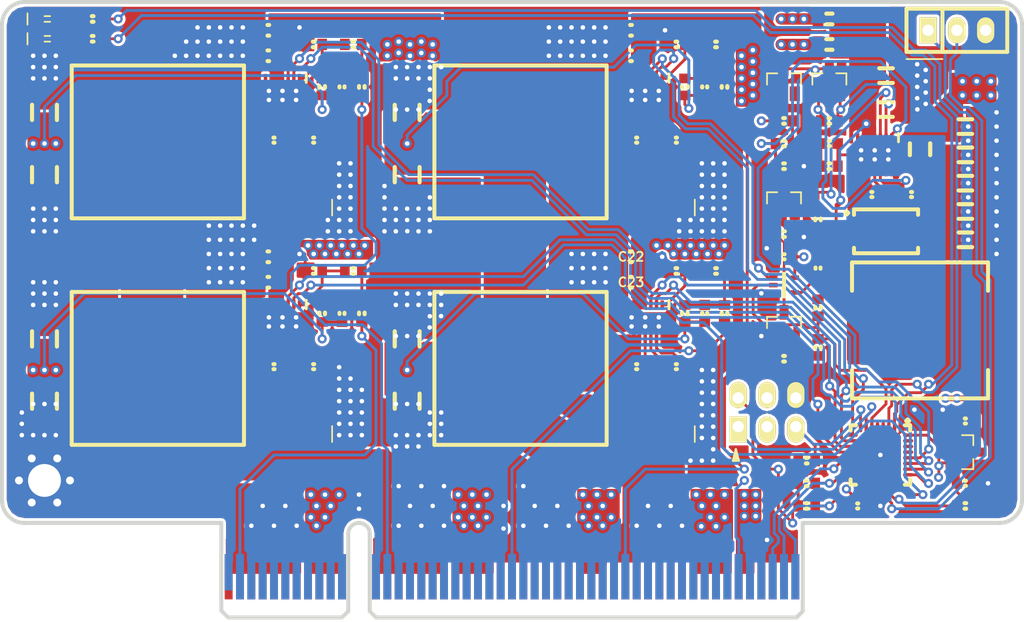
<source format=kicad_pcb>
(kicad_pcb (version 4) (host pcbnew "(2016-06-29 BZR 6959, Git 30386bd)-product")
  (layers (0 F.Cu signal) (1 GND.Cu signal) (2 VIN.Cu signal) (31 B.Cu signal) (34 B.Paste user) (35 F.Paste user) (36 B.SilkS user) (37 F.SilkS user) (38 B.Mask user) (39 F.Mask user) (44 Edge.Cuts user))
  (net 0 "")
  (net 1 /5V_8A_2)
  (net 2 GND)
  (net 3 /5VSENSE_2)
  (net 4 /12V)
  (net 5 /5V_8A_1)
  (net 6 /5VSENSE_1)
  (net 7 /3V3_8A_1)
  (net 8 /3V3SENSE_1)
  (net 9 /3V3SENSE_2)
  (net 10 /N12VSENSE)
  (net 11 /SCL)
  (net 12 /SDA)
  (net 13 /3V3_8A_2)
  (net 14 /N12V_1A)
  (net 15 "Net-(R2-Pad2)")
  (net 16 /5V_8A_1/PG)
  (net 17 /5V_8A_1/SW)
  (net 18 /5V_8A_1/BOOT)
  (net 19 /5V_8A_1/VCC)
  (net 20 /5V_8A_1/BG)
  (net 21 "Net-(C7-Pad2)")
  (net 22 /5V_8A_2/PG)
  (net 23 /5V_8A_2/SW)
  (net 24 /5V_8A_2/BOOT)
  (net 25 /5V_8A_2/VCC)
  (net 26 /5V_8A_2/BG)
  (net 27 "Net-(R6-Pad2)")
  (net 28 "Net-(C14-Pad2)")
  (net 29 "Net-(R10-Pad2)")
  (net 30 /3V3_8A_1/PG)
  (net 31 /3V3_8A_1/SW)
  (net 32 /3V3_8A_1/BOOT)
  (net 33 /3V3_8A_1/VCC)
  (net 34 /3V3_8A_1/BG)
  (net 35 "Net-(R14-Pad2)")
  (net 36 /3V3_8A_2/PG)
  (net 37 /3V3_8A_2/SW)
  (net 38 /3V3_8A_2/BOOT)
  (net 39 /3V3_8A_2/VCC)
  (net 40 /3V3_8A_2/BG)
  (net 41 "Net-(C28-Pad2)")
  (net 42 "Net-(C21-Pad2)")
  (net 43 "Net-(Q5-Pad3)")
  (net 44 "Net-(Q6-Pad3)")
  (net 45 "Net-(C32-Pad1)")
  (net 46 "Net-(Q7-Pad2)")
  (net 47 "Net-(C29-Pad2)")
  (net 48 +3.3)
  (net 49 "Net-(R26-Pad1)")
  (net 50 "Net-(U6-Pad13)")
  (net 51 "Net-(C38-Pad2)")
  (net 52 "Net-(C29-Pad1)")
  (net 53 "Net-(R20-Pad1)")
  (net 54 "Net-(U7-Pad4)")
  (net 55 "Net-(U7-Pad5)")
  (net 56 "Net-(U7-Pad13)")
  (net 57 "Net-(U7-Pad19)")
  (net 58 "Net-(U7-Pad20)")
  (net 59 "Net-(U7-Pad23)")
  (net 60 "Net-(U7-Pad29)")
  (net 61 "Net-(U7-Pad30)")
  (net 62 "Net-(U7-Pad31)")
  (net 63 /N12V_1A/EN)
  (net 64 /N12V_1A/V-)
  (net 65 /N12V_1A/PG)
  (net 66 /N12V_1A/CLK)
  (net 67 /N12V_1A/VIN)
  (net 68 /N12V_1A/SW)
  (net 69 /N12V_1A/BOOT)
  (net 70 /Controller/CLK2)
  (net 71 /Controller/CLK1)
  (net 72 /Controller/CLK3)
  (net 73 /Controller/PDID)
  (net 74 /Controller/PDIC)
  (net 75 "Net-(J2-Pad3)")
  (net 76 "Net-(J2-Pad4)")
  (net 77 /Controller/DBGTX)
  (net 78 /Controller/DBGRX)
  (net 79 /INT#)
  (net 80 /Controller/LED_R)
  (net 81 /Controller/LED_G)
  (net 82 "Net-(DS1-Pad2)")
  (net 83 "Net-(DS2-Pad2)")
  (module conn-100mil:CONN-100MIL-M-2x3 (layer F.Cu) (at 115.5 83.23)
    (fp_text reference J2)
    (fp_text value PDI)
    (pad 1 thru_hole rect (at -2.54 1.27) (size 1.524 2.286) (drill 1 (offset 0 0.254)) (layers *.Cu *.Mask F.SilkS) (net 73 /Controller/PDID))
    (pad 3 thru_hole oval (at 0 1.27) (size 1.524 2.286) (drill 1 (offset 0 0.254)) (layers *.Cu *.Mask F.SilkS) (net 75 "Net-(J2-Pad3)"))
    (pad 5 thru_hole oval (at 2.54 1.27) (size 1.524 2.286) (drill 1 (offset 0 0.254)) (layers *.Cu *.Mask F.SilkS) (net 74 /Controller/PDIC))
    (pad 2 thru_hole oval (at -2.54 -1.27) (size 1.524 2.286) (drill 1 (offset 0 -0.254)) (layers *.Cu *.Mask F.SilkS) (net 48 +3.3))
    (pad 4 thru_hole oval (at 0 -1.27) (size 1.524 2.286) (drill 1 (offset 0 -0.254)) (layers *.Cu *.Mask F.SilkS) (net 76 "Net-(J2-Pad4)"))
    (pad 6 thru_hole oval (at 2.54 -1.27) (size 1.524 2.286) (drill 1 (offset 0 -0.254)) (layers *.Cu *.Mask F.SilkS) (net 2 GND))
  )
  (module w_conn_pc:pci-x_edge-x8 (layer F.Cu) (at 79.49938 97.15056)
    (fp_text reference J1 hide)
    (fp_text value EDGE hide)
    (pad A12 smd rect (at 1.50114 0.59944) (size 0.70104 4.0005) (layers B.Cu B.Mask) (net 2 GND))
    (pad A13 smd rect (at 2.49936 0.59944) (size 0.70104 4.0005) (layers B.Cu B.Mask) (net 6 /5VSENSE_1))
    (pad A14 smd rect (at 3.50012 0.59944) (size 0.70104 4.0005) (layers B.Cu B.Mask) (net 2 GND))
    (pad A15 smd rect (at 4.50088 0.59944) (size 0.70104 4.0005) (layers B.Cu B.Mask) (net 2 GND))
    (pad A16 smd rect (at 5.4991 0.59944) (size 0.70104 4.0005) (layers B.Cu B.Mask) (net 2 GND))
    (pad A17 smd rect (at 6.49986 0.59944) (size 0.70104 4.0005) (layers B.Cu B.Mask) (net 2 GND))
    (pad A18 smd rect (at 7.50062 0.59944) (size 0.70104 4.0005) (layers B.Cu B.Mask) (net 2 GND))
    (pad B12 smd rect (at 1.50114 0.59944) (size 0.70104 4.0005) (layers F.Cu F.Mask) (net 5 /5V_8A_1))
    (pad B13 smd rect (at 2.49936 0.59944) (size 0.70104 4.0005) (layers F.Cu F.Mask) (net 5 /5V_8A_1))
    (pad B14 smd rect (at 3.50012 0.59944) (size 0.70104 4.0005) (layers F.Cu F.Mask) (net 5 /5V_8A_1))
    (pad B15 smd rect (at 4.50088 0.59944) (size 0.70104 4.0005) (layers F.Cu F.Mask) (net 5 /5V_8A_1))
    (pad B16 smd rect (at 5.4991 0.59944) (size 0.70104 4.0005) (layers F.Cu F.Mask) (net 5 /5V_8A_1))
    (pad B17 smd rect (at 6.49986 0.59944) (size 0.70104 4.0005) (layers F.Cu F.Mask) (net 5 /5V_8A_1))
    (pad B18 smd rect (at 7.50062 0.59944) (size 0.70104 4.0005) (layers F.Cu F.Mask) (net 5 /5V_8A_1))
    (pad A11 smd rect (at -1.50114 0.59944) (size 0.70104 4.0005) (layers B.Cu B.Mask) (net 2 GND))
    (pad A1 smd rect (at -11.50112 0.20066) (size 0.70104 3.2004) (layers B.Cu B.Mask) (net 2 GND))
    (pad A2 smd rect (at -10.50036 0.59944) (size 0.70104 4.0005) (layers B.Cu B.Mask) (net 3 /5VSENSE_2))
    (pad A3 smd rect (at -9.4996 0.59944) (size 0.70104 4.0005) (layers B.Cu B.Mask) (net 2 GND))
    (pad A4 smd rect (at -8.49884 0.59944) (size 0.70104 4.0005) (layers B.Cu B.Mask) (net 2 GND))
    (pad A5 smd rect (at -7.50062 0.59944) (size 0.70104 4.0005) (layers B.Cu B.Mask) (net 2 GND))
    (pad A6 smd rect (at -6.49986 0.59944) (size 0.70104 4.0005) (layers B.Cu B.Mask) (net 2 GND))
    (pad A7 smd rect (at -5.4991 0.59944) (size 0.70104 4.0005) (layers B.Cu B.Mask) (net 2 GND))
    (pad A8 smd rect (at -4.50088 0.59944) (size 0.70104 4.0005) (layers B.Cu B.Mask) (net 2 GND))
    (pad A9 smd rect (at -3.50012 0.59944) (size 0.70104 4.0005) (layers B.Cu B.Mask) (net 2 GND))
    (pad A10 smd rect (at -2.49936 0.59944) (size 0.70104 4.0005) (layers B.Cu B.Mask) (net 2 GND))
    (pad B1 smd rect (at -11.50112 0.59944) (size 0.70104 4.0005) (layers F.Cu F.Mask) (net 1 /5V_8A_2))
    (pad B2 smd rect (at -10.50036 0.59944) (size 0.70104 4.0005) (layers F.Cu F.Mask) (net 1 /5V_8A_2))
    (pad B3 smd rect (at -9.4996 0.59944) (size 0.70104 4.0005) (layers F.Cu F.Mask) (net 1 /5V_8A_2))
    (pad B4 smd rect (at -8.49884 0.59944) (size 0.70104 4.0005) (layers F.Cu F.Mask) (net 1 /5V_8A_2))
    (pad B5 smd rect (at -7.50062 0.59944) (size 0.70104 4.0005) (layers F.Cu F.Mask) (net 1 /5V_8A_2))
    (pad B6 smd rect (at -6.49986 0.59944) (size 0.70104 4.0005) (layers F.Cu F.Mask) (net 1 /5V_8A_2))
    (pad B7 smd rect (at -5.4991 0.59944) (size 0.70104 4.0005) (layers F.Cu F.Mask) (net 1 /5V_8A_2))
    (pad B8 smd rect (at -4.50088 0.59944) (size 0.70104 4.0005) (layers F.Cu F.Mask) (net 4 /12V))
    (pad B9 smd rect (at -3.50012 0.59944) (size 0.70104 4.0005) (layers F.Cu F.Mask) (net 4 /12V))
    (pad B10 smd rect (at -2.49936 0.59944) (size 0.70104 4.0005) (layers F.Cu F.Mask) (net 4 /12V))
    (pad B11 smd rect (at -1.50114 0.59944) (size 0.70104 4.0005) (layers F.Cu F.Mask) (net 4 /12V))
    (pad A19 smd rect (at 8.49884 0.59944) (size 0.70104 4.0005) (layers B.Cu B.Mask) (net 2 GND))
    (pad A20 smd rect (at 9.4996 0.59944) (size 0.70104 4.0005) (layers B.Cu B.Mask) (net 2 GND))
    (pad A21 smd rect (at 10.50036 0.59944) (size 0.70104 4.0005) (layers B.Cu B.Mask) (net 2 GND))
    (pad A22 smd rect (at 11.50112 0.59944) (size 0.70104 4.0005) (layers B.Cu B.Mask) (net 2 GND))
    (pad A23 smd rect (at 12.49934 0.59944) (size 0.70104 4.0005) (layers B.Cu B.Mask) (net 2 GND))
    (pad A24 smd rect (at 13.5001 0.59944) (size 0.70104 4.0005) (layers B.Cu B.Mask) (net 9 /3V3SENSE_2))
    (pad A25 smd rect (at 14.50086 0.59944) (size 0.70104 4.0005) (layers B.Cu B.Mask) (net 2 GND))
    (pad A26 smd rect (at 15.49908 0.59944) (size 0.70104 4.0005) (layers B.Cu B.Mask) (net 2 GND))
    (pad A27 smd rect (at 16.49984 0.59944) (size 0.70104 4.0005) (layers B.Cu B.Mask) (net 2 GND))
    (pad A28 smd rect (at 17.5006 0.59944) (size 0.70104 4.0005) (layers B.Cu B.Mask) (net 2 GND))
    (pad A29 smd rect (at 18.49882 0.59944) (size 0.70104 4.0005) (layers B.Cu B.Mask) (net 2 GND))
    (pad A30 smd rect (at 19.49958 0.59944) (size 0.70104 4.0005) (layers B.Cu B.Mask) (net 2 GND))
    (pad A31 smd rect (at 20.50034 0.59944) (size 0.70104 4.0005) (layers B.Cu B.Mask) (net 2 GND))
    (pad A32 smd rect (at 21.5011 0.59944) (size 0.70104 4.0005) (layers B.Cu B.Mask) (net 2 GND))
    (pad B19 smd rect (at 8.49884 0.59944) (size 0.70104 4.0005) (layers F.Cu F.Mask) (net 4 /12V))
    (pad B20 smd rect (at 9.4996 0.59944) (size 0.70104 4.0005) (layers F.Cu F.Mask) (net 4 /12V))
    (pad B21 smd rect (at 10.50036 0.59944) (size 0.70104 4.0005) (layers F.Cu F.Mask) (net 4 /12V))
    (pad B22 smd rect (at 11.50112 0.59944) (size 0.70104 4.0005) (layers F.Cu F.Mask) (net 4 /12V))
    (pad B23 smd rect (at 12.49934 0.59944) (size 0.70104 4.0005) (layers F.Cu F.Mask) (net 13 /3V3_8A_2))
    (pad B24 smd rect (at 13.5001 0.59944) (size 0.70104 4.0005) (layers F.Cu F.Mask) (net 13 /3V3_8A_2))
    (pad B25 smd rect (at 14.50086 0.59944) (size 0.70104 4.0005) (layers F.Cu F.Mask) (net 13 /3V3_8A_2))
    (pad B26 smd rect (at 15.49908 0.59944) (size 0.70104 4.0005) (layers F.Cu F.Mask) (net 13 /3V3_8A_2))
    (pad B27 smd rect (at 16.49984 0.59944) (size 0.70104 4.0005) (layers F.Cu F.Mask) (net 13 /3V3_8A_2))
    (pad B28 smd rect (at 17.5006 0.59944) (size 0.70104 4.0005) (layers F.Cu F.Mask) (net 13 /3V3_8A_2))
    (pad B29 smd rect (at 18.49882 0.59944) (size 0.70104 4.0005) (layers F.Cu F.Mask) (net 13 /3V3_8A_2))
    (pad B30 smd rect (at 19.49958 0.59944) (size 0.70104 4.0005) (layers F.Cu F.Mask) (net 4 /12V))
    (pad B31 smd rect (at 20.50034 0.59944) (size 0.70104 4.0005) (layers F.Cu F.Mask) (net 4 /12V))
    (pad B32 smd rect (at 21.5011 0.59944) (size 0.70104 4.0005) (layers F.Cu F.Mask) (net 4 /12V))
    (pad B33 smd rect (at 22.49932 0.59944) (size 0.70104 4.0005) (layers F.Cu F.Mask) (net 7 /3V3_8A_1))
    (pad B34 smd rect (at 23.50008 0.59944) (size 0.70104 4.0005) (layers F.Cu F.Mask) (net 7 /3V3_8A_1))
    (pad B35 smd rect (at 24.50084 0.59944) (size 0.70104 4.0005) (layers F.Cu F.Mask) (net 7 /3V3_8A_1))
    (pad B36 smd rect (at 25.49906 0.59944) (size 0.70104 4.0005) (layers F.Cu F.Mask) (net 7 /3V3_8A_1))
    (pad B37 smd rect (at 26.49982 0.59944) (size 0.70104 4.0005) (layers F.Cu F.Mask) (net 7 /3V3_8A_1))
    (pad B38 smd rect (at 27.50058 0.59944) (size 0.70104 4.0005) (layers F.Cu F.Mask) (net 7 /3V3_8A_1))
    (pad B39 smd rect (at 28.4988 0.59944) (size 0.70104 4.0005) (layers F.Cu F.Mask) (net 7 /3V3_8A_1))
    (pad B40 smd rect (at 29.49956 0.59944) (size 0.70104 4.0005) (layers F.Cu F.Mask) (net 4 /12V))
    (pad B41 smd rect (at 30.50032 0.59944) (size 0.70104 4.0005) (layers F.Cu F.Mask) (net 4 /12V))
    (pad B42 smd rect (at 31.50108 0.59944) (size 0.70104 4.0005) (layers F.Cu F.Mask) (net 4 /12V))
    (pad B43 smd rect (at 32.4993 0.59944) (size 0.70104 4.0005) (layers F.Cu F.Mask) (net 4 /12V))
    (pad B44 smd rect (at 33.50006 0.59944) (size 0.70104 4.0005) (layers F.Cu F.Mask) (net 14 /N12V_1A))
    (pad B45 smd rect (at 34.50082 0.59944) (size 0.70104 4.0005) (layers F.Cu F.Mask) (net 14 /N12V_1A))
    (pad B46 smd rect (at 35.49904 0.59944) (size 0.70104 4.0005) (layers F.Cu F.Mask) (net 2 GND))
    (pad B47 smd rect (at 36.4998 0.59944) (size 0.70104 4.0005) (layers F.Cu F.Mask) (net 2 GND))
    (pad B48 smd rect (at 37.50056 0.20066) (size 0.70104 3.2004) (layers F.Cu F.Mask) (net 2 GND))
    (pad B49 smd rect (at 38.49878 0.59944) (size 0.70104 4.0005) (layers F.Cu F.Mask) (net 2 GND))
    (pad A33 smd rect (at 22.49932 0.59944) (size 0.70104 4.0005) (layers B.Cu B.Mask) (net 2 GND))
    (pad A34 smd rect (at 23.50008 0.59944) (size 0.70104 4.0005) (layers B.Cu B.Mask) (net 8 /3V3SENSE_1))
    (pad A35 smd rect (at 24.50084 0.59944) (size 0.70104 4.0005) (layers B.Cu B.Mask) (net 2 GND))
    (pad A36 smd rect (at 25.49906 0.59944) (size 0.70104 4.0005) (layers B.Cu B.Mask) (net 2 GND))
    (pad A37 smd rect (at 26.49982 0.59944) (size 0.70104 4.0005) (layers B.Cu B.Mask) (net 2 GND))
    (pad A38 smd rect (at 27.50058 0.59944) (size 0.70104 4.0005) (layers B.Cu B.Mask) (net 2 GND))
    (pad A39 smd rect (at 28.4988 0.59944) (size 0.70104 4.0005) (layers B.Cu B.Mask) (net 2 GND))
    (pad A40 smd rect (at 29.49956 0.59944) (size 0.70104 4.0005) (layers B.Cu B.Mask) (net 2 GND))
    (pad A41 smd rect (at 30.50032 0.59944) (size 0.70104 4.0005) (layers B.Cu B.Mask) (net 2 GND))
    (pad A42 smd rect (at 31.50108 0.59944) (size 0.70104 4.0005) (layers B.Cu B.Mask) (net 2 GND))
    (pad A43 smd rect (at 32.4993 0.59944) (size 0.70104 4.0005) (layers B.Cu B.Mask) (net 2 GND))
    (pad A44 smd rect (at 33.50006 0.59944) (size 0.70104 4.0005) (layers B.Cu B.Mask) (net 10 /N12VSENSE))
    (pad A45 smd rect (at 34.50082 0.59944) (size 0.70104 4.0005) (layers B.Cu B.Mask) (net 2 GND))
    (pad A46 smd rect (at 35.49904 0.59944) (size 0.70104 4.0005) (layers B.Cu B.Mask) (net 2 GND))
    (pad A47 smd rect (at 36.4998 0.59944) (size 0.70104 4.0005) (layers B.Cu B.Mask) (net 79 /INT#))
    (pad A48 smd rect (at 37.50056 0.59944) (size 0.70104 4.0005) (layers B.Cu B.Mask) (net 11 /SCL))
    (pad A49 smd rect (at 38.49878 0.59944) (size 0.70104 4.0005) (layers B.Cu B.Mask) (net 12 /SDA))
  )
  (module smd-semi:DFN50P300X400X80-15 (layer F.Cu) (at 125 60.5 270)
    (fp_text reference U6)
    (fp_text value RT7258GQW)
    (pad 15 smd rect (at 0 0 270) (size 1.7 3.3) (layers F.Cu F.Paste F.Mask) (net 64 /N12V_1A/V-))
    (pad 1 smd rect (at -1.5 -1.5 270) (size 0.8 0.3) (layers F.Cu F.Paste F.Mask) (net 49 "Net-(R26-Pad1)"))
    (pad 2 smd rect (at -1.5 -1 270) (size 0.8 0.3) (layers F.Cu F.Paste F.Mask) (net 46 "Net-(Q7-Pad2)"))
    (pad 3 smd rect (at -1.5 -0.5 270) (size 0.8 0.3) (layers F.Cu F.Paste F.Mask) (net 44 "Net-(Q6-Pad3)"))
    (pad 4 smd rect (at -1.5 0 270) (size 0.8 0.3) (layers F.Cu F.Paste F.Mask) (net 67 /N12V_1A/VIN))
    (pad 5 smd rect (at -1.5 0.5 270) (size 0.8 0.3) (layers F.Cu F.Paste F.Mask) (net 67 /N12V_1A/VIN))
    (pad 6 smd rect (at -1.5 1 270) (size 0.8 0.3) (layers F.Cu F.Paste F.Mask) (net 67 /N12V_1A/VIN))
    (pad 7 smd rect (at -1.5 1.5 270) (size 0.8 0.3) (layers F.Cu F.Paste F.Mask))
    (pad 8 smd rect (at 1.5 1.5 270) (size 0.8 0.3) (layers F.Cu F.Paste F.Mask) (net 68 /N12V_1A/SW))
    (pad 9 smd rect (at 1.5 1 270) (size 0.8 0.3) (layers F.Cu F.Paste F.Mask) (net 68 /N12V_1A/SW))
    (pad 10 smd rect (at 1.5 0.5 270) (size 0.8 0.3) (layers F.Cu F.Paste F.Mask) (net 68 /N12V_1A/SW))
    (pad 11 smd rect (at 1.5 0 270) (size 0.8 0.3) (layers F.Cu F.Paste F.Mask) (net 69 /N12V_1A/BOOT))
    (pad 12 smd rect (at 1.5 -0.5 270) (size 0.8 0.3) (layers F.Cu F.Paste F.Mask) (net 45 "Net-(C32-Pad1)"))
    (pad 13 smd rect (at 1.5 -1 270) (size 0.8 0.3) (layers F.Cu F.Paste F.Mask) (net 50 "Net-(U6-Pad13)"))
    (pad 14 smd rect (at 1.5 -1.5 270) (size 0.8 0.3) (layers F.Cu F.Paste F.Mask) (net 64 /N12V_1A/V-))
    (pad 15 thru_hole circle (at -0.4 -1.2 270) (size 0.8 0.8) (drill 0.4) (layers *.Cu F.Mask) (net 64 /N12V_1A/V-))
    (pad 15 thru_hole circle (at 0.4 -1.2 270) (size 0.8 0.8) (drill 0.4) (layers *.Cu F.Mask) (net 64 /N12V_1A/V-))
    (pad 15 thru_hole circle (at -0.4 0 270) (size 0.8 0.8) (drill 0.4) (layers *.Cu F.Mask) (net 64 /N12V_1A/V-))
    (pad 15 thru_hole circle (at 0.4 0 270) (size 0.8 0.8) (drill 0.4) (layers *.Cu F.Mask) (net 64 /N12V_1A/V-))
    (pad 15 thru_hole circle (at -0.4 1.2 270) (size 0.8 0.8) (drill 0.4) (layers *.Cu F.Mask) (net 64 /N12V_1A/V-))
    (pad 15 thru_hole circle (at 0.4 1.2 270) (size 0.8 0.8) (drill 0.4) (layers *.Cu F.Mask) (net 64 /N12V_1A/V-))
  )
  (module smd-semi:DFN50P300X400X80-15 (layer F.Cu) (at 104.75 75.25 270)
    (fp_text reference U4)
    (fp_text value RT7258GQW)
    (pad 15 smd rect (at 0 0 270) (size 1.7 3.3) (layers F.Cu F.Paste F.Mask) (net 2 GND))
    (pad 1 smd rect (at -1.5 -1.5 270) (size 0.8 0.3) (layers F.Cu F.Paste F.Mask) (net 35 "Net-(R14-Pad2)"))
    (pad 2 smd rect (at -1.5 -1 270) (size 0.8 0.3) (layers F.Cu F.Paste F.Mask) (net 36 /3V3_8A_2/PG))
    (pad 3 smd rect (at -1.5 -0.5 270) (size 0.8 0.3) (layers F.Cu F.Paste F.Mask) (net 72 /Controller/CLK3))
    (pad 4 smd rect (at -1.5 0 270) (size 0.8 0.3) (layers F.Cu F.Paste F.Mask) (net 4 /12V))
    (pad 5 smd rect (at -1.5 0.5 270) (size 0.8 0.3) (layers F.Cu F.Paste F.Mask) (net 4 /12V))
    (pad 6 smd rect (at -1.5 1 270) (size 0.8 0.3) (layers F.Cu F.Paste F.Mask) (net 4 /12V))
    (pad 7 smd rect (at -1.5 1.5 270) (size 0.8 0.3) (layers F.Cu F.Paste F.Mask))
    (pad 8 smd rect (at 1.5 1.5 270) (size 0.8 0.3) (layers F.Cu F.Paste F.Mask) (net 37 /3V3_8A_2/SW))
    (pad 9 smd rect (at 1.5 1 270) (size 0.8 0.3) (layers F.Cu F.Paste F.Mask) (net 37 /3V3_8A_2/SW))
    (pad 10 smd rect (at 1.5 0.5 270) (size 0.8 0.3) (layers F.Cu F.Paste F.Mask) (net 37 /3V3_8A_2/SW))
    (pad 11 smd rect (at 1.5 0 270) (size 0.8 0.3) (layers F.Cu F.Paste F.Mask) (net 38 /3V3_8A_2/BOOT))
    (pad 12 smd rect (at 1.5 -0.5 270) (size 0.8 0.3) (layers F.Cu F.Paste F.Mask) (net 39 /3V3_8A_2/VCC))
    (pad 13 smd rect (at 1.5 -1 270) (size 0.8 0.3) (layers F.Cu F.Paste F.Mask) (net 40 /3V3_8A_2/BG))
    (pad 14 smd rect (at 1.5 -1.5 270) (size 0.8 0.3) (layers F.Cu F.Paste F.Mask) (net 2 GND))
    (pad 15 thru_hole circle (at -0.4 -1.2 270) (size 0.8 0.8) (drill 0.4) (layers *.Cu F.Mask) (net 2 GND))
    (pad 15 thru_hole circle (at 0.4 -1.2 270) (size 0.8 0.8) (drill 0.4) (layers *.Cu F.Mask) (net 2 GND))
    (pad 15 thru_hole circle (at -0.4 0 270) (size 0.8 0.8) (drill 0.4) (layers *.Cu F.Mask) (net 2 GND))
    (pad 15 thru_hole circle (at 0.4 0 270) (size 0.8 0.8) (drill 0.4) (layers *.Cu F.Mask) (net 2 GND))
    (pad 15 thru_hole circle (at -0.4 1.2 270) (size 0.8 0.8) (drill 0.4) (layers *.Cu F.Mask) (net 2 GND))
    (pad 15 thru_hole circle (at 0.4 1.2 270) (size 0.8 0.8) (drill 0.4) (layers *.Cu F.Mask) (net 2 GND))
  )
  (module smd-semi:DFN50P300X400X80-15 (layer F.Cu) (at 104.75 55.25 270)
    (fp_text reference U3)
    (fp_text value RT7258GQW)
    (pad 15 smd rect (at 0 0 270) (size 1.7 3.3) (layers F.Cu F.Paste F.Mask) (net 2 GND))
    (pad 1 smd rect (at -1.5 -1.5 270) (size 0.8 0.3) (layers F.Cu F.Paste F.Mask) (net 29 "Net-(R10-Pad2)"))
    (pad 2 smd rect (at -1.5 -1 270) (size 0.8 0.3) (layers F.Cu F.Paste F.Mask) (net 30 /3V3_8A_1/PG))
    (pad 3 smd rect (at -1.5 -0.5 270) (size 0.8 0.3) (layers F.Cu F.Paste F.Mask) (net 66 /N12V_1A/CLK))
    (pad 4 smd rect (at -1.5 0 270) (size 0.8 0.3) (layers F.Cu F.Paste F.Mask) (net 4 /12V))
    (pad 5 smd rect (at -1.5 0.5 270) (size 0.8 0.3) (layers F.Cu F.Paste F.Mask) (net 4 /12V))
    (pad 6 smd rect (at -1.5 1 270) (size 0.8 0.3) (layers F.Cu F.Paste F.Mask) (net 4 /12V))
    (pad 7 smd rect (at -1.5 1.5 270) (size 0.8 0.3) (layers F.Cu F.Paste F.Mask))
    (pad 8 smd rect (at 1.5 1.5 270) (size 0.8 0.3) (layers F.Cu F.Paste F.Mask) (net 31 /3V3_8A_1/SW))
    (pad 9 smd rect (at 1.5 1 270) (size 0.8 0.3) (layers F.Cu F.Paste F.Mask) (net 31 /3V3_8A_1/SW))
    (pad 10 smd rect (at 1.5 0.5 270) (size 0.8 0.3) (layers F.Cu F.Paste F.Mask) (net 31 /3V3_8A_1/SW))
    (pad 11 smd rect (at 1.5 0 270) (size 0.8 0.3) (layers F.Cu F.Paste F.Mask) (net 32 /3V3_8A_1/BOOT))
    (pad 12 smd rect (at 1.5 -0.5 270) (size 0.8 0.3) (layers F.Cu F.Paste F.Mask) (net 33 /3V3_8A_1/VCC))
    (pad 13 smd rect (at 1.5 -1 270) (size 0.8 0.3) (layers F.Cu F.Paste F.Mask) (net 34 /3V3_8A_1/BG))
    (pad 14 smd rect (at 1.5 -1.5 270) (size 0.8 0.3) (layers F.Cu F.Paste F.Mask) (net 2 GND))
    (pad 15 thru_hole circle (at -0.4 -1.2 270) (size 0.8 0.8) (drill 0.4) (layers *.Cu F.Mask) (net 2 GND))
    (pad 15 thru_hole circle (at 0.4 -1.2 270) (size 0.8 0.8) (drill 0.4) (layers *.Cu F.Mask) (net 2 GND))
    (pad 15 thru_hole circle (at -0.4 0 270) (size 0.8 0.8) (drill 0.4) (layers *.Cu F.Mask) (net 2 GND))
    (pad 15 thru_hole circle (at 0.4 0 270) (size 0.8 0.8) (drill 0.4) (layers *.Cu F.Mask) (net 2 GND))
    (pad 15 thru_hole circle (at -0.4 1.2 270) (size 0.8 0.8) (drill 0.4) (layers *.Cu F.Mask) (net 2 GND))
    (pad 15 thru_hole circle (at 0.4 1.2 270) (size 0.8 0.8) (drill 0.4) (layers *.Cu F.Mask) (net 2 GND))
  )
  (module smd-semi:DFN50P300X400X80-15 (layer F.Cu) (at 72.75 75.25 270)
    (fp_text reference U1)
    (fp_text value RT7258GQW)
    (pad 15 smd rect (at 0 0 270) (size 1.7 3.3) (layers F.Cu F.Paste F.Mask) (net 2 GND))
    (pad 1 smd rect (at -1.5 -1.5 270) (size 0.8 0.3) (layers F.Cu F.Paste F.Mask) (net 15 "Net-(R2-Pad2)"))
    (pad 2 smd rect (at -1.5 -1 270) (size 0.8 0.3) (layers F.Cu F.Paste F.Mask) (net 22 /5V_8A_2/PG))
    (pad 3 smd rect (at -1.5 -0.5 270) (size 0.8 0.3) (layers F.Cu F.Paste F.Mask) (net 71 /Controller/CLK1))
    (pad 4 smd rect (at -1.5 0 270) (size 0.8 0.3) (layers F.Cu F.Paste F.Mask) (net 4 /12V))
    (pad 5 smd rect (at -1.5 0.5 270) (size 0.8 0.3) (layers F.Cu F.Paste F.Mask) (net 4 /12V))
    (pad 6 smd rect (at -1.5 1 270) (size 0.8 0.3) (layers F.Cu F.Paste F.Mask) (net 4 /12V))
    (pad 7 smd rect (at -1.5 1.5 270) (size 0.8 0.3) (layers F.Cu F.Paste F.Mask))
    (pad 8 smd rect (at 1.5 1.5 270) (size 0.8 0.3) (layers F.Cu F.Paste F.Mask) (net 23 /5V_8A_2/SW))
    (pad 9 smd rect (at 1.5 1 270) (size 0.8 0.3) (layers F.Cu F.Paste F.Mask) (net 23 /5V_8A_2/SW))
    (pad 10 smd rect (at 1.5 0.5 270) (size 0.8 0.3) (layers F.Cu F.Paste F.Mask) (net 23 /5V_8A_2/SW))
    (pad 11 smd rect (at 1.5 0 270) (size 0.8 0.3) (layers F.Cu F.Paste F.Mask) (net 24 /5V_8A_2/BOOT))
    (pad 12 smd rect (at 1.5 -0.5 270) (size 0.8 0.3) (layers F.Cu F.Paste F.Mask) (net 25 /5V_8A_2/VCC))
    (pad 13 smd rect (at 1.5 -1 270) (size 0.8 0.3) (layers F.Cu F.Paste F.Mask) (net 26 /5V_8A_2/BG))
    (pad 14 smd rect (at 1.5 -1.5 270) (size 0.8 0.3) (layers F.Cu F.Paste F.Mask) (net 2 GND))
    (pad 15 thru_hole circle (at -0.4 -1.2 270) (size 0.8 0.8) (drill 0.4) (layers *.Cu F.Mask) (net 2 GND))
    (pad 15 thru_hole circle (at 0.4 -1.2 270) (size 0.8 0.8) (drill 0.4) (layers *.Cu F.Mask) (net 2 GND))
    (pad 15 thru_hole circle (at -0.4 0 270) (size 0.8 0.8) (drill 0.4) (layers *.Cu F.Mask) (net 2 GND))
    (pad 15 thru_hole circle (at 0.4 0 270) (size 0.8 0.8) (drill 0.4) (layers *.Cu F.Mask) (net 2 GND))
    (pad 15 thru_hole circle (at -0.4 1.2 270) (size 0.8 0.8) (drill 0.4) (layers *.Cu F.Mask) (net 2 GND))
    (pad 15 thru_hole circle (at 0.4 1.2 270) (size 0.8 0.8) (drill 0.4) (layers *.Cu F.Mask) (net 2 GND))
  )
  (module smd-semi:DFN50P300X400X80-15 (layer F.Cu) (at 72.75 55.25 270)
    (fp_text reference U2)
    (fp_text value RT7258GQW)
    (pad 15 smd rect (at 0 0 270) (size 1.7 3.3) (layers F.Cu F.Paste F.Mask) (net 2 GND))
    (pad 1 smd rect (at -1.5 -1.5 270) (size 0.8 0.3) (layers F.Cu F.Paste F.Mask) (net 27 "Net-(R6-Pad2)"))
    (pad 2 smd rect (at -1.5 -1 270) (size 0.8 0.3) (layers F.Cu F.Paste F.Mask) (net 16 /5V_8A_1/PG))
    (pad 3 smd rect (at -1.5 -0.5 270) (size 0.8 0.3) (layers F.Cu F.Paste F.Mask) (net 70 /Controller/CLK2))
    (pad 4 smd rect (at -1.5 0 270) (size 0.8 0.3) (layers F.Cu F.Paste F.Mask) (net 4 /12V))
    (pad 5 smd rect (at -1.5 0.5 270) (size 0.8 0.3) (layers F.Cu F.Paste F.Mask) (net 4 /12V))
    (pad 6 smd rect (at -1.5 1 270) (size 0.8 0.3) (layers F.Cu F.Paste F.Mask) (net 4 /12V))
    (pad 7 smd rect (at -1.5 1.5 270) (size 0.8 0.3) (layers F.Cu F.Paste F.Mask))
    (pad 8 smd rect (at 1.5 1.5 270) (size 0.8 0.3) (layers F.Cu F.Paste F.Mask) (net 17 /5V_8A_1/SW))
    (pad 9 smd rect (at 1.5 1 270) (size 0.8 0.3) (layers F.Cu F.Paste F.Mask) (net 17 /5V_8A_1/SW))
    (pad 10 smd rect (at 1.5 0.5 270) (size 0.8 0.3) (layers F.Cu F.Paste F.Mask) (net 17 /5V_8A_1/SW))
    (pad 11 smd rect (at 1.5 0 270) (size 0.8 0.3) (layers F.Cu F.Paste F.Mask) (net 18 /5V_8A_1/BOOT))
    (pad 12 smd rect (at 1.5 -0.5 270) (size 0.8 0.3) (layers F.Cu F.Paste F.Mask) (net 19 /5V_8A_1/VCC))
    (pad 13 smd rect (at 1.5 -1 270) (size 0.8 0.3) (layers F.Cu F.Paste F.Mask) (net 20 /5V_8A_1/BG))
    (pad 14 smd rect (at 1.5 -1.5 270) (size 0.8 0.3) (layers F.Cu F.Paste F.Mask) (net 2 GND))
    (pad 15 thru_hole circle (at -0.4 -1.2 270) (size 0.8 0.8) (drill 0.4) (layers *.Cu F.Mask) (net 2 GND))
    (pad 15 thru_hole circle (at 0.4 -1.2 270) (size 0.8 0.8) (drill 0.4) (layers *.Cu F.Mask) (net 2 GND))
    (pad 15 thru_hole circle (at -0.4 0 270) (size 0.8 0.8) (drill 0.4) (layers *.Cu F.Mask) (net 2 GND))
    (pad 15 thru_hole circle (at 0.4 0 270) (size 0.8 0.8) (drill 0.4) (layers *.Cu F.Mask) (net 2 GND))
    (pad 15 thru_hole circle (at -0.4 1.2 270) (size 0.8 0.8) (drill 0.4) (layers *.Cu F.Mask) (net 2 GND))
    (pad 15 thru_hole circle (at 0.4 1.2 270) (size 0.8 0.8) (drill 0.4) (layers *.Cu F.Mask) (net 2 GND))
  )
  (module IPC7351-Nominal:CAPC2012X70 (layer F.Cu) (at 103.5 71.75 180)
    (fp_text reference C23 (at 0 0 180) (layer F.SilkS) (effects (font (size 0.8 0.8))))
    (fp_text value 10u)
    (pad 1 smd rect (at -0.9 0 180) (size 1.15 1.45) (layers F.Cu F.Paste F.Mask) (net 4 /12V))
    (pad 2 smd rect (at 0.9 0 180) (size 1.15 1.45) (layers F.Cu F.Paste F.Mask) (net 2 GND))
  )
  (module IPC7351-Nominal:RESC1608X50 (layer F.Cu) (at 107.5 70.75 180)
    (fp_text reference R15)
    (fp_text value R-0603)
    (pad 1 smd rect (at -0.75 0 180) (size 0.85 1) (layers F.Cu F.Paste F.Mask) (net 35 "Net-(R14-Pad2)"))
    (pad 2 smd rect (at 0.75 0 180) (size 0.85 1) (layers F.Cu F.Paste F.Mask) (net 2 GND))
  )
  (module IPC7351-Nominal:RESC1608X50 (layer F.Cu) (at 111 70.75 180)
    (fp_text reference R14)
    (fp_text value R-0603)
    (pad 1 smd rect (at -0.75 0 180) (size 0.85 1) (layers F.Cu F.Paste F.Mask) (net 41 "Net-(C28-Pad2)"))
    (pad 2 smd rect (at 0.75 0 180) (size 0.85 1) (layers F.Cu F.Paste F.Mask) (net 35 "Net-(R14-Pad2)"))
  )
  (module IPC7351-Nominal:RESC1608X50 (layer F.Cu) (at 108.25 74.5 90)
    (fp_text reference R13)
    (fp_text value R-0603)
    (pad 1 smd rect (at -0.75 0 90) (size 0.85 1) (layers F.Cu F.Paste F.Mask) (net 13 /3V3_8A_2))
    (pad 2 smd rect (at 0.75 0 90) (size 0.85 1) (layers F.Cu F.Paste F.Mask) (net 41 "Net-(C28-Pad2)"))
  )
  (module IPC7351-Nominal:CAPC1608X55 (layer F.Cu) (at 110 74.5 90)
    (fp_text reference C28)
    (fp_text value C-0603)
    (pad 1 smd rect (at -0.75 0 90) (size 0.9 0.95) (layers F.Cu F.Paste F.Mask) (net 13 /3V3_8A_2))
    (pad 2 smd rect (at 0.75 0 90) (size 0.9 0.95) (layers F.Cu F.Paste F.Mask) (net 41 "Net-(C28-Pad2)"))
  )
  (module IPC7351-Nominal:CAPC2012X70 (layer F.Cu) (at 103.5 69.5 180)
    (fp_text reference C22 (at 0 0 180) (layer F.SilkS) (effects (font (size 0.8 0.8))))
    (fp_text value 10u)
    (pad 1 smd rect (at -0.9 0 180) (size 1.15 1.45) (layers F.Cu F.Paste F.Mask) (net 4 /12V))
    (pad 2 smd rect (at 0.9 0 180) (size 1.15 1.45) (layers F.Cu F.Paste F.Mask) (net 2 GND))
  )
  (module IPC7351-Nominal:RESC1608X50 (layer F.Cu) (at 111.75 74.5 90)
    (fp_text reference R16)
    (fp_text value R-0603)
    (pad 1 smd rect (at -0.75 0 90) (size 0.85 1) (layers F.Cu F.Paste F.Mask) (net 9 /3V3SENSE_2))
    (pad 2 smd rect (at 0.75 0 90) (size 0.85 1) (layers F.Cu F.Paste F.Mask) (net 41 "Net-(C28-Pad2)"))
  )
  (module IPC7351-Nominal:CAPC1608X55 (layer F.Cu) (at 104 59.2 180)
    (fp_text reference C18)
    (fp_text value 1u)
    (pad 1 smd rect (at -0.75 0 180) (size 0.9 0.95) (layers F.Cu F.Paste F.Mask) (net 32 /3V3_8A_1/BOOT))
    (pad 2 smd rect (at 0.75 0 180) (size 0.9 0.95) (layers F.Cu F.Paste F.Mask) (net 31 /3V3_8A_1/SW))
  )
  (module manuf:BOURNS-SRP1238A (layer F.Cu) (at 93.751846 59.354753)
    (fp_text reference L3)
    (fp_text value 2u2)
    (pad 1 smd rect (at -5.55 0) (size 3.1 3.3) (layers F.Cu F.Paste F.Mask) (net 7 /3V3_8A_1))
    (pad 2 smd rect (at 5.55 0) (size 3.1 3.3) (layers F.Cu F.Paste F.Mask) (net 31 /3V3_8A_1/SW))
  )
  (module manuf:TEXAS-Q5A (layer F.Cu) (at 105.75 63.25)
    (fp_text reference Q3)
    (fp_text value CSD18503Q5A)
    (pad 8 smd rect (at -0.325 0) (size 4.295 4.51) (layers F.Cu F.Paste F.Mask) (net 31 /3V3_8A_1/SW))
    (pad 8 smd rect (at -2.8 1.9175) (size 0.675 0.675) (layers F.Cu F.Paste F.Mask) (net 31 /3V3_8A_1/SW))
    (pad 7 smd rect (at -2.8 0.66) (size 0.675 0.675) (layers F.Cu F.Paste F.Mask) (net 31 /3V3_8A_1/SW))
    (pad 6 smd rect (at -2.8 -0.66) (size 0.675 0.675) (layers F.Cu F.Paste F.Mask) (net 31 /3V3_8A_1/SW))
    (pad 5 smd rect (at -2.8 -1.9175) (size 0.655 0.675) (layers F.Cu F.Paste F.Mask) (net 31 /3V3_8A_1/SW))
    (pad 4 smd rect (at 2.7525 -1.9175) (size 0.75 0.675) (layers F.Cu F.Paste F.Mask) (net 34 /3V3_8A_1/BG))
    (pad 3 smd rect (at 2.7525 -0.66) (size 0.75 0.675) (layers F.Cu F.Paste F.Mask) (net 2 GND))
    (pad 2 smd rect (at 2.7525 0.66) (size 0.75 0.675) (layers F.Cu F.Paste F.Mask) (net 2 GND))
    (pad 1 smd rect (at 2.7525 1.9175) (size 0.75 0.675) (layers F.Cu F.Paste F.Mask) (net 2 GND))
  )
  (module IPC7351-Nominal:CAPC1608X55 (layer F.Cu) (at 107.5 59.2)
    (fp_text reference C17)
    (fp_text value 1u)
    (pad 1 smd rect (at -0.75 0) (size 0.9 0.95) (layers F.Cu F.Paste F.Mask) (net 33 /3V3_8A_1/VCC))
    (pad 2 smd rect (at 0.75 0) (size 0.9 0.95) (layers F.Cu F.Paste F.Mask) (net 2 GND))
  )
  (module IPC7351-Nominal:RESC1608X50 (layer F.Cu) (at 111.75 54.5 90)
    (fp_text reference R12)
    (fp_text value R-0603)
    (pad 1 smd rect (at -0.75 0 90) (size 0.85 1) (layers F.Cu F.Paste F.Mask) (net 8 /3V3SENSE_1))
    (pad 2 smd rect (at 0.75 0 90) (size 0.85 1) (layers F.Cu F.Paste F.Mask) (net 42 "Net-(C21-Pad2)"))
  )
  (module IPC7351-Nominal:CAPC1608X55 (layer F.Cu) (at 110 54.5 90)
    (fp_text reference C21)
    (fp_text value C-0603)
    (pad 1 smd rect (at -0.75 0 90) (size 0.9 0.95) (layers F.Cu F.Paste F.Mask) (net 7 /3V3_8A_1))
    (pad 2 smd rect (at 0.75 0 90) (size 0.9 0.95) (layers F.Cu F.Paste F.Mask) (net 42 "Net-(C21-Pad2)"))
  )
  (module IPC7351-Nominal:CAPC2012X70 (layer F.Cu) (at 103.5 49.5 180)
    (fp_text reference C15)
    (fp_text value 10u)
    (pad 1 smd rect (at -0.9 0 180) (size 1.15 1.45) (layers F.Cu F.Paste F.Mask) (net 4 /12V))
    (pad 2 smd rect (at 0.9 0 180) (size 1.15 1.45) (layers F.Cu F.Paste F.Mask) (net 2 GND))
  )
  (module IPC7351-Nominal:RESC1608X50 (layer F.Cu) (at 111 50.75 180)
    (fp_text reference R10)
    (fp_text value R-0603)
    (pad 1 smd rect (at -0.75 0 180) (size 0.85 1) (layers F.Cu F.Paste F.Mask) (net 42 "Net-(C21-Pad2)"))
    (pad 2 smd rect (at 0.75 0 180) (size 0.85 1) (layers F.Cu F.Paste F.Mask) (net 29 "Net-(R10-Pad2)"))
  )
  (module IPC7351-Nominal:CAPC2012X70 (layer F.Cu) (at 103.5 51.75 180)
    (fp_text reference C16)
    (fp_text value 10u)
    (pad 1 smd rect (at -0.9 0 180) (size 1.15 1.45) (layers F.Cu F.Paste F.Mask) (net 4 /12V))
    (pad 2 smd rect (at 0.9 0 180) (size 1.15 1.45) (layers F.Cu F.Paste F.Mask) (net 2 GND))
  )
  (module IPC7351-Nominal:RESC1608X50 (layer F.Cu) (at 107.5 50.75 180)
    (fp_text reference R11)
    (fp_text value R-0603)
    (pad 1 smd rect (at -0.75 0 180) (size 0.85 1) (layers F.Cu F.Paste F.Mask) (net 29 "Net-(R10-Pad2)"))
    (pad 2 smd rect (at 0.75 0 180) (size 0.85 1) (layers F.Cu F.Paste F.Mask) (net 2 GND))
  )
  (module IPC7351-Nominal:RESC1608X50 (layer F.Cu) (at 108.25 54.5 90)
    (fp_text reference R9)
    (fp_text value R-0603)
    (pad 1 smd rect (at -0.75 0 90) (size 0.85 1) (layers F.Cu F.Paste F.Mask) (net 7 /3V3_8A_1))
    (pad 2 smd rect (at 0.75 0 90) (size 0.85 1) (layers F.Cu F.Paste F.Mask) (net 42 "Net-(C21-Pad2)"))
  )
  (module IPC7351-Nominal:CAPC3225X88 (layer F.Cu) (at 83.75 76.75 90)
    (fp_text reference C27)
    (fp_text value 100u)
    (pad 1 smd rect (at -1.5 0 90) (size 1.15 2.7) (layers F.Cu F.Paste F.Mask) (net 13 /3V3_8A_2))
    (pad 2 smd rect (at 1.5 0 90) (size 1.15 2.7) (layers F.Cu F.Paste F.Mask) (net 2 GND))
  )
  (module IPC7351-Nominal:CAPC3225X88 (layer F.Cu) (at 83.75 82.25 270)
    (fp_text reference C26)
    (fp_text value 100u)
    (pad 1 smd rect (at -1.5 0 270) (size 1.15 2.7) (layers F.Cu F.Paste F.Mask) (net 13 /3V3_8A_2))
    (pad 2 smd rect (at 1.5 0 270) (size 1.15 2.7) (layers F.Cu F.Paste F.Mask) (net 2 GND))
  )
  (module manuf:BOURNS-SRP1238A (layer F.Cu) (at 93.751846 79.354753)
    (fp_text reference L4)
    (fp_text value 2u2)
    (pad 1 smd rect (at -5.55 0) (size 3.1 3.3) (layers F.Cu F.Paste F.Mask) (net 13 /3V3_8A_2))
    (pad 2 smd rect (at 5.55 0) (size 3.1 3.3) (layers F.Cu F.Paste F.Mask) (net 37 /3V3_8A_2/SW))
  )
  (module IPC7351-Nominal:CAPC3225X88 (layer F.Cu) (at 83.75 62.25 270)
    (fp_text reference C19)
    (fp_text value 100u)
    (pad 1 smd rect (at -1.5 0 270) (size 1.15 2.7) (layers F.Cu F.Paste F.Mask) (net 7 /3V3_8A_1))
    (pad 2 smd rect (at 1.5 0 270) (size 1.15 2.7) (layers F.Cu F.Paste F.Mask) (net 2 GND))
  )
  (module IPC7351-Nominal:CAPC3225X88 (layer F.Cu) (at 83.75 56.75 90)
    (fp_text reference C20)
    (fp_text value 100u)
    (pad 1 smd rect (at -1.5 0 90) (size 1.15 2.7) (layers F.Cu F.Paste F.Mask) (net 7 /3V3_8A_1))
    (pad 2 smd rect (at 1.5 0 90) (size 1.15 2.7) (layers F.Cu F.Paste F.Mask) (net 2 GND))
  )
  (module IPC7351-Nominal:CAPC1608X55 (layer F.Cu) (at 107.5 79.2)
    (fp_text reference C24)
    (fp_text value 1u)
    (pad 1 smd rect (at -0.75 0) (size 0.9 0.95) (layers F.Cu F.Paste F.Mask) (net 39 /3V3_8A_2/VCC))
    (pad 2 smd rect (at 0.75 0) (size 0.9 0.95) (layers F.Cu F.Paste F.Mask) (net 2 GND))
  )
  (module IPC7351-Nominal:CAPC1608X55 (layer F.Cu) (at 104 79.2 180)
    (fp_text reference C25)
    (fp_text value 1u)
    (pad 1 smd rect (at -0.75 0 180) (size 0.9 0.95) (layers F.Cu F.Paste F.Mask) (net 38 /3V3_8A_2/BOOT))
    (pad 2 smd rect (at 0.75 0 180) (size 0.9 0.95) (layers F.Cu F.Paste F.Mask) (net 37 /3V3_8A_2/SW))
  )
  (module manuf:TEXAS-Q5A (layer F.Cu) (at 105.7475 83.25)
    (fp_text reference Q4)
    (fp_text value CSD18503Q5A)
    (pad 8 smd rect (at -0.325 0) (size 4.295 4.51) (layers F.Cu F.Paste F.Mask) (net 37 /3V3_8A_2/SW))
    (pad 8 smd rect (at -2.8 1.9175) (size 0.675 0.675) (layers F.Cu F.Paste F.Mask) (net 37 /3V3_8A_2/SW))
    (pad 7 smd rect (at -2.8 0.66) (size 0.675 0.675) (layers F.Cu F.Paste F.Mask) (net 37 /3V3_8A_2/SW))
    (pad 6 smd rect (at -2.8 -0.66) (size 0.675 0.675) (layers F.Cu F.Paste F.Mask) (net 37 /3V3_8A_2/SW))
    (pad 5 smd rect (at -2.8 -1.9175) (size 0.655 0.675) (layers F.Cu F.Paste F.Mask) (net 37 /3V3_8A_2/SW))
    (pad 4 smd rect (at 2.7525 -1.9175) (size 0.75 0.675) (layers F.Cu F.Paste F.Mask) (net 40 /3V3_8A_2/BG))
    (pad 3 smd rect (at 2.7525 -0.66) (size 0.75 0.675) (layers F.Cu F.Paste F.Mask) (net 2 GND))
    (pad 2 smd rect (at 2.7525 0.66) (size 0.75 0.675) (layers F.Cu F.Paste F.Mask) (net 2 GND))
    (pad 1 smd rect (at 2.7525 1.9175) (size 0.75 0.675) (layers F.Cu F.Paste F.Mask) (net 2 GND))
  )
  (module IPC7351-Nominal:CAPC1608X55 (layer F.Cu) (at 75.5 59.2)
    (fp_text reference C10)
    (fp_text value 1u)
    (pad 1 smd rect (at -0.75 0) (size 0.9 0.95) (layers F.Cu F.Paste F.Mask) (net 19 /5V_8A_1/VCC))
    (pad 2 smd rect (at 0.75 0) (size 0.9 0.95) (layers F.Cu F.Paste F.Mask) (net 2 GND))
  )
  (module manuf:TEXAS-Q5A (layer F.Cu) (at 73.75 63.25)
    (fp_text reference Q2)
    (fp_text value CSD18503Q5A)
    (pad 8 smd rect (at -0.325 0) (size 4.295 4.51) (layers F.Cu F.Paste F.Mask) (net 17 /5V_8A_1/SW))
    (pad 8 smd rect (at -2.8 1.9175) (size 0.675 0.675) (layers F.Cu F.Paste F.Mask) (net 17 /5V_8A_1/SW))
    (pad 7 smd rect (at -2.8 0.66) (size 0.675 0.675) (layers F.Cu F.Paste F.Mask) (net 17 /5V_8A_1/SW))
    (pad 6 smd rect (at -2.8 -0.66) (size 0.675 0.675) (layers F.Cu F.Paste F.Mask) (net 17 /5V_8A_1/SW))
    (pad 5 smd rect (at -2.8 -1.9175) (size 0.655 0.675) (layers F.Cu F.Paste F.Mask) (net 17 /5V_8A_1/SW))
    (pad 4 smd rect (at 2.7525 -1.9175) (size 0.75 0.675) (layers F.Cu F.Paste F.Mask) (net 20 /5V_8A_1/BG))
    (pad 3 smd rect (at 2.7525 -0.66) (size 0.75 0.675) (layers F.Cu F.Paste F.Mask) (net 2 GND))
    (pad 2 smd rect (at 2.7525 0.66) (size 0.75 0.675) (layers F.Cu F.Paste F.Mask) (net 2 GND))
    (pad 1 smd rect (at 2.7525 1.9175) (size 0.75 0.675) (layers F.Cu F.Paste F.Mask) (net 2 GND))
  )
  (module IPC7351-Nominal:CAPC3225X88 (layer F.Cu) (at 51.75 56.75 90)
    (fp_text reference C13)
    (fp_text value 100u)
    (pad 1 smd rect (at -1.5 0 90) (size 1.15 2.7) (layers F.Cu F.Paste F.Mask) (net 5 /5V_8A_1))
    (pad 2 smd rect (at 1.5 0 90) (size 1.15 2.7) (layers F.Cu F.Paste F.Mask) (net 2 GND))
  )
  (module manuf:BOURNS-SRP1238A (layer F.Cu) (at 61.751846 59.354753)
    (fp_text reference L2)
    (fp_text value 3u3)
    (pad 1 smd rect (at -5.55 0) (size 3.1 3.3) (layers F.Cu F.Paste F.Mask) (net 5 /5V_8A_1))
    (pad 2 smd rect (at 5.55 0) (size 3.1 3.3) (layers F.Cu F.Paste F.Mask) (net 17 /5V_8A_1/SW))
  )
  (module IPC7351-Nominal:CAPC3225X88 (layer F.Cu) (at 51.75 62.25 270)
    (fp_text reference C12)
    (fp_text value 100u)
    (pad 1 smd rect (at -1.5 0 270) (size 1.15 2.7) (layers F.Cu F.Paste F.Mask) (net 5 /5V_8A_1))
    (pad 2 smd rect (at 1.5 0 270) (size 1.15 2.7) (layers F.Cu F.Paste F.Mask) (net 2 GND))
  )
  (module IPC7351-Nominal:CAPC1608X55 (layer F.Cu) (at 72 59.2 180)
    (fp_text reference C11)
    (fp_text value 1u)
    (pad 1 smd rect (at -0.75 0 180) (size 0.9 0.95) (layers F.Cu F.Paste F.Mask) (net 18 /5V_8A_1/BOOT))
    (pad 2 smd rect (at 0.75 0 180) (size 0.9 0.95) (layers F.Cu F.Paste F.Mask) (net 17 /5V_8A_1/SW))
  )
  (module IPC7351-Nominal:CAPC2012X70 (layer F.Cu) (at 71.5 51.75 180)
    (fp_text reference C9)
    (fp_text value 10u)
    (pad 1 smd rect (at -0.9 0 180) (size 1.15 1.45) (layers F.Cu F.Paste F.Mask) (net 4 /12V))
    (pad 2 smd rect (at 0.9 0 180) (size 1.15 1.45) (layers F.Cu F.Paste F.Mask) (net 2 GND))
  )
  (module IPC7351-Nominal:CAPC1608X55 (layer F.Cu) (at 78 54.5 90)
    (fp_text reference C14)
    (fp_text value C-0603)
    (pad 1 smd rect (at -0.75 0 90) (size 0.9 0.95) (layers F.Cu F.Paste F.Mask) (net 5 /5V_8A_1))
    (pad 2 smd rect (at 0.75 0 90) (size 0.9 0.95) (layers F.Cu F.Paste F.Mask) (net 28 "Net-(C14-Pad2)"))
  )
  (module IPC7351-Nominal:RESC1608X50 (layer F.Cu) (at 75.5 50.75 180)
    (fp_text reference R7)
    (fp_text value R-0603)
    (pad 1 smd rect (at -0.75 0 180) (size 0.85 1) (layers F.Cu F.Paste F.Mask) (net 27 "Net-(R6-Pad2)"))
    (pad 2 smd rect (at 0.75 0 180) (size 0.85 1) (layers F.Cu F.Paste F.Mask) (net 2 GND))
  )
  (module IPC7351-Nominal:RESC1608X50 (layer F.Cu) (at 79.75 54.5 90)
    (fp_text reference R8)
    (fp_text value R-0603)
    (pad 1 smd rect (at -0.75 0 90) (size 0.85 1) (layers F.Cu F.Paste F.Mask) (net 6 /5VSENSE_1))
    (pad 2 smd rect (at 0.75 0 90) (size 0.85 1) (layers F.Cu F.Paste F.Mask) (net 28 "Net-(C14-Pad2)"))
  )
  (module IPC7351-Nominal:RESC1608X50 (layer F.Cu) (at 79 50.75 180)
    (fp_text reference R6)
    (fp_text value R-0603)
    (pad 1 smd rect (at -0.75 0 180) (size 0.85 1) (layers F.Cu F.Paste F.Mask) (net 28 "Net-(C14-Pad2)"))
    (pad 2 smd rect (at 0.75 0 180) (size 0.85 1) (layers F.Cu F.Paste F.Mask) (net 27 "Net-(R6-Pad2)"))
  )
  (module IPC7351-Nominal:RESC1608X50 (layer F.Cu) (at 76.25 54.5 90)
    (fp_text reference R5)
    (fp_text value R-0603)
    (pad 1 smd rect (at -0.75 0 90) (size 0.85 1) (layers F.Cu F.Paste F.Mask) (net 5 /5V_8A_1))
    (pad 2 smd rect (at 0.75 0 90) (size 0.85 1) (layers F.Cu F.Paste F.Mask) (net 28 "Net-(C14-Pad2)"))
  )
  (module IPC7351-Nominal:CAPC2012X70 (layer F.Cu) (at 71.5 49.5 180)
    (fp_text reference C8)
    (fp_text value 10u)
    (pad 1 smd rect (at -0.9 0 180) (size 1.15 1.45) (layers F.Cu F.Paste F.Mask) (net 4 /12V))
    (pad 2 smd rect (at 0.9 0 180) (size 1.15 1.45) (layers F.Cu F.Paste F.Mask) (net 2 GND))
  )
  (module manuf:TEXAS-Q5A (layer F.Cu) (at 73.75 83.25)
    (fp_text reference Q1)
    (fp_text value CSD18503Q5A)
    (pad 8 smd rect (at -0.325 0) (size 4.295 4.51) (layers F.Cu F.Paste F.Mask) (net 23 /5V_8A_2/SW))
    (pad 8 smd rect (at -2.8 1.9175) (size 0.675 0.675) (layers F.Cu F.Paste F.Mask) (net 23 /5V_8A_2/SW))
    (pad 7 smd rect (at -2.8 0.66) (size 0.675 0.675) (layers F.Cu F.Paste F.Mask) (net 23 /5V_8A_2/SW))
    (pad 6 smd rect (at -2.8 -0.66) (size 0.675 0.675) (layers F.Cu F.Paste F.Mask) (net 23 /5V_8A_2/SW))
    (pad 5 smd rect (at -2.8 -1.9175) (size 0.655 0.675) (layers F.Cu F.Paste F.Mask) (net 23 /5V_8A_2/SW))
    (pad 4 smd rect (at 2.7525 -1.9175) (size 0.75 0.675) (layers F.Cu F.Paste F.Mask) (net 26 /5V_8A_2/BG))
    (pad 3 smd rect (at 2.7525 -0.66) (size 0.75 0.675) (layers F.Cu F.Paste F.Mask) (net 2 GND))
    (pad 2 smd rect (at 2.7525 0.66) (size 0.75 0.675) (layers F.Cu F.Paste F.Mask) (net 2 GND))
    (pad 1 smd rect (at 2.7525 1.9175) (size 0.75 0.675) (layers F.Cu F.Paste F.Mask) (net 2 GND))
  )
  (module manuf:BOURNS-SRP1238A (layer F.Cu) (at 61.751846 79.354753)
    (fp_text reference L1)
    (fp_text value 3u3)
    (pad 1 smd rect (at -5.55 0) (size 3.1 3.3) (layers F.Cu F.Paste F.Mask) (net 1 /5V_8A_2))
    (pad 2 smd rect (at 5.55 0) (size 3.1 3.3) (layers F.Cu F.Paste F.Mask) (net 23 /5V_8A_2/SW))
  )
  (module IPC7351-Nominal:CAPC1608X55 (layer F.Cu) (at 72 79.2 180)
    (fp_text reference C1)
    (fp_text value 1u)
    (pad 1 smd rect (at -0.75 0 180) (size 0.9 0.95) (layers F.Cu F.Paste F.Mask) (net 24 /5V_8A_2/BOOT))
    (pad 2 smd rect (at 0.75 0 180) (size 0.9 0.95) (layers F.Cu F.Paste F.Mask) (net 23 /5V_8A_2/SW))
  )
  (module IPC7351-Nominal:RESC1608X50 (layer F.Cu) (at 76.25 74.5 90)
    (fp_text reference R1)
    (fp_text value R-0603)
    (pad 1 smd rect (at -0.75 0 90) (size 0.85 1) (layers F.Cu F.Paste F.Mask) (net 1 /5V_8A_2))
    (pad 2 smd rect (at 0.75 0 90) (size 0.85 1) (layers F.Cu F.Paste F.Mask) (net 21 "Net-(C7-Pad2)"))
  )
  (module IPC7351-Nominal:RESC1608X50 (layer F.Cu) (at 79 70.75 180)
    (fp_text reference R2)
    (fp_text value R-0603)
    (pad 1 smd rect (at -0.75 0 180) (size 0.85 1) (layers F.Cu F.Paste F.Mask) (net 21 "Net-(C7-Pad2)"))
    (pad 2 smd rect (at 0.75 0 180) (size 0.85 1) (layers F.Cu F.Paste F.Mask) (net 15 "Net-(R2-Pad2)"))
  )
  (module IPC7351-Nominal:RESC1608X50 (layer F.Cu) (at 75.5 70.75 180)
    (fp_text reference R3)
    (fp_text value R-0603)
    (pad 1 smd rect (at -0.75 0 180) (size 0.85 1) (layers F.Cu F.Paste F.Mask) (net 15 "Net-(R2-Pad2)"))
    (pad 2 smd rect (at 0.75 0 180) (size 0.85 1) (layers F.Cu F.Paste F.Mask) (net 2 GND))
  )
  (module IPC7351-Nominal:RESC1608X50 (layer F.Cu) (at 79.75 74.5 90)
    (fp_text reference R4)
    (fp_text value R-0603)
    (pad 1 smd rect (at -0.75 0 90) (size 0.85 1) (layers F.Cu F.Paste F.Mask) (net 3 /5VSENSE_2))
    (pad 2 smd rect (at 0.75 0 90) (size 0.85 1) (layers F.Cu F.Paste F.Mask) (net 21 "Net-(C7-Pad2)"))
  )
  (module IPC7351-Nominal:CAPC3225X88 (layer F.Cu) (at 51.75 82.25 270)
    (fp_text reference C5)
    (fp_text value 100u)
    (pad 1 smd rect (at -1.5 0 270) (size 1.15 2.7) (layers F.Cu F.Paste F.Mask) (net 1 /5V_8A_2))
    (pad 2 smd rect (at 1.5 0 270) (size 1.15 2.7) (layers F.Cu F.Paste F.Mask) (net 2 GND))
  )
  (module IPC7351-Nominal:CAPC3225X88 (layer F.Cu) (at 51.75 76.75 90)
    (fp_text reference C6)
    (fp_text value 100u)
    (pad 1 smd rect (at -1.5 0 90) (size 1.15 2.7) (layers F.Cu F.Paste F.Mask) (net 1 /5V_8A_2))
    (pad 2 smd rect (at 1.5 0 90) (size 1.15 2.7) (layers F.Cu F.Paste F.Mask) (net 2 GND))
  )
  (module IPC7351-Nominal:CAPC2012X70 (layer F.Cu) (at 71.5 69.5 180)
    (fp_text reference C2)
    (fp_text value 10u)
    (pad 1 smd rect (at -0.9 0 180) (size 1.15 1.45) (layers F.Cu F.Paste F.Mask) (net 4 /12V))
    (pad 2 smd rect (at 0.9 0 180) (size 1.15 1.45) (layers F.Cu F.Paste F.Mask) (net 2 GND))
  )
  (module IPC7351-Nominal:CAPC2012X70 (layer F.Cu) (at 71.5 71.75 180)
    (fp_text reference C3)
    (fp_text value 10u)
    (pad 1 smd rect (at -0.9 0 180) (size 1.15 1.45) (layers F.Cu F.Paste F.Mask) (net 4 /12V))
    (pad 2 smd rect (at 0.9 0 180) (size 1.15 1.45) (layers F.Cu F.Paste F.Mask) (net 2 GND))
  )
  (module IPC7351-Nominal:CAPC1608X55 (layer F.Cu) (at 75.5 79.2)
    (fp_text reference C4)
    (fp_text value 1u)
    (pad 1 smd rect (at -0.75 0) (size 0.9 0.95) (layers F.Cu F.Paste F.Mask) (net 25 /5V_8A_2/VCC))
    (pad 2 smd rect (at 0.75 0) (size 0.9 0.95) (layers F.Cu F.Paste F.Mask) (net 2 GND))
  )
  (module IPC7351-Nominal:CAPC1608X55 (layer F.Cu) (at 78 74.5 90)
    (fp_text reference C7)
    (fp_text value C-0603)
    (pad 1 smd rect (at -0.75 0 90) (size 0.9 0.95) (layers F.Cu F.Paste F.Mask) (net 1 /5V_8A_2))
    (pad 2 smd rect (at 0.75 0 90) (size 0.9 0.95) (layers F.Cu F.Paste F.Mask) (net 21 "Net-(C7-Pad2)"))
  )
  (module smd-semi:SOT-23 (layer F.Cu) (at 117 54 90)
    (fp_text reference D1)
    (fp_text value BAT54)
    (pad 1 smd rect (at -1.1 -0.95 90) (size 1.3 0.9) (layers F.Cu F.Paste F.Mask) (net 2 GND))
    (pad 2 smd rect (at -1.1 0.95 90) (size 1.3 0.9) (layers F.Cu F.Paste F.Mask))
    (pad 3 smd rect (at 1.1 0 90) (size 1.3 0.8) (layers F.Cu F.Paste F.Mask) (net 65 /N12V_1A/PG))
  )
  (module smd-semi:SOT-23 (layer F.Cu) (at 117 64.5 90)
    (fp_text reference Q6)
    (fp_text value 2N7002)
    (pad 1 smd rect (at -1.1 -0.95 90) (size 1.3 0.9) (layers F.Cu F.Paste F.Mask) (net 43 "Net-(Q5-Pad3)"))
    (pad 2 smd rect (at -1.1 0.95 90) (size 1.3 0.9) (layers F.Cu F.Paste F.Mask) (net 64 /N12V_1A/V-))
    (pad 3 smd rect (at 1.1 0 90) (size 1.3 0.8) (layers F.Cu F.Paste F.Mask) (net 44 "Net-(Q6-Pad3)"))
  )
  (module smd-semi:SOT-23 (layer F.Cu) (at 121 54 90)
    (fp_text reference Q7)
    (fp_text value 2N7002)
    (pad 1 smd rect (at -1.1 -0.95 90) (size 1.3 0.9) (layers F.Cu F.Paste F.Mask) (net 45 "Net-(C32-Pad1)"))
    (pad 2 smd rect (at -1.1 0.95 90) (size 1.3 0.9) (layers F.Cu F.Paste F.Mask) (net 46 "Net-(Q7-Pad2)"))
    (pad 3 smd rect (at 1.1 0 90) (size 1.3 0.8) (layers F.Cu F.Paste F.Mask) (net 65 /N12V_1A/PG))
  )
  (module smd-semi:SOT-23 (layer F.Cu) (at 117 75.5 90)
    (fp_text reference Q5)
    (fp_text value BSS84)
    (pad 1 smd rect (at -1.1 -0.95 90) (size 1.3 0.9) (layers F.Cu F.Paste F.Mask) (net 2 GND))
    (pad 2 smd rect (at -1.1 0.95 90) (size 1.3 0.9) (layers F.Cu F.Paste F.Mask) (net 63 /N12V_1A/EN))
    (pad 3 smd rect (at 1.1 0 90) (size 1.3 0.8) (layers F.Cu F.Paste F.Mask) (net 43 "Net-(Q5-Pad3)"))
  )
  (module smd-semi:SC-70-5 (layer F.Cu) (at 117 72)
    (fp_text reference U5)
    (fp_text value 74HCT1G02)
    (pad 1 smd rect (at -0.95 -0.65 180) (size 0.75 0.4) (layers F.Cu F.Paste F.Mask) (net 66 /N12V_1A/CLK))
    (pad 3 smd rect (at -0.95 0.65 180) (size 0.75 0.4) (layers F.Cu F.Paste F.Mask) (net 2 GND))
    (pad 2 smd rect (at -0.95 0 180) (size 0.75 0.4) (layers F.Cu F.Paste F.Mask) (net 63 /N12V_1A/EN))
    (pad 4 smd rect (at 0.95 0.65 180) (size 0.75 0.4) (layers F.Cu F.Paste F.Mask) (net 47 "Net-(C29-Pad2)"))
    (pad 5 smd rect (at 0.95 -0.65 180) (size 0.75 0.4) (layers F.Cu F.Paste F.Mask) (net 48 +3.3))
  )
  (module manuf:BOURNS-SRR1210 (layer F.Cu) (at 129 76 180)
    (fp_text reference L5)
    (fp_text value 22u)
    (pad 1 smd rect (at -5.05 0 180) (size 2.8 5.3) (layers F.Cu F.Paste F.Mask) (net 2 GND))
    (pad 2 smd rect (at 5.05 0 180) (size 2.8 5.3) (layers F.Cu F.Paste F.Mask) (net 68 /N12V_1A/SW))
  )
  (module IPC7351-Nominal:RESC2012X50 (layer F.Cu) (at 121 50.75 180)
    (fp_text reference R18)
    (fp_text value R-0805)
    (pad 1 smd rect (at -1 0 180) (size 0.95 1.45) (layers F.Cu F.Paste F.Mask) (net 67 /N12V_1A/VIN))
    (pad 2 smd rect (at 1 0 180) (size 0.95 1.45) (layers F.Cu F.Paste F.Mask) (net 1 /5V_8A_2))
  )
  (module IPC7351-Nominal:RESC2012X50 (layer F.Cu) (at 121 48.5 180)
    (fp_text reference R17)
    (fp_text value R-0805)
    (pad 1 smd rect (at -1 0 180) (size 0.95 1.45) (layers F.Cu F.Paste F.Mask) (net 67 /N12V_1A/VIN))
    (pad 2 smd rect (at 1 0 180) (size 0.95 1.45) (layers F.Cu F.Paste F.Mask) (net 5 /5V_8A_1))
  )
  (module IPC7351-Nominal:RESC1608X50 (layer F.Cu) (at 121 61.5 180)
    (fp_text reference R25)
    (fp_text value R-0603)
    (pad 1 smd rect (at -0.75 0 180) (size 0.85 1) (layers F.Cu F.Paste F.Mask) (net 64 /N12V_1A/V-))
    (pad 2 smd rect (at 0.75 0 180) (size 0.85 1) (layers F.Cu F.Paste F.Mask) (net 51 "Net-(C38-Pad2)"))
  )
  (module IPC7351-Nominal:RESC1608X50 (layer F.Cu) (at 117 67.5 180)
    (fp_text reference R22)
    (fp_text value 100k)
    (pad 1 smd rect (at -0.75 0 180) (size 0.85 1) (layers F.Cu F.Paste F.Mask) (net 64 /N12V_1A/V-))
    (pad 2 smd rect (at 0.75 0 180) (size 0.85 1) (layers F.Cu F.Paste F.Mask) (net 43 "Net-(Q5-Pad3)"))
  )
  (module IPC7351-Nominal:RESC1608X50 (layer F.Cu) (at 117 57.5)
    (fp_text reference R28)
    (fp_text value R-0603)
    (pad 1 smd rect (at -0.75 0) (size 0.85 1) (layers F.Cu F.Paste F.Mask) (net 10 /N12VSENSE))
    (pad 2 smd rect (at 0.75 0) (size 0.85 1) (layers F.Cu F.Paste F.Mask) (net 51 "Net-(C38-Pad2)"))
  )
  (module IPC7351-Nominal:RESC1608X50 (layer F.Cu) (at 117 61.5 180)
    (fp_text reference R27)
    (fp_text value R-0603)
    (pad 1 smd rect (at -0.75 0 180) (size 0.85 1) (layers F.Cu F.Paste F.Mask) (net 2 GND))
    (pad 2 smd rect (at 0.75 0 180) (size 0.85 1) (layers F.Cu F.Paste F.Mask) (net 49 "Net-(R26-Pad1)"))
  )
  (module IPC7351-Nominal:RESC1608X50 (layer F.Cu) (at 117 59.5)
    (fp_text reference R26)
    (fp_text value R-0603)
    (pad 1 smd rect (at -0.75 0) (size 0.85 1) (layers F.Cu F.Paste F.Mask) (net 49 "Net-(R26-Pad1)"))
    (pad 2 smd rect (at 0.75 0) (size 0.85 1) (layers F.Cu F.Paste F.Mask) (net 51 "Net-(C38-Pad2)"))
  )
  (module IPC7351-Nominal:RESC1608X50 (layer F.Cu) (at 120 66.2 270)
    (fp_text reference R23)
    (fp_text value 1k)
    (pad 1 smd rect (at -0.75 0 270) (size 0.85 1) (layers F.Cu F.Paste F.Mask) (net 44 "Net-(Q6-Pad3)"))
    (pad 2 smd rect (at 0.75 0 270) (size 0.85 1) (layers F.Cu F.Paste F.Mask) (net 52 "Net-(C29-Pad1)"))
  )
  (module IPC7351-Nominal:RESC1608X50 (layer F.Cu) (at 121 57.5 180)
    (fp_text reference R24)
    (fp_text value 100k)
    (pad 1 smd rect (at -0.75 0 180) (size 0.85 1) (layers F.Cu F.Paste F.Mask) (net 46 "Net-(Q7-Pad2)"))
    (pad 2 smd rect (at 0.75 0 180) (size 0.85 1) (layers F.Cu F.Paste F.Mask) (net 45 "Net-(C32-Pad1)"))
  )
  (module IPC7351-Nominal:RESC1608X50 (layer F.Cu) (at 120 77.5 90)
    (fp_text reference R20)
    (fp_text value 10k)
    (pad 1 smd rect (at -0.75 0 90) (size 0.85 1) (layers F.Cu F.Paste F.Mask) (net 53 "Net-(R20-Pad1)"))
    (pad 2 smd rect (at 0.75 0 90) (size 0.85 1) (layers F.Cu F.Paste F.Mask) (net 63 /N12V_1A/EN))
  )
  (module IPC7351-Nominal:RESC1608X50 (layer F.Cu) (at 120 74 90)
    (fp_text reference R19)
    (fp_text value 10k)
    (pad 1 smd rect (at -0.75 0 90) (size 0.85 1) (layers F.Cu F.Paste F.Mask) (net 63 /N12V_1A/EN))
    (pad 2 smd rect (at 0.75 0 90) (size 0.85 1) (layers F.Cu F.Paste F.Mask) (net 67 /N12V_1A/VIN))
  )
  (module IPC7351-Nominal:RESC1608X50 (layer F.Cu) (at 117 78.5)
    (fp_text reference R21)
    (fp_text value 10k)
    (pad 1 smd rect (at -0.75 0) (size 0.85 1) (layers F.Cu F.Paste F.Mask) (net 2 GND))
    (pad 2 smd rect (at 0.75 0) (size 0.85 1) (layers F.Cu F.Paste F.Mask) (net 53 "Net-(R20-Pad1)"))
  )
  (module IPC7351-Nominal:INDC2520X220 (layer F.Cu) (at 129 60 270)
    (fp_text reference L6)
    (fp_text value 2u2)
    (pad 1 smd rect (at -1.25 0 270) (size 0.95 2.3) (layers F.Cu F.Paste F.Mask) (net 14 /N12V_1A))
    (pad 2 smd rect (at 1.25 0 270) (size 0.95 2.3) (layers F.Cu F.Paste F.Mask) (net 64 /N12V_1A/V-))
  )
  (module IPC7351-Nominal:DIOM5436X244 (layer F.Cu) (at 126 67.25)
    (fp_text reference D2)
    (fp_text value MBRS360B)
    (pad 1 smd rect (at -2.2 0) (size 2.2 2.15) (layers F.Cu F.Paste F.Mask) (net 68 /N12V_1A/SW))
    (pad 2 smd rect (at 2.2 0) (size 2.2 2.15) (layers F.Cu F.Paste F.Mask) (net 64 /N12V_1A/V-))
  )
  (module IPC7351-Nominal:CAPC3216X70 (layer F.Cu) (at 133 58)
    (fp_text reference C39)
    (fp_text value 22u)
    (pad 1 smd rect (at -1.45 0) (size 1.2 1.8) (layers F.Cu F.Paste F.Mask) (net 14 /N12V_1A))
    (pad 2 smd rect (at 1.45 0) (size 1.2 1.8) (layers F.Cu F.Paste F.Mask) (net 2 GND))
  )
  (module IPC7351-Nominal:CAPC3216X70 (layer F.Cu) (at 133 60.5)
    (fp_text reference C37)
    (fp_text value 22u)
    (pad 1 smd rect (at -1.45 0) (size 1.2 1.8) (layers F.Cu F.Paste F.Mask) (net 64 /N12V_1A/V-))
    (pad 2 smd rect (at 1.45 0) (size 1.2 1.8) (layers F.Cu F.Paste F.Mask) (net 2 GND))
  )
  (module IPC7351-Nominal:CAPC3216X70 (layer F.Cu) (at 133 63)
    (fp_text reference C36)
    (fp_text value 22u)
    (pad 1 smd rect (at -1.45 0) (size 1.2 1.8) (layers F.Cu F.Paste F.Mask) (net 64 /N12V_1A/V-))
    (pad 2 smd rect (at 1.45 0) (size 1.2 1.8) (layers F.Cu F.Paste F.Mask) (net 2 GND))
  )
  (module IPC7351-Nominal:CAPC3216X70 (layer F.Cu) (at 133 68)
    (fp_text reference C34)
    (fp_text value 22u)
    (pad 1 smd rect (at -1.45 0) (size 1.2 1.8) (layers F.Cu F.Paste F.Mask) (net 64 /N12V_1A/V-))
    (pad 2 smd rect (at 1.45 0) (size 1.2 1.8) (layers F.Cu F.Paste F.Mask) (net 2 GND))
  )
  (module IPC7351-Nominal:CAPC3216X70 (layer F.Cu) (at 126 56.5)
    (fp_text reference C31)
    (fp_text value 22u)
    (pad 1 smd rect (at -1.45 0) (size 1.2 1.8) (layers F.Cu F.Paste F.Mask) (net 67 /N12V_1A/VIN))
    (pad 2 smd rect (at 1.45 0) (size 1.2 1.8) (layers F.Cu F.Paste F.Mask) (net 2 GND))
  )
  (module IPC7351-Nominal:CAPC3216X70 (layer F.Cu) (at 133 65.5)
    (fp_text reference C35)
    (fp_text value 22u)
    (pad 1 smd rect (at -1.45 0) (size 1.2 1.8) (layers F.Cu F.Paste F.Mask) (net 64 /N12V_1A/V-))
    (pad 2 smd rect (at 1.45 0) (size 1.2 1.8) (layers F.Cu F.Paste F.Mask) (net 2 GND))
  )
  (module IPC7351-Nominal:CAPC1608X55 (layer F.Cu) (at 128.25 64)
    (fp_text reference C32)
    (fp_text value 1u)
    (pad 1 smd rect (at -0.75 0) (size 0.9 0.95) (layers F.Cu F.Paste F.Mask) (net 45 "Net-(C32-Pad1)"))
    (pad 2 smd rect (at 0.75 0) (size 0.9 0.95) (layers F.Cu F.Paste F.Mask) (net 64 /N12V_1A/V-))
  )
  (module IPC7351-Nominal:CAPC1608X55 (layer F.Cu) (at 117 69.5 180)
    (fp_text reference C30)
    (fp_text value 1u)
    (pad 1 smd rect (at -0.75 0 180) (size 0.9 0.95) (layers F.Cu F.Paste F.Mask) (net 48 +3.3))
    (pad 2 smd rect (at 0.75 0 180) (size 0.9 0.95) (layers F.Cu F.Paste F.Mask) (net 2 GND))
  )
  (module IPC7351-Nominal:CAPC1608X55 (layer F.Cu) (at 120 70.5 270)
    (fp_text reference C29)
    (fp_text value 2n2)
    (pad 1 smd rect (at -0.75 0 270) (size 0.9 0.95) (layers F.Cu F.Paste F.Mask) (net 52 "Net-(C29-Pad1)"))
    (pad 2 smd rect (at 0.75 0 270) (size 0.9 0.95) (layers F.Cu F.Paste F.Mask) (net 47 "Net-(C29-Pad2)"))
  )
  (module IPC7351-Nominal:CAPC1608X55 (layer F.Cu) (at 124.75 64 180)
    (fp_text reference C33)
    (fp_text value 1u)
    (pad 1 smd rect (at -0.75 0 180) (size 0.9 0.95) (layers F.Cu F.Paste F.Mask) (net 69 /N12V_1A/BOOT))
    (pad 2 smd rect (at 0.75 0 180) (size 0.9 0.95) (layers F.Cu F.Paste F.Mask) (net 68 /N12V_1A/SW))
  )
  (module IPC7351-Nominal:CAPC1608X55 (layer F.Cu) (at 121 59.5 180)
    (fp_text reference C38)
    (fp_text value C-0603)
    (pad 1 smd rect (at -0.75 0 180) (size 0.9 0.95) (layers F.Cu F.Paste F.Mask) (net 64 /N12V_1A/V-))
    (pad 2 smd rect (at 0.75 0 180) (size 0.9 0.95) (layers F.Cu F.Paste F.Mask) (net 51 "Net-(C38-Pad2)"))
  )
  (module IPC7351-Nominal:QFN50P500X500X100-33 (layer F.Cu) (at 125.5 87 270)
    (fp_text reference U7)
    (fp_text value ATXMEGA32E5-MU)
    (pad 1 smd oval (at -2.45 -1.75 270) (size 0.9 0.3) (layers F.Cu F.Paste F.Mask) (net 2 GND))
    (pad 2 smd oval (at -2.45 -1.25 270) (size 0.9 0.3) (layers F.Cu F.Paste F.Mask) (net 80 /Controller/LED_R))
    (pad 3 smd oval (at -2.45 -0.75 270) (size 0.9 0.3) (layers F.Cu F.Paste F.Mask) (net 81 /Controller/LED_G))
    (pad 4 smd oval (at -2.45 -0.25 270) (size 0.9 0.3) (layers F.Cu F.Paste F.Mask) (net 54 "Net-(U7-Pad4)"))
    (pad 5 smd oval (at -2.45 0.25 270) (size 0.9 0.3) (layers F.Cu F.Paste F.Mask) (net 55 "Net-(U7-Pad5)"))
    (pad 6 smd oval (at -2.45 0.75 270) (size 0.9 0.3) (layers F.Cu F.Paste F.Mask) (net 63 /N12V_1A/EN))
    (pad 7 smd oval (at -2.45 1.25 270) (size 0.9 0.3) (layers F.Cu F.Paste F.Mask) (net 73 /Controller/PDID))
    (pad 8 smd oval (at -2.45 1.75 270) (size 0.9 0.3) (layers F.Cu F.Paste F.Mask) (net 74 /Controller/PDIC))
    (pad 9 smd oval (at -1.75 2.45 270) (size 0.3 0.9) (layers F.Cu F.Paste F.Mask) (net 66 /N12V_1A/CLK))
    (pad 10 smd oval (at -1.25 2.45 270) (size 0.3 0.9) (layers F.Cu F.Paste F.Mask) (net 72 /Controller/CLK3))
    (pad 11 smd oval (at -0.75 2.45 270) (size 0.3 0.9) (layers F.Cu F.Paste F.Mask) (net 70 /Controller/CLK2))
    (pad 12 smd oval (at -0.25 2.45 270) (size 0.3 0.9) (layers F.Cu F.Paste F.Mask) (net 71 /Controller/CLK1))
    (pad 13 smd oval (at 0.25 2.45 270) (size 0.3 0.9) (layers F.Cu F.Paste F.Mask) (net 56 "Net-(U7-Pad13)"))
    (pad 14 smd oval (at 0.75 2.45 270) (size 0.3 0.9) (layers F.Cu F.Paste F.Mask) (net 79 /INT#))
    (pad 15 smd oval (at 1.25 2.45 270) (size 0.3 0.9) (layers F.Cu F.Paste F.Mask) (net 11 /SCL))
    (pad 16 smd oval (at 1.75 2.45 270) (size 0.3 0.9) (layers F.Cu F.Paste F.Mask) (net 12 /SDA))
    (pad 17 smd oval (at 2.45 1.75 270) (size 0.9 0.3) (layers F.Cu F.Paste F.Mask) (net 48 +3.3))
    (pad 18 smd oval (at 2.45 1.25 270) (size 0.9 0.3) (layers F.Cu F.Paste F.Mask) (net 2 GND))
    (pad 19 smd oval (at 2.45 0.75 270) (size 0.9 0.3) (layers F.Cu F.Paste F.Mask) (net 57 "Net-(U7-Pad19)"))
    (pad 20 smd oval (at 2.45 0.25 270) (size 0.9 0.3) (layers F.Cu F.Paste F.Mask) (net 58 "Net-(U7-Pad20)"))
    (pad 21 smd oval (at 2.45 -0.25 270) (size 0.9 0.3) (layers F.Cu F.Paste F.Mask) (net 77 /Controller/DBGTX))
    (pad 22 smd oval (at 2.45 -0.75 270) (size 0.9 0.3) (layers F.Cu F.Paste F.Mask) (net 78 /Controller/DBGRX))
    (pad 23 smd oval (at 2.45 -1.25 270) (size 0.9 0.3) (layers F.Cu F.Paste F.Mask) (net 59 "Net-(U7-Pad23)"))
    (pad 24 smd oval (at 2.45 -1.75 270) (size 0.9 0.3) (layers F.Cu F.Paste F.Mask) (net 22 /5V_8A_2/PG))
    (pad 25 smd oval (at 1.75 -2.45 270) (size 0.3 0.9) (layers F.Cu F.Paste F.Mask) (net 16 /5V_8A_1/PG))
    (pad 26 smd oval (at 1.25 -2.45 270) (size 0.3 0.9) (layers F.Cu F.Paste F.Mask) (net 36 /3V3_8A_2/PG))
    (pad 27 smd oval (at 0.75 -2.45 270) (size 0.3 0.9) (layers F.Cu F.Paste F.Mask) (net 30 /3V3_8A_1/PG))
    (pad 28 smd oval (at 0.25 -2.45 270) (size 0.3 0.9) (layers F.Cu F.Paste F.Mask) (net 65 /N12V_1A/PG))
    (pad 29 smd oval (at -0.25 -2.45 270) (size 0.3 0.9) (layers F.Cu F.Paste F.Mask) (net 60 "Net-(U7-Pad29)"))
    (pad 30 smd oval (at -0.75 -2.45 270) (size 0.3 0.9) (layers F.Cu F.Paste F.Mask) (net 61 "Net-(U7-Pad30)"))
    (pad 31 smd oval (at -1.25 -2.45 270) (size 0.3 0.9) (layers F.Cu F.Paste F.Mask) (net 62 "Net-(U7-Pad31)"))
    (pad 32 smd oval (at -1.75 -2.45 270) (size 0.3 0.9) (layers F.Cu F.Paste F.Mask) (net 48 +3.3))
    (pad 33 smd rect (at 0 0 270) (size 3.25 3.25) (layers F.Cu F.Paste F.Mask) (net 2 GND))
  )
  (module IPC7351-Nominal:CAPC3216X70 (layer F.Cu) (at 126 53.5)
    (fp_text reference C40)
    (fp_text value 22u)
    (pad 1 smd rect (at -1.45 0) (size 1.2 1.8) (layers F.Cu F.Paste F.Mask) (net 67 /N12V_1A/VIN))
    (pad 2 smd rect (at 1.45 0) (size 1.2 1.8) (layers F.Cu F.Paste F.Mask) (net 2 GND))
  )
  (module smd-semi:SOT-23 (layer F.Cu) (at 133 86.75)
    (fp_text reference U8)
    (fp_text value MCP1754ST-3302E/CB)
    (pad 1 smd rect (at -1.1 -0.95) (size 1.3 0.9) (layers F.Cu F.Paste F.Mask) (net 2 GND))
    (pad 2 smd rect (at -1.1 0.95) (size 1.3 0.9) (layers F.Cu F.Paste F.Mask) (net 48 +3.3))
    (pad 3 smd rect (at 1.1 0) (size 1.3 0.8) (layers F.Cu F.Paste F.Mask) (net 4 /12V))
  )
  (module IPC7351-Nominal:RESC1608X50 (layer F.Cu) (at 119 89.5)
    (fp_text reference R30)
    (fp_text value 5k1)
    (pad 1 smd rect (at -0.75 0) (size 0.85 1) (layers F.Cu F.Paste F.Mask) (net 48 +3.3))
    (pad 2 smd rect (at 0.75 0) (size 0.85 1) (layers F.Cu F.Paste F.Mask) (net 11 /SCL))
  )
  (module IPC7351-Nominal:RESC1608X50 (layer F.Cu) (at 119 91.5)
    (fp_text reference R29)
    (fp_text value 5k1)
    (pad 1 smd rect (at -0.75 0) (size 0.85 1) (layers F.Cu F.Paste F.Mask) (net 48 +3.3))
    (pad 2 smd rect (at 0.75 0) (size 0.85 1) (layers F.Cu F.Paste F.Mask) (net 12 /SDA))
  )
  (module IPC7351-Nominal:CAPC1608X55 (layer F.Cu) (at 123.5 91.5)
    (fp_text reference C43)
    (fp_text value 1u)
    (pad 1 smd rect (at -0.75 0) (size 0.9 0.95) (layers F.Cu F.Paste F.Mask) (net 48 +3.3))
    (pad 2 smd rect (at 0.75 0) (size 0.9 0.95) (layers F.Cu F.Paste F.Mask) (net 2 GND))
  )
  (module IPC7351-Nominal:CAPC1608X55 (layer F.Cu) (at 133 89.5)
    (fp_text reference C42)
    (fp_text value 1u)
    (pad 1 smd rect (at -0.75 0) (size 0.9 0.95) (layers F.Cu F.Paste F.Mask) (net 48 +3.3))
    (pad 2 smd rect (at 0.75 0) (size 0.9 0.95) (layers F.Cu F.Paste F.Mask) (net 2 GND))
  )
  (module IPC7351-Nominal:CAPC1608X55 (layer F.Cu) (at 133 84 180)
    (fp_text reference C41)
    (fp_text value 1u)
    (pad 1 smd rect (at -0.75 0 180) (size 0.9 0.95) (layers F.Cu F.Paste F.Mask) (net 4 /12V))
    (pad 2 smd rect (at 0.75 0 180) (size 0.9 0.95) (layers F.Cu F.Paste F.Mask) (net 2 GND))
  )
  (module IPC7351-Nominal:RESC1608X50 (layer F.Cu) (at 119 87.5)
    (fp_text reference R31)
    (fp_text value 5k1)
    (pad 1 smd rect (at -0.75 0) (size 0.85 1) (layers F.Cu F.Paste F.Mask) (net 48 +3.3))
    (pad 2 smd rect (at 0.75 0) (size 0.85 1) (layers F.Cu F.Paste F.Mask) (net 74 /Controller/PDIC))
  )
  (module conn-100mil:CONN-100MIL-M-1x3 (layer F.Cu) (at 132.25 49.5)
    (fp_text reference J3 (at 0 0) (layer F.SilkS) (effects (font (size 0.8 0.8))))
    (fp_text value DBG)
    (pad 1 thru_hole rect (at -2.54 0) (size 1.524 2.286) (drill 1) (layers *.Cu *.Mask F.SilkS) (net 78 /Controller/DBGRX))
    (pad 2 thru_hole oval (at 0 0) (size 1.524 2.286) (drill 1) (layers *.Cu *.Mask F.SilkS) (net 77 /Controller/DBGTX))
    (pad 3 thru_hole oval (at 2.54 0) (size 1.524 2.286) (drill 1) (layers *.Cu *.Mask F.SilkS) (net 2 GND))
  )
  (module IPC7351-Nominal:RESC1608X50 (layer F.Cu) (at 133 91.5)
    (fp_text reference R32)
    (fp_text value 5k1)
    (pad 1 smd rect (at -0.75 0) (size 0.85 1) (layers F.Cu F.Paste F.Mask) (net 78 /Controller/DBGRX))
    (pad 2 smd rect (at 0.75 0) (size 0.85 1) (layers F.Cu F.Paste F.Mask) (net 48 +3.3))
  )
  (module smd-semi:LED-0603 (layer F.Cu) (at 52 50.25)
    (fp_text reference DS1)
    (fp_text value R)
    (pad 1 smd rect (at -0.89916 0) (size 0.89916 0.8001) (layers F.Cu F.Paste F.Mask) (net 2 GND))
    (pad 2 smd rect (at 0.89916 0) (size 0.89916 0.8001) (layers F.Cu F.Paste F.Mask) (net 82 "Net-(DS1-Pad2)"))
  )
  (module smd-semi:LED-0603 (layer F.Cu) (at 52 48.5)
    (fp_text reference DS2)
    (fp_text value G)
    (pad 1 smd rect (at -0.89916 0) (size 0.89916 0.8001) (layers F.Cu F.Paste F.Mask) (net 2 GND))
    (pad 2 smd rect (at 0.89916 0) (size 0.89916 0.8001) (layers F.Cu F.Paste F.Mask) (net 83 "Net-(DS2-Pad2)"))
  )
  (module IPC7351-Nominal:RESC1608X50 (layer F.Cu) (at 56 48.5 180)
    (fp_text reference R34)
    (fp_text value 2k2)
    (pad 1 smd rect (at -0.75 0 180) (size 0.85 1) (layers F.Cu F.Paste F.Mask) (net 81 /Controller/LED_G))
    (pad 2 smd rect (at 0.75 0 180) (size 0.85 1) (layers F.Cu F.Paste F.Mask) (net 83 "Net-(DS2-Pad2)"))
  )
  (module IPC7351-Nominal:RESC1608X50 (layer F.Cu) (at 56 50.25 180)
    (fp_text reference R33)
    (fp_text value 2k2)
    (pad 1 smd rect (at -0.75 0 180) (size 0.85 1) (layers F.Cu F.Paste F.Mask) (net 80 /Controller/LED_R))
    (pad 2 smd rect (at 0.75 0 180) (size 0.85 1) (layers F.Cu F.Paste F.Mask) (net 82 "Net-(DS1-Pad2)"))
  )
  (module mech:SCREW-3-SUPPORTED (layer F.Cu) (at 51.75 89.25)
    (fp_text reference MP1 hide)
    (fp_text value SCREW hide)
    (pad 1 thru_hole circle (at 0 0) (size 6 6) (drill 2.9) (layers *.Cu *.Mask) (net 2 GND))
    (pad 1 thru_hole circle (at 2.25 0) (size 1 1) (drill 0.7) (layers *.Cu *.Mask) (net 2 GND))
    (pad 1 thru_hole circle (at 1.125 1.949) (size 1 1) (drill 0.7) (layers *.Cu *.Mask) (net 2 GND))
    (pad 1 thru_hole circle (at -1.125 1.949) (size 1 1) (drill 0.7) (layers *.Cu *.Mask) (net 2 GND))
    (pad 1 thru_hole circle (at -2.25 0) (size 1 1) (drill 0.7) (layers *.Cu *.Mask) (net 2 GND))
    (pad 1 thru_hole circle (at -1.125 -1.949) (size 1 1) (drill 0.7) (layers *.Cu *.Mask) (net 2 GND))
    (pad 1 thru_hole circle (at 1.125 -1.949) (size 1 1) (drill 0.7) (layers *.Cu *.Mask) (net 2 GND))
  )
  (gr_line (start 112.75 87.25) (end 113 87.5) (layer F.SilkS) (width 0.2))
  (gr_line (start 112.5 87.5) (end 112.75 87.25) (layer F.SilkS) (width 0.2))
  (gr_line (start 112.75 87.5) (end 112.5 87.5) (layer F.SilkS) (width 0.2))
  (gr_line (start 112.75 86.5) (end 112.75 87.5) (layer F.SilkS) (width 0.2))
  (gr_line (start 113 87.5) (end 112.75 86.5) (layer F.SilkS) (width 0.2))
  (gr_line (start 112.5 87.5) (end 113 87.5) (layer F.SilkS) (width 0.2))
  (gr_line (start 112.75 86.5) (end 112.5 87.5) (layer F.SilkS) (width 0.2))
  (gr_arc (start 136 91) (end 138 91) (angle 90) (layer Edge.Cuts) (width 0.35))
  (gr_arc (start 50 91) (end 50 93) (angle 90) (layer Edge.Cuts) (width 0.35))
  (gr_arc (start 50 49) (end 48 49) (angle 90) (layer Edge.Cuts) (width 0.35))
  (gr_arc (start 136 49) (end 136 47) (angle 90) (layer Edge.Cuts) (width 0.35))
  (gr_arc (start 79.5 93.95) (end 78.55 93.95) (angle 180) (layer Edge.Cuts) (width 0.35))
  (gr_line (start 67.95 101.35) (end 67.35 100.75) (layer Edge.Cuts) (width 0.35))
  (gr_line (start 78 101.35) (end 67.95 101.35) (layer Edge.Cuts) (width 0.35))
  (gr_line (start 78.55 100.8) (end 78 101.35) (layer Edge.Cuts) (width 0.35))
  (gr_line (start 78.55 93.95) (end 78.55 100.8) (layer Edge.Cuts) (width 0.35))
  (gr_line (start 80.45 100.8) (end 80.45 93.95) (layer Edge.Cuts) (width 0.35))
  (gr_line (start 81 101.35) (end 80.45 100.8) (layer Edge.Cuts) (width 0.35))
  (gr_line (start 118.1 101.35) (end 81 101.35) (layer Edge.Cuts) (width 0.35))
  (gr_line (start 118.65 100.8) (end 118.1 101.35) (layer Edge.Cuts) (width 0.35))
  (gr_line (start 118.65 93) (end 118.65 100.8) (layer Edge.Cuts) (width 0.35))
  (gr_line (start 136 93) (end 118.65 93) (layer Edge.Cuts) (width 0.35))
  (gr_line (start 138 49) (end 138 91) (layer Edge.Cuts) (width 0.35))
  (gr_line (start 50 47) (end 136 47) (layer Edge.Cuts) (width 0.35))
  (gr_line (start 48 91) (end 48 49) (layer Edge.Cuts) (width 0.35))
  (gr_line (start 67.35 93) (end 50 93) (layer Edge.Cuts) (width 0.35))
  (gr_line (start 67.35 100.75) (end 67.35 93) (layer Edge.Cuts) (width 0.35))
  (via (at 52.75 79.5) (size 0.8) (drill 0.4) (layers F.Cu B.Cu) (net 1))
  (via (at 50.75 79.5) (size 0.8) (drill 0.4) (layers F.Cu B.Cu) (net 1))
  (segment (start 117.75 50.75) (end 116.75 50.75) (width 1) (layer F.Cu) (net 1))
  (via (at 116.75 50.75) (size 0.8) (drill 0.4) (layers F.Cu B.Cu) (net 1))
  (segment (start 118.75 50.75) (end 117.75 50.75) (width 1) (layer F.Cu) (net 1))
  (via (at 117.75 50.75) (size 0.8) (drill 0.4) (layers F.Cu B.Cu) (net 1))
  (segment (start 120 50.75) (end 118.75 50.75) (width 1) (layer F.Cu) (net 1))
  (via (at 118.75 50.75) (size 0.8) (drill 0.4) (layers F.Cu B.Cu) (net 1))
  (segment (start 76.25 76.75) (end 76.25 75.25) (width 0.25) (layer F.Cu) (net 1))
  (segment (start 55.25 72.75) (end 72.923002 72.75) (width 0.25) (layer B.Cu) (net 1))
  (segment (start 72.923002 72.75) (end 76.25 76.076998) (width 0.25) (layer B.Cu) (net 1))
  (segment (start 76.25 76.076998) (end 76.25 76.75) (width 0.25) (layer B.Cu) (net 1))
  (via (at 76.25 76.75) (size 0.8) (drill 0.4) (layers F.Cu B.Cu) (net 1))
  (segment (start 51.75 76.25) (end 55.25 72.75) (width 0.25) (layer B.Cu) (net 1))
  (segment (start 51.75 79.5) (end 51.75 76.25) (width 0.25) (layer B.Cu) (net 1))
  (segment (start 51.75 78.25) (end 51.75 79.5) (width 0.25) (layer F.Cu) (net 1))
  (segment (start 51.75 80.75) (end 51.75 79.5) (width 0.25) (layer F.Cu) (net 1))
  (via (at 51.75 79.5) (size 0.8) (drill 0.4) (layers F.Cu B.Cu) (net 1))
  (segment (start 73.99902 94.50098) (end 74.00028 94.50224) (width 0.5) (layer F.Cu) (net 1))
  (segment (start 74.00028 94.50224) (end 74.00028 97.75) (width 0.5) (layer F.Cu) (net 1))
  (segment (start 72.99902 94.50098) (end 73.99902 94.50098) (width 0.5) (layer F.Cu) (net 1))
  (segment (start 72.99902 94.50098) (end 72.99952 94.50148) (width 0.5) (layer F.Cu) (net 1))
  (segment (start 72.99952 94.50148) (end 72.99952 97.75) (width 0.5) (layer F.Cu) (net 1))
  (segment (start 71.99902 94.50098) (end 72.99902 94.50098) (width 0.5) (layer F.Cu) (net 1))
  (segment (start 71.99902 94.50098) (end 71.99876 94.50124) (width 0.5) (layer F.Cu) (net 1))
  (segment (start 71.99876 94.50124) (end 71.99876 97.75) (width 0.5) (layer F.Cu) (net 1))
  (segment (start 70.99902 94.50098) (end 71.99902 94.50098) (width 0.5) (layer F.Cu) (net 1))
  (segment (start 70.99902 94.50098) (end 71.00054 94.5025) (width 0.5) (layer F.Cu) (net 1))
  (segment (start 71.00054 94.5025) (end 71.00054 97.75) (width 0.5) (layer F.Cu) (net 1))
  (segment (start 69.99902 94.50098) (end 70.99902 94.50098) (width 0.5) (layer F.Cu) (net 1))
  (segment (start 69.99902 94.50098) (end 69.99978 94.50174) (width 0.5) (layer F.Cu) (net 1))
  (segment (start 69.99978 94.50174) (end 69.99978 97.75) (width 0.5) (layer F.Cu) (net 1))
  (segment (start 68.99902 94.50098) (end 69.99902 94.50098) (width 0.5) (layer F.Cu) (net 1))
  (segment (start 68.99902 94.50098) (end 68.99826 94.50174) (width 0.5) (layer F.Cu) (net 1))
  (segment (start 68.99826 94.50174) (end 67.99826 94.50174) (width 0.5) (layer F.Cu) (net 1))
  (segment (start 68.99902 97.75) (end 68.99902 94.50098) (width 0.5) (layer F.Cu) (net 1))
  (segment (start 67.99826 97.75) (end 67.99826 94.50174) (width 0.5) (layer F.Cu) (net 1))
  (segment (start 76.25 75.25) (end 78 75.25) (width 0.25) (layer F.Cu) (net 1))
  (segment (start 110.75 80.5) (end 110.75 79.5) (width 0.25) (layer F.Cu) (net 2))
  (via (at 110.75 79.5) (size 0.8) (drill 0.4) (layers F.Cu B.Cu) (net 2))
  (segment (start 110.75 81.5) (end 110.75 80.5) (width 0.25) (layer F.Cu) (net 2))
  (via (at 110.75 80.5) (size 0.8) (drill 0.4) (layers F.Cu B.Cu) (net 2))
  (segment (start 109.75 80.5) (end 109.75 79.5) (width 0.25) (layer F.Cu) (net 2))
  (via (at 109.75 79.5) (size 0.8) (drill 0.4) (layers F.Cu B.Cu) (net 2))
  (segment (start 109.75 81.5) (end 109.75 80.5) (width 0.25) (layer F.Cu) (net 2))
  (via (at 109.75 80.5) (size 0.8) (drill 0.4) (layers F.Cu B.Cu) (net 2))
  (segment (start 78.75 81.25) (end 78.75 80.25) (width 0.25) (layer F.Cu) (net 2))
  (via (at 78.75 80.25) (size 0.8) (drill 0.4) (layers F.Cu B.Cu) (net 2))
  (segment (start 77.75 80.25) (end 77.75 79.25) (width 0.25) (layer F.Cu) (net 2))
  (via (at 77.75 79.25) (size 0.8) (drill 0.4) (layers F.Cu B.Cu) (net 2))
  (segment (start 77.75 81.25) (end 77.75 80.25) (width 0.25) (layer F.Cu) (net 2))
  (via (at 77.75 80.25) (size 0.8) (drill 0.4) (layers F.Cu B.Cu) (net 2))
  (segment (start 79.75 82.25) (end 79.75 81.25) (width 0.25) (layer F.Cu) (net 2))
  (via (at 79.75 81.25) (size 0.8) (drill 0.4) (layers F.Cu B.Cu) (net 2))
  (segment (start 79.75 83.25) (end 79.75 82.25) (width 0.25) (layer F.Cu) (net 2))
  (via (at 79.75 82.25) (size 0.8) (drill 0.4) (layers F.Cu B.Cu) (net 2))
  (segment (start 79.75 84.25) (end 79.75 83.25) (width 0.25) (layer F.Cu) (net 2))
  (via (at 79.75 83.25) (size 0.8) (drill 0.4) (layers F.Cu B.Cu) (net 2))
  (segment (start 79.75 85.25) (end 79.75 84.25) (width 0.25) (layer F.Cu) (net 2))
  (via (at 79.75 84.25) (size 0.8) (drill 0.4) (layers F.Cu B.Cu) (net 2))
  (segment (start 78.75 85.25) (end 79.75 85.25) (width 0.25) (layer F.Cu) (net 2))
  (via (at 79.75 85.25) (size 0.8) (drill 0.4) (layers F.Cu B.Cu) (net 2))
  (segment (start 114.25 94.5) (end 114.0002 94.7498) (width 0.25) (layer B.Cu) (net 2))
  (segment (start 114.0002 94.7498) (end 114.0002 97.75) (width 0.25) (layer B.Cu) (net 2))
  (segment (start 115.5 94.5) (end 114.25 94.5) (width 0.25) (layer B.Cu) (net 2))
  (segment (start 114.99842 97.75) (end 114.99842 95.00158) (width 0.25) (layer B.Cu) (net 2))
  (segment (start 114.99842 95.00158) (end 115.5 94.5) (width 0.25) (layer B.Cu) (net 2))
  (via (at 115.5 94.5) (size 0.8) (drill 0.4) (layers F.Cu B.Cu) (net 2))
  (segment (start 51.75 82.5) (end 52.75 82.5) (width 0.25) (layer F.Cu) (net 2))
  (via (at 52.75 82.5) (size 0.8) (drill 0.4) (layers F.Cu B.Cu) (net 2))
  (segment (start 51.75 82.5) (end 50.75 82.5) (width 0.25) (layer F.Cu) (net 2))
  (via (at 50.75 82.5) (size 0.8) (drill 0.4) (layers F.Cu B.Cu) (net 2))
  (segment (start 51.75 83.75) (end 51.75 82.5) (width 0.25) (layer F.Cu) (net 2))
  (via (at 51.75 82.5) (size 0.8) (drill 0.4) (layers F.Cu B.Cu) (net 2))
  (segment (start 49.75 84.25) (end 49.75 83.25) (width 0.25) (layer F.Cu) (net 2))
  (via (at 49.75 83.25) (size 0.8) (drill 0.4) (layers F.Cu B.Cu) (net 2))
  (segment (start 49.75 85.25) (end 49.75 84.25) (width 0.25) (layer F.Cu) (net 2))
  (via (at 49.75 84.25) (size 0.8) (drill 0.4) (layers F.Cu B.Cu) (net 2))
  (segment (start 50.75 85.25) (end 49.75 85.25) (width 0.25) (layer F.Cu) (net 2))
  (via (at 49.75 85.25) (size 0.8) (drill 0.4) (layers F.Cu B.Cu) (net 2))
  (segment (start 133.25 60.5) (end 133.25 59.25) (width 0.25) (layer F.Cu) (net 2))
  (via (at 133.25 59.25) (size 0.8) (drill 0.4) (layers F.Cu B.Cu) (net 2))
  (segment (start 133.25 63) (end 133.25 61.75) (width 0.25) (layer F.Cu) (net 2))
  (via (at 133.25 61.75) (size 0.8) (drill 0.4) (layers F.Cu B.Cu) (net 2))
  (segment (start 133.25 65.5) (end 133.25 64.25) (width 0.25) (layer F.Cu) (net 2))
  (via (at 133.25 64.25) (size 0.8) (drill 0.4) (layers F.Cu B.Cu) (net 2))
  (segment (start 133.25 68) (end 133.25 66.75) (width 0.25) (layer F.Cu) (net 2))
  (via (at 133.25 66.75) (size 0.8) (drill 0.4) (layers F.Cu B.Cu) (net 2))
  (segment (start 129.5 55) (end 129.5 56) (width 0.25) (layer F.Cu) (net 2))
  (via (at 129.5 56) (size 0.8) (drill 0.4) (layers F.Cu B.Cu) (net 2))
  (segment (start 129.5 54) (end 129.5 55) (width 0.25) (layer F.Cu) (net 2))
  (via (at 129.5 55) (size 0.8) (drill 0.4) (layers F.Cu B.Cu) (net 2))
  (segment (start 129.5 54) (end 129.5 53) (width 0.25) (layer F.Cu) (net 2))
  (via (at 129.5 53) (size 0.8) (drill 0.4) (layers F.Cu B.Cu) (net 2))
  (segment (start 128.75 53.5) (end 129 53.5) (width 0.25) (layer F.Cu) (net 2))
  (segment (start 129 53.5) (end 129.5 54) (width 0.25) (layer F.Cu) (net 2))
  (via (at 129.5 54) (size 0.8) (drill 0.4) (layers F.Cu B.Cu) (net 2))
  (segment (start 128.75 53.5) (end 128.75 52.5) (width 0.25) (layer F.Cu) (net 2))
  (via (at 128.75 52.5) (size 0.8) (drill 0.4) (layers F.Cu B.Cu) (net 2))
  (segment (start 128.75 54.5) (end 128.75 53.5) (width 0.25) (layer F.Cu) (net 2))
  (via (at 128.75 53.5) (size 0.8) (drill 0.4) (layers F.Cu B.Cu) (net 2))
  (segment (start 128.75 55.5) (end 128.75 54.5) (width 0.25) (layer F.Cu) (net 2))
  (via (at 128.75 54.5) (size 0.8) (drill 0.4) (layers F.Cu B.Cu) (net 2))
  (segment (start 128.762653 56.487347) (end 128.762653 55.512653) (width 0.25) (layer F.Cu) (net 2))
  (segment (start 128.762653 55.512653) (end 128.75 55.5) (width 0.25) (layer F.Cu) (net 2))
  (via (at 128.75 55.5) (size 0.8) (drill 0.4) (layers F.Cu B.Cu) (net 2))
  (segment (start 127.45 56.5) (end 128.75 56.5) (width 0.25) (layer F.Cu) (net 2))
  (segment (start 128.75 56.5) (end 128.762653 56.487347) (width 0.25) (layer F.Cu) (net 2))
  (via (at 128.762653 56.487347) (size 0.8) (drill 0.4) (layers F.Cu B.Cu) (net 2))
  (segment (start 110.75 67.25) (end 111.75 67.25) (width 0.25) (layer F.Cu) (net 2))
  (via (at 111.75 67.25) (size 0.8) (drill 0.4) (layers F.Cu B.Cu) (net 2))
  (segment (start 109.75 67.25) (end 110.75 67.25) (width 0.25) (layer F.Cu) (net 2))
  (via (at 110.75 67.25) (size 0.8) (drill 0.4) (layers F.Cu B.Cu) (net 2))
  (segment (start 108.75 67.25) (end 109.75 67.25) (width 0.25) (layer F.Cu) (net 2))
  (via (at 109.75 67.25) (size 0.8) (drill 0.4) (layers F.Cu B.Cu) (net 2))
  (segment (start 107.75 67.25) (end 108.75 67.25) (width 0.25) (layer F.Cu) (net 2))
  (via (at 108.75 67.25) (size 0.8) (drill 0.4) (layers F.Cu B.Cu) (net 2))
  (segment (start 107.75 66.25) (end 107.75 67.25) (width 0.25) (layer F.Cu) (net 2))
  (via (at 107.75 67.25) (size 0.8) (drill 0.4) (layers F.Cu B.Cu) (net 2))
  (segment (start 108.75 66.25) (end 107.75 66.25) (width 0.25) (layer F.Cu) (net 2))
  (via (at 107.75 66.25) (size 0.8) (drill 0.4) (layers F.Cu B.Cu) (net 2))
  (segment (start 109.75 66.25) (end 108.75 66.25) (width 0.25) (layer F.Cu) (net 2))
  (via (at 108.75 66.25) (size 0.8) (drill 0.4) (layers F.Cu B.Cu) (net 2))
  (segment (start 110.75 66.25) (end 109.75 66.25) (width 0.25) (layer F.Cu) (net 2))
  (via (at 109.75 66.25) (size 0.8) (drill 0.4) (layers F.Cu B.Cu) (net 2))
  (segment (start 111.75 66.25) (end 110.75 66.25) (width 0.25) (layer F.Cu) (net 2))
  (via (at 110.75 66.25) (size 0.8) (drill 0.4) (layers F.Cu B.Cu) (net 2))
  (segment (start 111.75 65.25) (end 111.75 66.25) (width 0.25) (layer F.Cu) (net 2))
  (via (at 111.75 66.25) (size 0.8) (drill 0.4) (layers F.Cu B.Cu) (net 2))
  (segment (start 111.75 62.25) (end 111.75 61.25) (width 0.25) (layer F.Cu) (net 2))
  (via (at 111.75 61.25) (size 0.8) (drill 0.4) (layers F.Cu B.Cu) (net 2))
  (segment (start 111.75 63.25) (end 111.75 62.25) (width 0.25) (layer F.Cu) (net 2))
  (via (at 111.75 62.25) (size 0.8) (drill 0.4) (layers F.Cu B.Cu) (net 2))
  (segment (start 111.75 64.25) (end 111.75 63.25) (width 0.25) (layer F.Cu) (net 2))
  (via (at 111.75 63.25) (size 0.8) (drill 0.4) (layers F.Cu B.Cu) (net 2))
  (segment (start 111.75 65.25) (end 111.75 64.25) (width 0.25) (layer F.Cu) (net 2))
  (via (at 111.75 64.25) (size 0.8) (drill 0.4) (layers F.Cu B.Cu) (net 2))
  (segment (start 110.75 65.25) (end 111.75 65.25) (width 0.25) (layer F.Cu) (net 2))
  (via (at 111.75 65.25) (size 0.8) (drill 0.4) (layers F.Cu B.Cu) (net 2))
  (segment (start 96.25 50.5) (end 96.25 49.25) (width 0.25) (layer F.Cu) (net 2))
  (via (at 96.25 49.25) (size 0.8) (drill 0.4) (layers F.Cu B.Cu) (net 2))
  (segment (start 96.25 51.75) (end 96.25 50.5) (width 0.25) (layer F.Cu) (net 2))
  (via (at 96.25 50.5) (size 0.8) (drill 0.4) (layers F.Cu B.Cu) (net 2))
  (segment (start 97.25 51.75) (end 96.25 51.75) (width 0.25) (layer F.Cu) (net 2))
  (via (at 96.25 51.75) (size 0.8) (drill 0.4) (layers F.Cu B.Cu) (net 2))
  (segment (start 97.25 50.5) (end 97.25 49.25) (width 0.25) (layer F.Cu) (net 2))
  (via (at 97.25 49.25) (size 0.8) (drill 0.4) (layers F.Cu B.Cu) (net 2))
  (segment (start 97.25 51.75) (end 97.25 50.5) (width 0.25) (layer F.Cu) (net 2))
  (via (at 97.25 50.5) (size 0.8) (drill 0.4) (layers F.Cu B.Cu) (net 2))
  (segment (start 98.25 51.75) (end 97.25 51.75) (width 0.25) (layer F.Cu) (net 2))
  (via (at 97.25 51.75) (size 0.8) (drill 0.4) (layers F.Cu B.Cu) (net 2))
  (segment (start 85.75 52.75) (end 86.75 52.75) (width 0.25) (layer F.Cu) (net 2))
  (via (at 86.75 52.75) (size 0.8) (drill 0.4) (layers F.Cu B.Cu) (net 2))
  (segment (start 85.75 54.75) (end 85.75 55.724694) (width 0.25) (layer F.Cu) (net 2))
  (segment (start 85.75 55.724694) (end 85.737347 55.737347) (width 0.25) (layer F.Cu) (net 2))
  (via (at 85.737347 55.737347) (size 0.8) (drill 0.4) (layers F.Cu B.Cu) (net 2))
  (segment (start 85.75 53.75) (end 85.75 54.75) (width 0.25) (layer F.Cu) (net 2))
  (via (at 85.75 54.75) (size 0.8) (drill 0.4) (layers F.Cu B.Cu) (net 2))
  (segment (start 84.75 52.75) (end 85.75 52.75) (width 0.25) (layer F.Cu) (net 2))
  (via (at 85.75 52.75) (size 0.8) (drill 0.4) (layers F.Cu B.Cu) (net 2))
  (segment (start 84.75 53.75) (end 85.75 53.75) (width 0.25) (layer F.Cu) (net 2))
  (via (at 85.75 53.75) (size 0.8) (drill 0.4) (layers F.Cu B.Cu) (net 2))
  (segment (start 64.25 51.75) (end 63.25 51.75) (width 0.25) (layer F.Cu) (net 2))
  (via (at 63.25 51.75) (size 0.8) (drill 0.4) (layers F.Cu B.Cu) (net 2))
  (segment (start 65.25 50.5) (end 64.25 50.5) (width 0.25) (layer F.Cu) (net 2))
  (via (at 64.25 50.5) (size 0.8) (drill 0.4) (layers F.Cu B.Cu) (net 2))
  (segment (start 65.25 51.75) (end 64.25 51.75) (width 0.25) (layer F.Cu) (net 2))
  (via (at 64.25 51.75) (size 0.8) (drill 0.4) (layers F.Cu B.Cu) (net 2))
  (segment (start 66.25 51.75) (end 65.25 51.75) (width 0.25) (layer F.Cu) (net 2))
  (via (at 65.25 51.75) (size 0.8) (drill 0.4) (layers F.Cu B.Cu) (net 2))
  (segment (start 66.25 50.5) (end 65.25 50.5) (width 0.25) (layer F.Cu) (net 2))
  (via (at 65.25 50.5) (size 0.8) (drill 0.4) (layers F.Cu B.Cu) (net 2))
  (segment (start 66.25 49.25) (end 65.25 49.25) (width 0.25) (layer F.Cu) (net 2))
  (via (at 65.25 49.25) (size 0.8) (drill 0.4) (layers F.Cu B.Cu) (net 2))
  (segment (start 69.25 66.75) (end 70.25 66.75) (width 0.25) (layer F.Cu) (net 2))
  (via (at 70.25 66.75) (size 0.8) (drill 0.4) (layers F.Cu B.Cu) (net 2))
  (segment (start 69.25 68) (end 70.25 68) (width 0.25) (layer F.Cu) (net 2))
  (via (at 70.25 68) (size 0.8) (drill 0.4) (layers F.Cu B.Cu) (net 2))
  (segment (start 66.25 68) (end 66.25 66.75) (width 0.25) (layer F.Cu) (net 2))
  (via (at 66.25 66.75) (size 0.8) (drill 0.4) (layers F.Cu B.Cu) (net 2))
  (segment (start 66.25 69.25) (end 66.25 68) (width 0.25) (layer F.Cu) (net 2))
  (via (at 66.25 68) (size 0.8) (drill 0.4) (layers F.Cu B.Cu) (net 2))
  (segment (start 67.25 68) (end 67.25 66.75) (width 0.25) (layer F.Cu) (net 2))
  (via (at 67.25 66.75) (size 0.8) (drill 0.4) (layers F.Cu B.Cu) (net 2))
  (segment (start 67.25 69.25) (end 67.25 68) (width 0.25) (layer F.Cu) (net 2))
  (via (at 67.25 68) (size 0.8) (drill 0.4) (layers F.Cu B.Cu) (net 2))
  (segment (start 68.25 68) (end 68.25 66.75) (width 0.25) (layer F.Cu) (net 2))
  (via (at 68.25 66.75) (size 0.8) (drill 0.4) (layers F.Cu B.Cu) (net 2))
  (segment (start 68.25 69.25) (end 68.25 68) (width 0.25) (layer F.Cu) (net 2))
  (via (at 68.25 68) (size 0.8) (drill 0.4) (layers F.Cu B.Cu) (net 2))
  (segment (start 69.25 68) (end 69.25 66.75) (width 0.25) (layer F.Cu) (net 2))
  (via (at 69.25 66.75) (size 0.8) (drill 0.4) (layers F.Cu B.Cu) (net 2))
  (segment (start 69.25 69.25) (end 69.25 68) (width 0.25) (layer F.Cu) (net 2))
  (via (at 69.25 68) (size 0.8) (drill 0.4) (layers F.Cu B.Cu) (net 2))
  (segment (start 76.75 66.25) (end 76.75 67.25) (width 0.25) (layer F.Cu) (net 2))
  (via (at 76.75 67.25) (size 0.8) (drill 0.4) (layers F.Cu B.Cu) (net 2))
  (segment (start 77.75 66.25) (end 77.75 67.25) (width 0.25) (layer F.Cu) (net 2))
  (via (at 77.75 67.25) (size 0.8) (drill 0.4) (layers F.Cu B.Cu) (net 2))
  (segment (start 78.75 66.25) (end 78.75 67.25) (width 0.25) (layer F.Cu) (net 2))
  (via (at 78.75 67.25) (size 0.8) (drill 0.4) (layers F.Cu B.Cu) (net 2))
  (segment (start 77.75 66.25) (end 76.75 66.25) (width 0.25) (layer F.Cu) (net 2))
  (via (at 76.75 66.25) (size 0.8) (drill 0.4) (layers F.Cu B.Cu) (net 2))
  (segment (start 78.75 65.25) (end 78.75 66.25) (width 0.25) (layer F.Cu) (net 2))
  (via (at 78.75 66.25) (size 0.8) (drill 0.4) (layers F.Cu B.Cu) (net 2))
  (segment (start 77.75 65.25) (end 77.75 66.25) (width 0.25) (layer F.Cu) (net 2))
  (via (at 77.75 66.25) (size 0.8) (drill 0.4) (layers F.Cu B.Cu) (net 2))
  (segment (start 81.75 66.25) (end 81.75 67.25) (width 0.25) (layer F.Cu) (net 2))
  (via (at 81.75 67.25) (size 0.8) (drill 0.4) (layers F.Cu B.Cu) (net 2))
  (segment (start 81.75 65.25) (end 81.75 66.25) (width 0.25) (layer F.Cu) (net 2))
  (via (at 81.75 66.25) (size 0.8) (drill 0.4) (layers F.Cu B.Cu) (net 2))
  (segment (start 81.75 64.25) (end 81.75 63.25) (width 0.25) (layer F.Cu) (net 2))
  (via (at 81.75 63.25) (size 0.8) (drill 0.4) (layers F.Cu B.Cu) (net 2))
  (segment (start 81.75 65.25) (end 81.75 64.25) (width 0.25) (layer F.Cu) (net 2))
  (via (at 81.75 64.25) (size 0.8) (drill 0.4) (layers F.Cu B.Cu) (net 2))
  (segment (start 82.75 65.25) (end 81.75 65.25) (width 0.25) (layer F.Cu) (net 2))
  (via (at 81.75 65.25) (size 0.8) (drill 0.4) (layers F.Cu B.Cu) (net 2))
  (segment (start 85.75 66.25) (end 85.75 67.25) (width 0.25) (layer F.Cu) (net 2))
  (via (at 85.75 67.25) (size 0.8) (drill 0.4) (layers F.Cu B.Cu) (net 2))
  (segment (start 85.75 65.25) (end 85.75 66.25) (width 0.25) (layer F.Cu) (net 2))
  (via (at 85.75 66.25) (size 0.8) (drill 0.4) (layers F.Cu B.Cu) (net 2))
  (segment (start 85.75 65.25) (end 85.75 64.25) (width 0.25) (layer F.Cu) (net 2))
  (via (at 85.75 64.25) (size 0.8) (drill 0.4) (layers F.Cu B.Cu) (net 2))
  (segment (start 84.75 65.25) (end 85.75 65.25) (width 0.25) (layer F.Cu) (net 2))
  (via (at 85.75 65.25) (size 0.8) (drill 0.4) (layers F.Cu B.Cu) (net 2))
  (segment (start 85.75 74.75) (end 86.724694 74.75) (width 0.25) (layer F.Cu) (net 2))
  (segment (start 86.724694 74.75) (end 86.737347 74.737347) (width 0.25) (layer F.Cu) (net 2))
  (via (at 86.737347 74.737347) (size 0.8) (drill 0.4) (layers F.Cu B.Cu) (net 2))
  (segment (start 85.75 73.75) (end 86.75 73.75) (width 0.25) (layer F.Cu) (net 2))
  (via (at 86.75 73.75) (size 0.8) (drill 0.4) (layers F.Cu B.Cu) (net 2))
  (segment (start 85.75 72.75) (end 86.75 72.75) (width 0.25) (layer F.Cu) (net 2))
  (via (at 86.75 72.75) (size 0.8) (drill 0.4) (layers F.Cu B.Cu) (net 2))
  (segment (start 85.75 74.75) (end 85.75 75.724694) (width 0.25) (layer F.Cu) (net 2))
  (segment (start 85.75 75.724694) (end 85.737347 75.737347) (width 0.25) (layer F.Cu) (net 2))
  (via (at 85.737347 75.737347) (size 0.8) (drill 0.4) (layers F.Cu B.Cu) (net 2))
  (segment (start 85.75 73.75) (end 85.75 74.75) (width 0.25) (layer F.Cu) (net 2))
  (via (at 85.75 74.75) (size 0.8) (drill 0.4) (layers F.Cu B.Cu) (net 2))
  (segment (start 84.75 73.75) (end 85.75 73.75) (width 0.25) (layer F.Cu) (net 2))
  (via (at 85.75 73.75) (size 0.8) (drill 0.4) (layers F.Cu B.Cu) (net 2))
  (segment (start 84.75 72.75) (end 85.75 72.75) (width 0.25) (layer F.Cu) (net 2))
  (via (at 85.75 72.75) (size 0.8) (drill 0.4) (layers F.Cu B.Cu) (net 2))
  (segment (start 85.75 85.25) (end 86.75 85.25) (width 0.25) (layer F.Cu) (net 2))
  (via (at 86.75 85.25) (size 0.8) (drill 0.4) (layers F.Cu B.Cu) (net 2))
  (segment (start 85.75 84.25) (end 86.75 84.25) (width 0.25) (layer F.Cu) (net 2))
  (via (at 86.75 84.25) (size 0.8) (drill 0.4) (layers F.Cu B.Cu) (net 2))
  (segment (start 85.75 83.25) (end 86.75 83.25) (width 0.25) (layer F.Cu) (net 2))
  (via (at 86.75 83.25) (size 0.8) (drill 0.4) (layers F.Cu B.Cu) (net 2))
  (segment (start 85.75 84.25) (end 85.75 83.25) (width 0.25) (layer F.Cu) (net 2))
  (via (at 85.75 83.25) (size 0.8) (drill 0.4) (layers F.Cu B.Cu) (net 2))
  (segment (start 85.75 85.25) (end 85.75 84.25) (width 0.25) (layer F.Cu) (net 2))
  (via (at 85.75 84.25) (size 0.8) (drill 0.4) (layers F.Cu B.Cu) (net 2))
  (segment (start 84.75 85.25) (end 85.75 85.25) (width 0.25) (layer F.Cu) (net 2))
  (via (at 85.75 85.25) (size 0.8) (drill 0.4) (layers F.Cu B.Cu) (net 2))
  (segment (start 110.75 86.5) (end 110.75 87.5) (width 0.25) (layer F.Cu) (net 2))
  (via (at 110.75 87.5) (size 0.8) (drill 0.4) (layers F.Cu B.Cu) (net 2))
  (segment (start 109.75 86.5) (end 109.75 87.5) (width 0.25) (layer F.Cu) (net 2))
  (via (at 109.75 87.5) (size 0.8) (drill 0.4) (layers F.Cu B.Cu) (net 2))
  (segment (start 108.75 86.5) (end 108.75 87.5) (width 0.25) (layer F.Cu) (net 2))
  (via (at 108.75 87.5) (size 0.8) (drill 0.4) (layers F.Cu B.Cu) (net 2))
  (segment (start 109.75 86.5) (end 108.75 86.5) (width 0.25) (layer F.Cu) (net 2))
  (segment (start 110.75 85.5) (end 110.75 86.5) (width 0.25) (layer F.Cu) (net 2))
  (via (at 110.75 86.5) (size 0.8) (drill 0.4) (layers F.Cu B.Cu) (net 2))
  (segment (start 109.75 85.5) (end 109.75 86.5) (width 0.25) (layer F.Cu) (net 2))
  (via (at 125.5 87) (size 0.8) (drill 0.4) (layers F.Cu B.Cu) (net 2))
  (segment (start 116.25 69.5) (end 116.225 69.5) (width 0.25) (layer F.Cu) (net 2))
  (segment (start 116.225 69.5) (end 115.475 68.75) (width 0.25) (layer F.Cu) (net 2))
  (via (at 115.475 68.75) (size 0.8) (drill 0.4) (layers F.Cu B.Cu) (net 2))
  (segment (start 74.25 76.75) (end 74.25 75.95) (width 0.25) (layer F.Cu) (net 2))
  (segment (start 74.25 75.95) (end 73.95 75.65) (width 0.25) (layer F.Cu) (net 2))
  (segment (start 106.25 56.75) (end 106.25 55.95) (width 0.25) (layer F.Cu) (net 2))
  (segment (start 106.25 55.95) (end 105.95 55.65) (width 0.25) (layer F.Cu) (net 2))
  (segment (start 74.25 56.75) (end 74.25 55.95) (width 0.25) (layer F.Cu) (net 2))
  (segment (start 74.25 55.95) (end 73.95 55.65) (width 0.25) (layer F.Cu) (net 2))
  (segment (start 124.25 89.45) (end 124.25 88.25) (width 0.2) (layer F.Cu) (net 2))
  (segment (start 124.25 88.25) (end 125.5 87) (width 0.2) (layer F.Cu) (net 2))
  (segment (start 127.25 84.55) (end 127.25 85) (width 0.2) (layer F.Cu) (net 2))
  (segment (start 127.25 85) (end 125.5 86.75) (width 0.2) (layer F.Cu) (net 2))
  (segment (start 125.5 86.75) (end 125.5 87) (width 0.2) (layer F.Cu) (net 2))
  (segment (start 127.25 83.5) (end 127.75 83) (width 0.25) (layer F.Cu) (net 2))
  (segment (start 127.75 83) (end 128.5 83) (width 0.25) (layer F.Cu) (net 2))
  (via (at 128.5 83) (size 0.8) (drill 0.4) (layers F.Cu B.Cu) (net 2))
  (segment (start 127.25 84.55) (end 127.25 83.5) (width 0.25) (layer F.Cu) (net 2))
  (segment (start 124.25 91.5) (end 125.5 91.5) (width 0.25) (layer F.Cu) (net 2))
  (via (at 125.5 91.5) (size 0.8) (drill 0.4) (layers F.Cu B.Cu) (net 2))
  (segment (start 124.25 91.5) (end 124.25 89.45) (width 0.25) (layer F.Cu) (net 2))
  (segment (start 132.25 84) (end 132 84) (width 0.5) (layer F.Cu) (net 2))
  (segment (start 132 84) (end 131 83) (width 0.5) (layer F.Cu) (net 2))
  (via (at 131 83) (size 0.8) (drill 0.4) (layers F.Cu B.Cu) (net 2))
  (segment (start 131.9 85.1) (end 132.25 84.75) (width 0.5) (layer F.Cu) (net 2))
  (segment (start 132.25 84.75) (end 132.25 84) (width 0.5) (layer F.Cu) (net 2))
  (segment (start 131.9 85.8) (end 131.9 85.1) (width 0.5) (layer F.Cu) (net 2))
  (segment (start 133.75 89.5) (end 135 89.5) (width 0.5) (layer F.Cu) (net 2))
  (via (at 135 89.5) (size 0.8) (drill 0.4) (layers F.Cu B.Cu) (net 2))
  (segment (start 83.75 56.5) (end 84.75 56.5) (width 0.25) (layer F.Cu) (net 2))
  (via (at 84.75 56.5) (size 0.8) (drill 0.4) (layers F.Cu B.Cu) (net 2))
  (segment (start 83.75 56.5) (end 82.75 56.5) (width 0.25) (layer F.Cu) (net 2))
  (via (at 82.75 56.5) (size 0.8) (drill 0.4) (layers F.Cu B.Cu) (net 2))
  (segment (start 83.75 55.25) (end 83.75 56.5) (width 0.25) (layer F.Cu) (net 2))
  (via (at 83.75 56.5) (size 0.8) (drill 0.4) (layers F.Cu B.Cu) (net 2))
  (segment (start 100.25 51.75) (end 99.25 51.75) (width 0.25) (layer F.Cu) (net 2))
  (segment (start 102.6 51.75) (end 101.25 51.75) (width 0.25) (layer F.Cu) (net 2))
  (segment (start 101.25 51.75) (end 101.25 50.5) (width 0.25) (layer F.Cu) (net 2))
  (segment (start 100.25 51.75) (end 100.25 50.5) (width 0.25) (layer F.Cu) (net 2))
  (segment (start 101.25 51.75) (end 100.25 51.75) (width 0.25) (layer F.Cu) (net 2))
  (segment (start 101.25 50.5) (end 101.25 49.25) (width 0.25) (layer F.Cu) (net 2))
  (segment (start 100.25 50.5) (end 100.25 49.25) (width 0.25) (layer F.Cu) (net 2))
  (segment (start 99.25 51.75) (end 99.25 50.5) (width 0.25) (layer F.Cu) (net 2))
  (segment (start 98.25 51.75) (end 98.25 50.5) (width 0.25) (layer F.Cu) (net 2))
  (segment (start 99.25 51.75) (end 98.25 51.75) (width 0.25) (layer F.Cu) (net 2))
  (segment (start 98.25 50.5) (end 98.25 49.25) (width 0.25) (layer F.Cu) (net 2))
  (segment (start 99.25 50.5) (end 99.25 49.25) (width 0.25) (layer F.Cu) (net 2))
  (via (at 99.25 51.75) (size 0.8) (drill 0.4) (layers F.Cu B.Cu) (net 2))
  (via (at 99.25 50.5) (size 0.8) (drill 0.4) (layers F.Cu B.Cu) (net 2))
  (via (at 98.25 51.75) (size 0.8) (drill 0.4) (layers F.Cu B.Cu) (net 2))
  (via (at 98.25 50.5) (size 0.8) (drill 0.4) (layers F.Cu B.Cu) (net 2))
  (via (at 100.25 49.25) (size 0.8) (drill 0.4) (layers F.Cu B.Cu) (net 2))
  (via (at 101.25 49.25) (size 0.8) (drill 0.4) (layers F.Cu B.Cu) (net 2))
  (via (at 98.25 49.25) (size 0.8) (drill 0.4) (layers F.Cu B.Cu) (net 2))
  (via (at 99.25 49.25) (size 0.8) (drill 0.4) (layers F.Cu B.Cu) (net 2))
  (via (at 101.25 51.75) (size 0.8) (drill 0.4) (layers F.Cu B.Cu) (net 2))
  (via (at 101.25 50.5) (size 0.8) (drill 0.4) (layers F.Cu B.Cu) (net 2))
  (via (at 100.25 51.75) (size 0.8) (drill 0.4) (layers F.Cu B.Cu) (net 2))
  (via (at 100.25 50.5) (size 0.8) (drill 0.4) (layers F.Cu B.Cu) (net 2))
  (segment (start 101.25 71.75) (end 100.25 71.75) (width 0.25) (layer F.Cu) (net 2))
  (segment (start 101.25 70.5) (end 101.25 69.25) (width 0.25) (layer F.Cu) (net 2))
  (segment (start 101.25 71.75) (end 101.25 70.5) (width 0.25) (layer F.Cu) (net 2))
  (segment (start 102.6 71.75) (end 101.25 71.75) (width 0.25) (layer F.Cu) (net 2))
  (segment (start 99.25 70.5) (end 99.25 69.25) (width 0.25) (layer F.Cu) (net 2))
  (segment (start 100.25 71.75) (end 100.25 70.5) (width 0.25) (layer F.Cu) (net 2))
  (segment (start 98.25 70.5) (end 98.25 69.25) (width 0.25) (layer F.Cu) (net 2))
  (segment (start 99.25 71.75) (end 99.25 70.5) (width 0.25) (layer F.Cu) (net 2))
  (segment (start 100.25 71.75) (end 99.25 71.75) (width 0.25) (layer F.Cu) (net 2))
  (segment (start 98.25 71.75) (end 98.25 70.5) (width 0.25) (layer F.Cu) (net 2))
  (segment (start 100.25 70.5) (end 100.25 69.25) (width 0.25) (layer F.Cu) (net 2))
  (segment (start 99.25 71.75) (end 98.25 71.75) (width 0.25) (layer F.Cu) (net 2))
  (via (at 99.25 69.25) (size 0.8) (drill 0.4) (layers F.Cu B.Cu) (net 2))
  (via (at 100.25 69.25) (size 0.8) (drill 0.4) (layers F.Cu B.Cu) (net 2))
  (via (at 101.25 69.25) (size 0.8) (drill 0.4) (layers F.Cu B.Cu) (net 2))
  (via (at 98.25 69.25) (size 0.8) (drill 0.4) (layers F.Cu B.Cu) (net 2))
  (via (at 100.25 70.5) (size 0.8) (drill 0.4) (layers F.Cu B.Cu) (net 2))
  (via (at 100.25 71.75) (size 0.8) (drill 0.4) (layers F.Cu B.Cu) (net 2))
  (via (at 98.25 70.5) (size 0.8) (drill 0.4) (layers F.Cu B.Cu) (net 2))
  (via (at 101.25 71.75) (size 0.8) (drill 0.4) (layers F.Cu B.Cu) (net 2))
  (via (at 99.25 70.5) (size 0.8) (drill 0.4) (layers F.Cu B.Cu) (net 2))
  (via (at 101.25 70.5) (size 0.8) (drill 0.4) (layers F.Cu B.Cu) (net 2))
  (via (at 98.25 71.75) (size 0.8) (drill 0.4) (layers F.Cu B.Cu) (net 2))
  (via (at 99.25 71.75) (size 0.8) (drill 0.4) (layers F.Cu B.Cu) (net 2))
  (segment (start 69.25 71.75) (end 68.25 71.75) (width 0.25) (layer F.Cu) (net 2))
  (segment (start 69.25 70.5) (end 69.25 69.25) (width 0.25) (layer F.Cu) (net 2))
  (segment (start 69.25 71.75) (end 69.25 70.5) (width 0.25) (layer F.Cu) (net 2))
  (segment (start 70.6 71.75) (end 69.25 71.75) (width 0.25) (layer F.Cu) (net 2))
  (segment (start 67.25 70.5) (end 67.25 69.25) (width 0.25) (layer F.Cu) (net 2))
  (segment (start 68.25 71.75) (end 68.25 70.5) (width 0.25) (layer F.Cu) (net 2))
  (segment (start 66.25 70.5) (end 66.25 69.25) (width 0.25) (layer F.Cu) (net 2))
  (segment (start 67.25 71.75) (end 67.25 70.5) (width 0.25) (layer F.Cu) (net 2))
  (segment (start 68.25 71.75) (end 67.25 71.75) (width 0.25) (layer F.Cu) (net 2))
  (segment (start 66.25 71.75) (end 66.25 70.5) (width 0.25) (layer F.Cu) (net 2))
  (segment (start 68.25 70.5) (end 68.25 69.25) (width 0.25) (layer F.Cu) (net 2))
  (segment (start 67.25 71.75) (end 66.25 71.75) (width 0.25) (layer F.Cu) (net 2))
  (via (at 67.25 69.25) (size 0.8) (drill 0.4) (layers F.Cu B.Cu) (net 2))
  (via (at 68.25 69.25) (size 0.8) (drill 0.4) (layers F.Cu B.Cu) (net 2))
  (via (at 69.25 69.25) (size 0.8) (drill 0.4) (layers F.Cu B.Cu) (net 2))
  (via (at 66.25 69.25) (size 0.8) (drill 0.4) (layers F.Cu B.Cu) (net 2))
  (via (at 68.25 70.5) (size 0.8) (drill 0.4) (layers F.Cu B.Cu) (net 2))
  (via (at 68.25 71.75) (size 0.8) (drill 0.4) (layers F.Cu B.Cu) (net 2))
  (via (at 66.25 70.5) (size 0.8) (drill 0.4) (layers F.Cu B.Cu) (net 2))
  (via (at 69.25 71.75) (size 0.8) (drill 0.4) (layers F.Cu B.Cu) (net 2))
  (via (at 67.25 70.5) (size 0.8) (drill 0.4) (layers F.Cu B.Cu) (net 2))
  (via (at 69.25 70.5) (size 0.8) (drill 0.4) (layers F.Cu B.Cu) (net 2))
  (via (at 66.25 71.75) (size 0.8) (drill 0.4) (layers F.Cu B.Cu) (net 2))
  (via (at 67.25 71.75) (size 0.8) (drill 0.4) (layers F.Cu B.Cu) (net 2))
  (segment (start 66.25 50.5) (end 66.25 49.25) (width 0.25) (layer F.Cu) (net 2))
  (via (at 66.25 49.25) (size 0.8) (drill 0.4) (layers F.Cu B.Cu) (net 2))
  (segment (start 66.25 51.75) (end 66.25 50.5) (width 0.25) (layer F.Cu) (net 2))
  (via (at 66.25 50.5) (size 0.8) (drill 0.4) (layers F.Cu B.Cu) (net 2))
  (segment (start 67.25 51.75) (end 66.25 51.75) (width 0.25) (layer F.Cu) (net 2))
  (via (at 66.25 51.75) (size 0.8) (drill 0.4) (layers F.Cu B.Cu) (net 2))
  (segment (start 67.25 50.5) (end 67.25 49.25) (width 0.25) (layer F.Cu) (net 2))
  (via (at 67.25 49.25) (size 0.8) (drill 0.4) (layers F.Cu B.Cu) (net 2))
  (segment (start 67.25 51.75) (end 67.25 50.5) (width 0.25) (layer F.Cu) (net 2))
  (via (at 67.25 50.5) (size 0.8) (drill 0.4) (layers F.Cu B.Cu) (net 2))
  (segment (start 68.25 51.75) (end 67.25 51.75) (width 0.25) (layer F.Cu) (net 2))
  (via (at 67.25 51.75) (size 0.8) (drill 0.4) (layers F.Cu B.Cu) (net 2))
  (segment (start 68.25 50.5) (end 68.25 49.25) (width 0.25) (layer F.Cu) (net 2))
  (via (at 68.25 49.25) (size 0.8) (drill 0.4) (layers F.Cu B.Cu) (net 2))
  (segment (start 68.25 51.75) (end 68.25 50.5) (width 0.25) (layer F.Cu) (net 2))
  (via (at 68.25 50.5) (size 0.8) (drill 0.4) (layers F.Cu B.Cu) (net 2))
  (segment (start 69.25 51.75) (end 68.25 51.75) (width 0.25) (layer F.Cu) (net 2))
  (via (at 68.25 51.75) (size 0.8) (drill 0.4) (layers F.Cu B.Cu) (net 2))
  (segment (start 69.25 50.5) (end 69.25 49.25) (width 0.25) (layer F.Cu) (net 2))
  (via (at 69.25 49.25) (size 0.8) (drill 0.4) (layers F.Cu B.Cu) (net 2))
  (segment (start 69.25 51.75) (end 69.25 50.5) (width 0.25) (layer F.Cu) (net 2))
  (via (at 69.25 50.5) (size 0.8) (drill 0.4) (layers F.Cu B.Cu) (net 2))
  (segment (start 70.6 51.75) (end 69.25 51.75) (width 0.25) (layer F.Cu) (net 2))
  (via (at 69.25 51.75) (size 0.8) (drill 0.4) (layers F.Cu B.Cu) (net 2))
  (via (at 83.75 52.75) (size 0.8) (drill 0.4) (layers F.Cu B.Cu) (net 2))
  (segment (start 83.75 52.75) (end 84.75 52.75) (width 0.25) (layer F.Cu) (net 2))
  (via (at 84.75 52.75) (size 0.8) (drill 0.4) (layers F.Cu B.Cu) (net 2))
  (segment (start 83.75 53.75) (end 84.75 53.75) (width 0.25) (layer F.Cu) (net 2))
  (via (at 84.75 53.75) (size 0.8) (drill 0.4) (layers F.Cu B.Cu) (net 2))
  (segment (start 83.75 53.75) (end 82.75 53.75) (width 0.25) (layer F.Cu) (net 2))
  (via (at 82.75 53.75) (size 0.8) (drill 0.4) (layers F.Cu B.Cu) (net 2))
  (segment (start 83.75 52.75) (end 82.75 52.75) (width 0.25) (layer F.Cu) (net 2))
  (via (at 82.75 52.75) (size 0.8) (drill 0.4) (layers F.Cu B.Cu) (net 2))
  (segment (start 83.75 53.75) (end 83.75 52.75) (width 0.25) (layer F.Cu) (net 2))
  (segment (start 83.75 55.25) (end 83.75 53.75) (width 0.25) (layer F.Cu) (net 2))
  (via (at 83.75 53.75) (size 0.8) (drill 0.4) (layers F.Cu B.Cu) (net 2))
  (segment (start 83.762653 67.237347) (end 84.737347 67.237347) (width 0.25) (layer F.Cu) (net 2))
  (segment (start 84.737347 67.237347) (end 84.75 67.25) (width 0.25) (layer F.Cu) (net 2))
  (via (at 84.75 67.25) (size 0.8) (drill 0.4) (layers F.Cu B.Cu) (net 2))
  (segment (start 83.75 66.25) (end 84.75 66.25) (width 0.25) (layer F.Cu) (net 2))
  (via (at 84.75 66.25) (size 0.8) (drill 0.4) (layers F.Cu B.Cu) (net 2))
  (segment (start 83.75 65.25) (end 84.75 65.25) (width 0.25) (layer F.Cu) (net 2))
  (via (at 84.75 65.25) (size 0.8) (drill 0.4) (layers F.Cu B.Cu) (net 2))
  (segment (start 83.75 65.25) (end 82.75 65.25) (width 0.25) (layer F.Cu) (net 2))
  (via (at 82.75 65.25) (size 0.8) (drill 0.4) (layers F.Cu B.Cu) (net 2))
  (segment (start 83.75 66.25) (end 82.75 66.25) (width 0.25) (layer F.Cu) (net 2))
  (via (at 82.75 66.25) (size 0.8) (drill 0.4) (layers F.Cu B.Cu) (net 2))
  (segment (start 83.762653 67.237347) (end 82.762653 67.237347) (width 0.25) (layer F.Cu) (net 2))
  (segment (start 82.762653 67.237347) (end 82.75 67.25) (width 0.25) (layer F.Cu) (net 2))
  (via (at 82.75 67.25) (size 0.8) (drill 0.4) (layers F.Cu B.Cu) (net 2))
  (segment (start 83.75 66.25) (end 83.75 67.224694) (width 0.25) (layer F.Cu) (net 2))
  (segment (start 83.75 67.224694) (end 83.762653 67.237347) (width 0.25) (layer F.Cu) (net 2))
  (via (at 83.762653 67.237347) (size 0.8) (drill 0.4) (layers F.Cu B.Cu) (net 2))
  (segment (start 83.75 65.25) (end 83.75 66.25) (width 0.25) (layer F.Cu) (net 2))
  (via (at 83.75 66.25) (size 0.8) (drill 0.4) (layers F.Cu B.Cu) (net 2))
  (segment (start 83.75 63.75) (end 83.75 65.25) (width 0.25) (layer F.Cu) (net 2))
  (via (at 83.75 65.25) (size 0.8) (drill 0.4) (layers F.Cu B.Cu) (net 2))
  (segment (start 83.75 73.75) (end 84.75 73.75) (width 0.25) (layer F.Cu) (net 2))
  (via (at 84.75 73.75) (size 0.8) (drill 0.4) (layers F.Cu B.Cu) (net 2))
  (segment (start 83.75 73.75) (end 82.75 73.75) (width 0.25) (layer F.Cu) (net 2))
  (via (at 82.75 73.75) (size 0.8) (drill 0.4) (layers F.Cu B.Cu) (net 2))
  (segment (start 83.75 72.75) (end 84.75 72.75) (width 0.25) (layer F.Cu) (net 2))
  (via (at 84.75 72.75) (size 0.8) (drill 0.4) (layers F.Cu B.Cu) (net 2))
  (segment (start 83.75 72.75) (end 82.75 72.75) (width 0.25) (layer F.Cu) (net 2))
  (via (at 82.75 72.75) (size 0.8) (drill 0.4) (layers F.Cu B.Cu) (net 2))
  (segment (start 83.75 73.75) (end 83.75 72.75) (width 0.25) (layer F.Cu) (net 2))
  (via (at 83.75 72.75) (size 0.8) (drill 0.4) (layers F.Cu B.Cu) (net 2))
  (segment (start 83.75 75.25) (end 83.75 73.75) (width 0.25) (layer F.Cu) (net 2))
  (via (at 83.75 73.75) (size 0.8) (drill 0.4) (layers F.Cu B.Cu) (net 2))
  (segment (start 83.75 76.5) (end 84.75 76.5) (width 0.25) (layer F.Cu) (net 2))
  (via (at 84.75 76.5) (size 0.8) (drill 0.4) (layers F.Cu B.Cu) (net 2))
  (segment (start 83.75 76.5) (end 82.75 76.5) (width 0.25) (layer F.Cu) (net 2))
  (via (at 82.75 76.5) (size 0.8) (drill 0.4) (layers F.Cu B.Cu) (net 2))
  (segment (start 83.75 75.25) (end 83.75 76.5) (width 0.25) (layer F.Cu) (net 2))
  (via (at 83.75 76.5) (size 0.8) (drill 0.4) (layers F.Cu B.Cu) (net 2))
  (segment (start 83.75 82.5) (end 84.75 82.5) (width 0.25) (layer F.Cu) (net 2))
  (via (at 84.75 82.5) (size 0.8) (drill 0.4) (layers F.Cu B.Cu) (net 2))
  (segment (start 83.75 82.5) (end 82.75 82.5) (width 0.25) (layer F.Cu) (net 2))
  (via (at 82.75 82.5) (size 0.8) (drill 0.4) (layers F.Cu B.Cu) (net 2))
  (segment (start 83.75 83.75) (end 83.75 82.5) (width 0.25) (layer F.Cu) (net 2))
  (via (at 83.75 82.5) (size 0.8) (drill 0.4) (layers F.Cu B.Cu) (net 2))
  (segment (start 83.75 86.25) (end 84.75 86.25) (width 0.25) (layer F.Cu) (net 2))
  (via (at 84.75 86.25) (size 0.8) (drill 0.4) (layers F.Cu B.Cu) (net 2))
  (segment (start 83.75 86.25) (end 82.75 86.25) (width 0.25) (layer F.Cu) (net 2))
  (via (at 82.75 86.25) (size 0.8) (drill 0.4) (layers F.Cu B.Cu) (net 2))
  (segment (start 83.75 85.25) (end 83.75 86.25) (width 0.25) (layer F.Cu) (net 2))
  (via (at 83.75 86.25) (size 0.8) (drill 0.4) (layers F.Cu B.Cu) (net 2))
  (segment (start 83.75 85.25) (end 84.75 85.25) (width 0.25) (layer F.Cu) (net 2))
  (via (at 84.75 85.25) (size 0.8) (drill 0.4) (layers F.Cu B.Cu) (net 2))
  (segment (start 83.75 85.25) (end 82.75 85.25) (width 0.25) (layer F.Cu) (net 2))
  (via (at 82.75 85.25) (size 0.8) (drill 0.4) (layers F.Cu B.Cu) (net 2))
  (segment (start 83.75 83.75) (end 83.75 85.25) (width 0.25) (layer F.Cu) (net 2))
  (via (at 83.75 85.25) (size 0.8) (drill 0.4) (layers F.Cu B.Cu) (net 2))
  (segment (start 51.75 85.25) (end 52.75 85.25) (width 0.25) (layer F.Cu) (net 2))
  (via (at 52.75 85.25) (size 0.8) (drill 0.4) (layers F.Cu B.Cu) (net 2))
  (segment (start 51.75 85.25) (end 50.75 85.25) (width 0.25) (layer F.Cu) (net 2))
  (via (at 50.75 85.25) (size 0.8) (drill 0.4) (layers F.Cu B.Cu) (net 2))
  (segment (start 51.75 83.75) (end 51.75 85.25) (width 0.25) (layer F.Cu) (net 2))
  (via (at 51.75 85.25) (size 0.8) (drill 0.4) (layers F.Cu B.Cu) (net 2))
  (segment (start 52.75 72.75) (end 52.75 71.75) (width 0.25) (layer F.Cu) (net 2))
  (via (at 52.75 71.75) (size 0.8) (drill 0.4) (layers F.Cu B.Cu) (net 2))
  (segment (start 51.75 72.75) (end 51.75 71.75) (width 0.25) (layer F.Cu) (net 2))
  (via (at 51.75 71.75) (size 0.8) (drill 0.4) (layers F.Cu B.Cu) (net 2))
  (segment (start 50.75 72.75) (end 50.75 71.75) (width 0.25) (layer F.Cu) (net 2))
  (via (at 50.75 71.75) (size 0.8) (drill 0.4) (layers F.Cu B.Cu) (net 2))
  (segment (start 50.75 73.75) (end 50.75 72.75) (width 0.25) (layer F.Cu) (net 2))
  (via (at 50.75 72.75) (size 0.8) (drill 0.4) (layers F.Cu B.Cu) (net 2))
  (segment (start 51.75 73.75) (end 51.75 72.75) (width 0.25) (layer F.Cu) (net 2))
  (via (at 51.75 72.75) (size 0.8) (drill 0.4) (layers F.Cu B.Cu) (net 2))
  (segment (start 52.75 73.75) (end 52.75 72.75) (width 0.25) (layer F.Cu) (net 2))
  (via (at 52.75 72.75) (size 0.8) (drill 0.4) (layers F.Cu B.Cu) (net 2))
  (segment (start 51.75 73.75) (end 52.75 73.75) (width 0.25) (layer F.Cu) (net 2))
  (via (at 52.75 73.75) (size 0.8) (drill 0.4) (layers F.Cu B.Cu) (net 2))
  (segment (start 51.75 73.75) (end 50.75 73.75) (width 0.25) (layer F.Cu) (net 2))
  (via (at 50.75 73.75) (size 0.8) (drill 0.4) (layers F.Cu B.Cu) (net 2))
  (segment (start 51.75 75.25) (end 51.75 73.75) (width 0.25) (layer F.Cu) (net 2))
  (via (at 51.75 73.75) (size 0.8) (drill 0.4) (layers F.Cu B.Cu) (net 2))
  (segment (start 52.75 52.75) (end 52.75 51.75) (width 0.25) (layer F.Cu) (net 2))
  (via (at 52.75 51.75) (size 0.8) (drill 0.4) (layers F.Cu B.Cu) (net 2))
  (segment (start 50.75 52.75) (end 50.75 51.75) (width 0.25) (layer F.Cu) (net 2))
  (via (at 50.75 51.75) (size 0.8) (drill 0.4) (layers F.Cu B.Cu) (net 2))
  (segment (start 51.75 52.75) (end 51.75 51.75) (width 0.25) (layer F.Cu) (net 2))
  (via (at 51.75 51.75) (size 0.8) (drill 0.4) (layers F.Cu B.Cu) (net 2))
  (segment (start 52.75 53.75) (end 52.75 52.75) (width 0.25) (layer F.Cu) (net 2))
  (via (at 52.75 52.75) (size 0.8) (drill 0.4) (layers F.Cu B.Cu) (net 2))
  (segment (start 50.75 53.75) (end 50.75 52.75) (width 0.25) (layer F.Cu) (net 2))
  (via (at 50.75 52.75) (size 0.8) (drill 0.4) (layers F.Cu B.Cu) (net 2))
  (segment (start 51.75 53.75) (end 51.75 52.75) (width 0.25) (layer F.Cu) (net 2))
  (via (at 51.75 52.75) (size 0.8) (drill 0.4) (layers F.Cu B.Cu) (net 2))
  (segment (start 51.75 53.75) (end 50.75 53.75) (width 0.25) (layer F.Cu) (net 2))
  (via (at 50.75 53.75) (size 0.8) (drill 0.4) (layers F.Cu B.Cu) (net 2))
  (segment (start 51.75 53.75) (end 52.75 53.75) (width 0.25) (layer F.Cu) (net 2))
  (via (at 52.75 53.75) (size 0.8) (drill 0.4) (layers F.Cu B.Cu) (net 2))
  (segment (start 51.75 55.25) (end 51.75 53.75) (width 0.25) (layer F.Cu) (net 2))
  (via (at 51.75 53.75) (size 0.8) (drill 0.4) (layers F.Cu B.Cu) (net 2))
  (segment (start 51.75 67.25) (end 52.75 67.25) (width 0.25) (layer F.Cu) (net 2))
  (via (at 52.75 67.25) (size 0.8) (drill 0.4) (layers F.Cu B.Cu) (net 2))
  (segment (start 51.75 67.25) (end 50.75 67.25) (width 0.25) (layer F.Cu) (net 2))
  (via (at 50.75 67.25) (size 0.8) (drill 0.4) (layers F.Cu B.Cu) (net 2))
  (segment (start 51.75 66.25) (end 51.75 67.25) (width 0.25) (layer F.Cu) (net 2))
  (via (at 51.75 67.25) (size 0.8) (drill 0.4) (layers F.Cu B.Cu) (net 2))
  (segment (start 51.75 66.25) (end 52.75 66.25) (width 0.25) (layer F.Cu) (net 2))
  (via (at 52.75 66.25) (size 0.8) (drill 0.4) (layers F.Cu B.Cu) (net 2))
  (segment (start 51.75 66.25) (end 50.75 66.25) (width 0.25) (layer F.Cu) (net 2))
  (via (at 50.75 66.25) (size 0.8) (drill 0.4) (layers F.Cu B.Cu) (net 2))
  (segment (start 51.75 65.25) (end 51.75 66.25) (width 0.25) (layer F.Cu) (net 2))
  (via (at 51.75 66.25) (size 0.8) (drill 0.4) (layers F.Cu B.Cu) (net 2))
  (segment (start 51.75 65.25) (end 52.75 65.25) (width 0.25) (layer F.Cu) (net 2))
  (via (at 52.75 65.25) (size 0.8) (drill 0.4) (layers F.Cu B.Cu) (net 2))
  (segment (start 51.75 65.25) (end 50.75 65.25) (width 0.25) (layer F.Cu) (net 2))
  (via (at 50.75 65.25) (size 0.8) (drill 0.4) (layers F.Cu B.Cu) (net 2))
  (segment (start 51.75 63.75) (end 51.75 65.25) (width 0.25) (layer F.Cu) (net 2))
  (via (at 51.75 65.25) (size 0.8) (drill 0.4) (layers F.Cu B.Cu) (net 2))
  (segment (start 110.75 62.25) (end 110.75 61.25) (width 0.25) (layer F.Cu) (net 2))
  (via (at 110.75 61.25) (size 0.8) (drill 0.4) (layers F.Cu B.Cu) (net 2))
  (segment (start 110.75 63.25) (end 110.75 62.25) (width 0.25) (layer F.Cu) (net 2))
  (via (at 110.75 62.25) (size 0.8) (drill 0.4) (layers F.Cu B.Cu) (net 2))
  (segment (start 110.75 64.25) (end 110.75 63.25) (width 0.25) (layer F.Cu) (net 2))
  (via (at 110.75 63.25) (size 0.8) (drill 0.4) (layers F.Cu B.Cu) (net 2))
  (segment (start 110.75 65.25) (end 110.75 64.25) (width 0.25) (layer F.Cu) (net 2))
  (via (at 110.75 64.25) (size 0.8) (drill 0.4) (layers F.Cu B.Cu) (net 2))
  (segment (start 109.75 65.25) (end 110.75 65.25) (width 0.25) (layer F.Cu) (net 2))
  (via (at 110.75 65.25) (size 0.8) (drill 0.4) (layers F.Cu B.Cu) (net 2))
  (segment (start 109.75 62.25) (end 109.75 61.25) (width 0.25) (layer F.Cu) (net 2))
  (via (at 109.75 61.25) (size 0.8) (drill 0.4) (layers F.Cu B.Cu) (net 2))
  (segment (start 109.75 63.25) (end 109.75 62.25) (width 0.25) (layer F.Cu) (net 2))
  (via (at 109.75 62.25) (size 0.8) (drill 0.4) (layers F.Cu B.Cu) (net 2))
  (segment (start 109.75 64.25) (end 109.75 63.25) (width 0.25) (layer F.Cu) (net 2))
  (via (at 109.75 63.25) (size 0.8) (drill 0.4) (layers F.Cu B.Cu) (net 2))
  (segment (start 109.75 65.25) (end 109.75 64.25) (width 0.25) (layer F.Cu) (net 2))
  (via (at 109.75 64.25) (size 0.8) (drill 0.4) (layers F.Cu B.Cu) (net 2))
  (segment (start 108.5025 65.1675) (end 109.6675 65.1675) (width 0.25) (layer F.Cu) (net 2))
  (segment (start 109.6675 65.1675) (end 109.75 65.25) (width 0.25) (layer F.Cu) (net 2))
  (via (at 109.75 65.25) (size 0.8) (drill 0.4) (layers F.Cu B.Cu) (net 2))
  (segment (start 78.75 62.25) (end 78.75 61.25) (width 0.25) (layer F.Cu) (net 2))
  (via (at 78.75 61.25) (size 0.8) (drill 0.4) (layers F.Cu B.Cu) (net 2))
  (segment (start 78.75 63.25) (end 78.75 62.25) (width 0.25) (layer F.Cu) (net 2))
  (via (at 78.75 62.25) (size 0.8) (drill 0.4) (layers F.Cu B.Cu) (net 2))
  (segment (start 78.75 64.25) (end 78.75 63.25) (width 0.25) (layer F.Cu) (net 2))
  (via (at 78.75 63.25) (size 0.8) (drill 0.4) (layers F.Cu B.Cu) (net 2))
  (segment (start 78.75 65.25) (end 78.75 64.25) (width 0.25) (layer F.Cu) (net 2))
  (via (at 78.75 64.25) (size 0.8) (drill 0.4) (layers F.Cu B.Cu) (net 2))
  (segment (start 77.75 65.25) (end 78.75 65.25) (width 0.25) (layer F.Cu) (net 2))
  (via (at 78.75 65.25) (size 0.8) (drill 0.4) (layers F.Cu B.Cu) (net 2))
  (segment (start 77.75 62.25) (end 77.75 61.25) (width 0.25) (layer F.Cu) (net 2))
  (via (at 77.75 61.25) (size 0.8) (drill 0.4) (layers F.Cu B.Cu) (net 2))
  (segment (start 77.75 63.25) (end 77.75 62.25) (width 0.25) (layer F.Cu) (net 2))
  (via (at 77.75 62.25) (size 0.8) (drill 0.4) (layers F.Cu B.Cu) (net 2))
  (segment (start 77.75 64.25) (end 77.75 63.25) (width 0.25) (layer F.Cu) (net 2))
  (via (at 77.75 63.25) (size 0.8) (drill 0.4) (layers F.Cu B.Cu) (net 2))
  (segment (start 77.75 65.25) (end 77.75 64.25) (width 0.25) (layer F.Cu) (net 2))
  (via (at 77.75 64.25) (size 0.8) (drill 0.4) (layers F.Cu B.Cu) (net 2))
  (segment (start 76.5025 65.1675) (end 77.6675 65.1675) (width 0.25) (layer F.Cu) (net 2))
  (segment (start 77.6675 65.1675) (end 77.75 65.25) (width 0.25) (layer F.Cu) (net 2))
  (via (at 77.75 65.25) (size 0.8) (drill 0.4) (layers F.Cu B.Cu) (net 2))
  (segment (start 78.75 82.25) (end 78.75 81.25) (width 0.25) (layer F.Cu) (net 2))
  (via (at 78.75 81.25) (size 0.8) (drill 0.4) (layers F.Cu B.Cu) (net 2))
  (segment (start 78.75 83.25) (end 78.75 82.25) (width 0.25) (layer F.Cu) (net 2))
  (via (at 78.75 82.25) (size 0.8) (drill 0.4) (layers F.Cu B.Cu) (net 2))
  (segment (start 78.75 84.25) (end 78.75 83.25) (width 0.25) (layer F.Cu) (net 2))
  (via (at 78.75 83.25) (size 0.8) (drill 0.4) (layers F.Cu B.Cu) (net 2))
  (segment (start 78.75 85.25) (end 78.75 84.25) (width 0.25) (layer F.Cu) (net 2))
  (via (at 78.75 84.25) (size 0.8) (drill 0.4) (layers F.Cu B.Cu) (net 2))
  (segment (start 77.75 85.25) (end 78.75 85.25) (width 0.25) (layer F.Cu) (net 2))
  (via (at 78.75 85.25) (size 0.8) (drill 0.4) (layers F.Cu B.Cu) (net 2))
  (segment (start 77.75 82.25) (end 77.75 81.25) (width 0.25) (layer F.Cu) (net 2))
  (via (at 77.75 81.25) (size 0.8) (drill 0.4) (layers F.Cu B.Cu) (net 2))
  (segment (start 77.75 83.25) (end 77.75 82.25) (width 0.25) (layer F.Cu) (net 2))
  (via (at 77.75 82.25) (size 0.8) (drill 0.4) (layers F.Cu B.Cu) (net 2))
  (segment (start 77.75 84.25) (end 77.75 83.25) (width 0.25) (layer F.Cu) (net 2))
  (via (at 77.75 83.25) (size 0.8) (drill 0.4) (layers F.Cu B.Cu) (net 2))
  (segment (start 77.75 85.25) (end 77.75 84.25) (width 0.25) (layer F.Cu) (net 2))
  (via (at 77.75 84.25) (size 0.8) (drill 0.4) (layers F.Cu B.Cu) (net 2))
  (segment (start 76.5025 85.1675) (end 77.6675 85.1675) (width 0.25) (layer F.Cu) (net 2))
  (segment (start 77.6675 85.1675) (end 77.75 85.25) (width 0.25) (layer F.Cu) (net 2))
  (via (at 77.75 85.25) (size 0.8) (drill 0.4) (layers F.Cu B.Cu) (net 2))
  (segment (start 74.75 70.75) (end 74.75 69.75) (width 0.25) (layer F.Cu) (net 2))
  (segment (start 74.75 69.75) (end 74.25 69.25) (width 0.25) (layer F.Cu) (net 2))
  (via (at 74.25 69.25) (size 0.8) (drill 0.4) (layers F.Cu B.Cu) (net 2))
  (segment (start 74.75 49.749994) (end 74.25 49.249994) (width 0.25) (layer F.Cu) (net 2))
  (segment (start 74.75 50.75) (end 74.75 49.749994) (width 0.25) (layer F.Cu) (net 2))
  (via (at 74.25 49.249994) (size 0.8) (drill 0.4) (layers F.Cu B.Cu) (net 2))
  (segment (start 106.75 70.75) (end 106.75 70) (width 0.25) (layer F.Cu) (net 2))
  (segment (start 106.75 70) (end 106.25 69.5) (width 0.25) (layer F.Cu) (net 2))
  (via (at 106.25 69.5) (size 0.8) (drill 0.4) (layers F.Cu B.Cu) (net 2))
  (segment (start 106.75 49.75) (end 106.5 49.5) (width 0.25) (layer F.Cu) (net 2))
  (segment (start 106.75 50.75) (end 106.75 49.75) (width 0.25) (layer F.Cu) (net 2))
  (via (at 106.5 49.5) (size 0.8) (drill 0.4) (layers F.Cu B.Cu) (net 2))
  (segment (start 111 95) (end 110 95) (width 0.25) (layer B.Cu) (net 2))
  (segment (start 111.99736 95) (end 111 95) (width 0.25) (layer B.Cu) (net 2))
  (segment (start 111 95) (end 111 97.74954) (width 0.25) (layer B.Cu) (net 2))
  (segment (start 111 97.74954) (end 111.00046 97.75) (width 0.25) (layer B.Cu) (net 2))
  (segment (start 110 95) (end 109 95) (width 0.25) (layer B.Cu) (net 2))
  (segment (start 110 95) (end 110 97.7497) (width 0.25) (layer B.Cu) (net 2))
  (segment (start 110 97.7497) (end 109.9997 97.75) (width 0.25) (layer B.Cu) (net 2))
  (segment (start 109 95) (end 107.99818 95) (width 0.25) (layer B.Cu) (net 2))
  (segment (start 108.99894 97.75) (end 108.99894 95.00106) (width 0.25) (layer B.Cu) (net 2))
  (segment (start 108.99894 95.00106) (end 109 95) (width 0.25) (layer B.Cu) (net 2))
  (segment (start 107.99818 97.75) (end 107.99818 95) (width 0.25) (layer B.Cu) (net 2))
  (segment (start 107.99818 95) (end 107.99818 93.25182) (width 0.25) (layer B.Cu) (net 2))
  (segment (start 111.99868 95.00132) (end 111.99736 95) (width 0.25) (layer B.Cu) (net 2))
  (segment (start 111.99868 97.75) (end 111.99868 95.00132) (width 0.25) (layer B.Cu) (net 2))
  (segment (start 106.99996 97.75) (end 106.99996 91.50004) (width 0.25) (layer B.Cu) (net 2))
  (segment (start 106.99996 91.50004) (end 107 91.5) (width 0.25) (layer B.Cu) (net 2))
  (via (at 107 91.5) (size 0.8) (drill 0.4) (layers F.Cu B.Cu) (net 2))
  (segment (start 104.99844 97.75) (end 104.99844 91.50156) (width 0.25) (layer B.Cu) (net 2))
  (segment (start 104.99844 91.50156) (end 105 91.5) (width 0.25) (layer B.Cu) (net 2))
  (via (at 105 91.5) (size 0.8) (drill 0.4) (layers F.Cu B.Cu) (net 2))
  (segment (start 107.99818 93.25182) (end 108 93.25) (width 0.25) (layer B.Cu) (net 2))
  (via (at 108 93.25) (size 0.8) (drill 0.4) (layers F.Cu B.Cu) (net 2))
  (segment (start 105.9992 97.75) (end 105.9992 93.2508) (width 0.25) (layer B.Cu) (net 2))
  (segment (start 105.9992 93.2508) (end 106 93.25) (width 0.25) (layer B.Cu) (net 2))
  (via (at 106 93.25) (size 0.8) (drill 0.4) (layers F.Cu B.Cu) (net 2))
  (segment (start 104.00022 97.75) (end 104.00022 93.25022) (width 0.25) (layer B.Cu) (net 2))
  (segment (start 104.00022 93.25022) (end 104 93.25) (width 0.25) (layer B.Cu) (net 2))
  (via (at 104 93.25) (size 0.8) (drill 0.4) (layers F.Cu B.Cu) (net 2))
  (segment (start 94 93.25) (end 94 89.75) (width 0.25) (layer B.Cu) (net 2))
  (via (at 94 89.75) (size 0.8) (drill 0.4) (layers F.Cu B.Cu) (net 2))
  (segment (start 96.99998 97.75) (end 96.99998 91.50002) (width 0.25) (layer B.Cu) (net 2))
  (segment (start 96.99998 91.50002) (end 97 91.5) (width 0.25) (layer B.Cu) (net 2))
  (via (at 97 91.5) (size 0.8) (drill 0.4) (layers F.Cu B.Cu) (net 2))
  (segment (start 94.99846 97.75) (end 94.99846 91.50154) (width 0.25) (layer B.Cu) (net 2))
  (segment (start 94.99846 91.50154) (end 95 91.5) (width 0.25) (layer B.Cu) (net 2))
  (via (at 95 91.5) (size 0.8) (drill 0.4) (layers F.Cu B.Cu) (net 2))
  (segment (start 97.9982 97.75) (end 97.9982 93.2518) (width 0.25) (layer B.Cu) (net 2))
  (segment (start 97.9982 93.2518) (end 98 93.25) (width 0.25) (layer B.Cu) (net 2))
  (via (at 98 93.25) (size 0.8) (drill 0.4) (layers F.Cu B.Cu) (net 2))
  (segment (start 95.99922 97.75) (end 95.99922 93.25078) (width 0.25) (layer B.Cu) (net 2))
  (segment (start 95.99922 93.25078) (end 96 93.25) (width 0.25) (layer B.Cu) (net 2))
  (via (at 96 93.25) (size 0.8) (drill 0.4) (layers F.Cu B.Cu) (net 2))
  (segment (start 94.00024 97.75) (end 94.00024 93.25024) (width 0.25) (layer B.Cu) (net 2))
  (segment (start 94.00024 93.25024) (end 94 93.25) (width 0.25) (layer B.Cu) (net 2))
  (via (at 94 93.25) (size 0.8) (drill 0.4) (layers F.Cu B.Cu) (net 2))
  (segment (start 92.25 93.5) (end 92.25 91.5) (width 0.25) (layer B.Cu) (net 2))
  (via (at 92.25 91.5) (size 0.8) (drill 0.4) (layers F.Cu B.Cu) (net 2))
  (segment (start 91.99872 97.75) (end 91.99872 93.75128) (width 0.25) (layer B.Cu) (net 2))
  (segment (start 91.99872 93.75128) (end 92.25 93.5) (width 0.25) (layer B.Cu) (net 2))
  (via (at 92.25 93.5) (size 0.8) (drill 0.4) (layers F.Cu B.Cu) (net 2))
  (segment (start 87 93.25) (end 87 89.75) (width 0.25) (layer B.Cu) (net 2))
  (via (at 87 89.75) (size 0.8) (drill 0.4) (layers F.Cu B.Cu) (net 2))
  (segment (start 83 93.25) (end 83 89.75) (width 0.25) (layer B.Cu) (net 2))
  (via (at 83 89.75) (size 0.8) (drill 0.4) (layers F.Cu B.Cu) (net 2))
  (segment (start 85 93.25) (end 85 89.75) (width 0.25) (layer B.Cu) (net 2))
  (via (at 85 89.75) (size 0.8) (drill 0.4) (layers F.Cu B.Cu) (net 2))
  (segment (start 85.99924 97.75) (end 85.99924 91.50076) (width 0.25) (layer B.Cu) (net 2))
  (segment (start 85.99924 91.50076) (end 86 91.5) (width 0.25) (layer B.Cu) (net 2))
  (via (at 86 91.5) (size 0.8) (drill 0.4) (layers F.Cu B.Cu) (net 2))
  (segment (start 84.00026 97.75) (end 84.00026 91.50026) (width 0.25) (layer B.Cu) (net 2))
  (segment (start 84.00026 91.50026) (end 84 91.5) (width 0.25) (layer B.Cu) (net 2))
  (via (at 84 91.5) (size 0.8) (drill 0.4) (layers F.Cu B.Cu) (net 2))
  (segment (start 87 97.75) (end 87 93.25) (width 0.25) (layer B.Cu) (net 2))
  (via (at 87 93.25) (size 0.8) (drill 0.4) (layers F.Cu B.Cu) (net 2))
  (segment (start 84.99848 97.75) (end 84.99848 93.25152) (width 0.25) (layer B.Cu) (net 2))
  (segment (start 84.99848 93.25152) (end 85 93.25) (width 0.25) (layer B.Cu) (net 2))
  (via (at 85 93.25) (size 0.8) (drill 0.4) (layers F.Cu B.Cu) (net 2))
  (segment (start 82.9995 97.75) (end 82.9995 93.2505) (width 0.25) (layer B.Cu) (net 2))
  (segment (start 82.9995 93.2505) (end 83 93.25) (width 0.25) (layer B.Cu) (net 2))
  (via (at 83 93.25) (size 0.8) (drill 0.4) (layers F.Cu B.Cu) (net 2))
  (segment (start 79.5 91.75) (end 79.5 90.5) (width 0.25) (layer B.Cu) (net 2))
  (via (at 79.5 90.5) (size 0.8) (drill 0.4) (layers F.Cu B.Cu) (net 2))
  (segment (start 81.00052 92.25052) (end 80.5 91.75) (width 0.25) (layer B.Cu) (net 2))
  (segment (start 80.5 91.75) (end 79.5 91.75) (width 0.25) (layer B.Cu) (net 2))
  (via (at 79.5 91.75) (size 0.8) (drill 0.4) (layers F.Cu B.Cu) (net 2))
  (segment (start 81.00052 97.75) (end 81.00052 92.25052) (width 0.25) (layer B.Cu) (net 2))
  (segment (start 72.99952 97.75) (end 72.99952 91.50048) (width 0.25) (layer B.Cu) (net 2))
  (segment (start 72.99952 91.50048) (end 73 91.5) (width 0.25) (layer B.Cu) (net 2))
  (via (at 73 91.5) (size 0.8) (drill 0.4) (layers F.Cu B.Cu) (net 2))
  (segment (start 71.00054 97.75) (end 71.00054 91.50054) (width 0.25) (layer B.Cu) (net 2))
  (segment (start 71.00054 91.50054) (end 71 91.5) (width 0.25) (layer B.Cu) (net 2))
  (via (at 71 91.5) (size 0.8) (drill 0.4) (layers F.Cu B.Cu) (net 2))
  (segment (start 74.00028 97.75) (end 74.00028 93.25028) (width 0.25) (layer B.Cu) (net 2))
  (segment (start 74.00028 93.25028) (end 74 93.25) (width 0.25) (layer B.Cu) (net 2))
  (via (at 74 93.25) (size 0.8) (drill 0.4) (layers F.Cu B.Cu) (net 2))
  (segment (start 71.99876 97.75) (end 71.99876 93.25124) (width 0.25) (layer B.Cu) (net 2))
  (segment (start 71.99876 93.25124) (end 72 93.25) (width 0.25) (layer B.Cu) (net 2))
  (via (at 72 93.25) (size 0.8) (drill 0.4) (layers F.Cu B.Cu) (net 2))
  (segment (start 69.99978 97.75) (end 69.99978 93.25022) (width 0.25) (layer B.Cu) (net 2))
  (via (at 70 93.25) (size 0.8) (drill 0.4) (layers F.Cu B.Cu) (net 2))
  (segment (start 69.99978 93.25022) (end 70 93.25) (width 0.25) (layer B.Cu) (net 2))
  (segment (start 106.25 76.75) (end 106.25 76.114998) (width 0.25) (layer F.Cu) (net 2))
  (segment (start 106.25 76.114998) (end 105.385002 75.25) (width 0.25) (layer F.Cu) (net 2))
  (segment (start 110.75 82.5) (end 110.75 81.5) (width 0.25) (layer F.Cu) (net 2))
  (via (at 110.75 81.5) (size 0.8) (drill 0.4) (layers F.Cu B.Cu) (net 2))
  (segment (start 110.75 83.5) (end 110.75 82.5) (width 0.25) (layer F.Cu) (net 2))
  (via (at 110.75 82.5) (size 0.8) (drill 0.4) (layers F.Cu B.Cu) (net 2))
  (segment (start 110.75 84.5) (end 110.75 83.5) (width 0.25) (layer F.Cu) (net 2))
  (via (at 110.75 83.5) (size 0.8) (drill 0.4) (layers F.Cu B.Cu) (net 2))
  (segment (start 110.75 85.5) (end 110.75 84.5) (width 0.25) (layer F.Cu) (net 2))
  (via (at 110.75 84.5) (size 0.8) (drill 0.4) (layers F.Cu B.Cu) (net 2))
  (segment (start 109.75 85.5) (end 110.75 85.5) (width 0.25) (layer F.Cu) (net 2))
  (via (at 110.75 85.5) (size 0.8) (drill 0.4) (layers F.Cu B.Cu) (net 2))
  (segment (start 109.75 82.5) (end 109.75 81.5) (width 0.25) (layer F.Cu) (net 2))
  (via (at 109.75 81.5) (size 0.8) (drill 0.4) (layers F.Cu B.Cu) (net 2))
  (segment (start 109.75 84.5) (end 109.75 85.5) (width 0.25) (layer F.Cu) (net 2))
  (via (at 109.75 85.5) (size 0.8) (drill 0.4) (layers F.Cu B.Cu) (net 2))
  (segment (start 109.75 83.5) (end 109.75 84.5) (width 0.25) (layer F.Cu) (net 2))
  (via (at 109.75 84.5) (size 0.8) (drill 0.4) (layers F.Cu B.Cu) (net 2))
  (segment (start 109.75 82.5) (end 109.75 83.5) (width 0.25) (layer F.Cu) (net 2))
  (via (at 109.75 83.5) (size 0.8) (drill 0.4) (layers F.Cu B.Cu) (net 2))
  (segment (start 108.5025 82.59) (end 109.66 82.59) (width 0.25) (layer F.Cu) (net 2))
  (segment (start 109.66 82.59) (end 109.75 82.5) (width 0.25) (layer F.Cu) (net 2))
  (via (at 109.75 82.5) (size 0.8) (drill 0.4) (layers F.Cu B.Cu) (net 2))
  (segment (start 117 97.35116) (end 116.99994 97.35122) (width 0.25) (layer F.Cu) (net 2))
  (segment (start 134.45 68) (end 133.25 68) (width 0.25) (layer F.Cu) (net 2))
  (via (at 133.25 68) (size 0.8) (drill 0.4) (layers F.Cu B.Cu) (net 2))
  (segment (start 134.45 65.5) (end 133.25 65.5) (width 0.25) (layer F.Cu) (net 2))
  (via (at 133.25 65.5) (size 0.8) (drill 0.4) (layers F.Cu B.Cu) (net 2))
  (segment (start 134.45 63) (end 133.25 63) (width 0.25) (layer F.Cu) (net 2))
  (via (at 133.25 63) (size 0.8) (drill 0.4) (layers F.Cu B.Cu) (net 2))
  (segment (start 134.45 60.5) (end 133.25 60.5) (width 0.25) (layer F.Cu) (net 2))
  (via (at 133.25 60.5) (size 0.8) (drill 0.4) (layers F.Cu B.Cu) (net 2))
  (segment (start 134.45 58) (end 133.25 58) (width 0.25) (layer F.Cu) (net 2))
  (via (at 133.25 58) (size 0.8) (drill 0.4) (layers F.Cu B.Cu) (net 2))
  (segment (start 135.75 58) (end 135.75 56.75) (width 0.25) (layer F.Cu) (net 2))
  (via (at 135.75 56.75) (size 0.8) (drill 0.4) (layers F.Cu B.Cu) (net 2))
  (segment (start 135.75 68) (end 135.75 69.25) (width 0.25) (layer F.Cu) (net 2))
  (via (at 135.75 69.25) (size 0.8) (drill 0.4) (layers F.Cu B.Cu) (net 2))
  (segment (start 135.75 68) (end 135.75 66.75) (width 0.25) (layer F.Cu) (net 2))
  (segment (start 134.45 68) (end 135.75 68) (width 0.25) (layer F.Cu) (net 2))
  (via (at 135.75 68) (size 0.8) (drill 0.4) (layers F.Cu B.Cu) (net 2))
  (segment (start 135.75 65.5) (end 135.75 66.75) (width 0.25) (layer F.Cu) (net 2))
  (via (at 135.75 66.75) (size 0.8) (drill 0.4) (layers F.Cu B.Cu) (net 2))
  (segment (start 134.45 65.5) (end 135.75 65.5) (width 0.25) (layer F.Cu) (net 2))
  (segment (start 135.75 64.25) (end 135.75 65.5) (width 0.25) (layer F.Cu) (net 2))
  (via (at 135.75 65.5) (size 0.8) (drill 0.4) (layers F.Cu B.Cu) (net 2))
  (segment (start 135.75 63) (end 135.75 64.25) (width 0.25) (layer F.Cu) (net 2))
  (via (at 135.75 64.25) (size 0.8) (drill 0.4) (layers F.Cu B.Cu) (net 2))
  (segment (start 135.75 63) (end 135.75 61.75) (width 0.25) (layer F.Cu) (net 2))
  (segment (start 134.45 63) (end 135.75 63) (width 0.25) (layer F.Cu) (net 2))
  (via (at 135.75 63) (size 0.8) (drill 0.4) (layers F.Cu B.Cu) (net 2))
  (segment (start 135.75 60.5) (end 135.75 61.75) (width 0.25) (layer F.Cu) (net 2))
  (via (at 135.75 61.75) (size 0.8) (drill 0.4) (layers F.Cu B.Cu) (net 2))
  (segment (start 134.45 60.5) (end 135.75 60.5) (width 0.25) (layer F.Cu) (net 2))
  (segment (start 135.75 59.25) (end 135.75 60.5) (width 0.25) (layer F.Cu) (net 2))
  (via (at 135.75 60.5) (size 0.8) (drill 0.4) (layers F.Cu B.Cu) (net 2))
  (segment (start 135.75 58) (end 135.75 59.25) (width 0.25) (layer F.Cu) (net 2))
  (via (at 135.75 59.25) (size 0.8) (drill 0.4) (layers F.Cu B.Cu) (net 2))
  (segment (start 134.45 58) (end 135.75 58) (width 0.25) (layer F.Cu) (net 2))
  (via (at 135.75 58) (size 0.8) (drill 0.4) (layers F.Cu B.Cu) (net 2))
  (segment (start 116.05 72.65) (end 115.075002 72.65) (width 0.25) (layer F.Cu) (net 2))
  (segment (start 115.075002 72.65) (end 115 72.725002) (width 0.25) (layer F.Cu) (net 2))
  (via (at 115 72.725002) (size 0.8) (drill 0.4) (layers F.Cu B.Cu) (net 2))
  (segment (start 117.75 61.5) (end 118.75 61.5) (width 0.25) (layer F.Cu) (net 2))
  (via (at 118.75 61.5) (size 0.8) (drill 0.4) (layers F.Cu B.Cu) (net 2))
  (segment (start 116.25 77.75) (end 116.05 77.55) (width 0.25) (layer F.Cu) (net 2))
  (segment (start 116.05 77.55) (end 116.05 76.6) (width 0.25) (layer F.Cu) (net 2))
  (segment (start 116.25 78.5) (end 116.25 77.75) (width 0.25) (layer F.Cu) (net 2))
  (segment (start 116.05 76.6) (end 115.1 76.6) (width 0.25) (layer F.Cu) (net 2))
  (segment (start 115.1 76.6) (end 115 76.5) (width 0.25) (layer F.Cu) (net 2))
  (via (at 115 76.5) (size 0.8) (drill 0.4) (layers F.Cu B.Cu) (net 2))
  (segment (start 68.99902 97.75) (end 68.99902 90.00098) (width 0.25) (layer B.Cu) (net 3))
  (segment (start 68.99902 90.00098) (end 72 87) (width 0.25) (layer B.Cu) (net 3))
  (segment (start 72 87) (end 80 87) (width 0.25) (layer B.Cu) (net 3))
  (segment (start 81 86) (end 81 77.75) (width 0.25) (layer B.Cu) (net 3))
  (segment (start 80 87) (end 81 86) (width 0.25) (layer B.Cu) (net 3))
  (segment (start 81 77.75) (end 79.75 76.5) (width 0.25) (layer B.Cu) (net 3))
  (segment (start 79.75 76.5) (end 79.75 75.25) (width 0.25) (layer F.Cu) (net 3))
  (via (at 79.75 76.5) (size 0.8) (drill 0.4) (layers F.Cu B.Cu) (net 3))
  (segment (start 72.75 53.75) (end 72.75 52.75) (width 0.25) (layer F.Cu) (net 4))
  (segment (start 72.25 53.75) (end 72.25 52.75) (width 0.25) (layer F.Cu) (net 4))
  (segment (start 71.75 53.75) (end 71.75 52.75) (width 0.25) (layer F.Cu) (net 4))
  (segment (start 72.75 73.25) (end 72.75 73) (width 0.25) (layer F.Cu) (net 4))
  (segment (start 72.75 73.75) (end 72.75 73.25) (width 0.25) (layer F.Cu) (net 4))
  (segment (start 72.25 73.75) (end 72.25 73) (width 0.25) (layer F.Cu) (net 4))
  (segment (start 71.75 73.75) (end 71.75 73) (width 0.25) (layer F.Cu) (net 4))
  (segment (start 104.75 73.75) (end 104.75 72.75) (width 0.25) (layer F.Cu) (net 4))
  (segment (start 104.25 73.75) (end 104.25 72.75) (width 0.25) (layer F.Cu) (net 4))
  (segment (start 103.75 73.75) (end 103.75 72.75) (width 0.25) (layer F.Cu) (net 4))
  (segment (start 103.75 53.75) (end 103.75 52.75) (width 0.25) (layer F.Cu) (net 4))
  (segment (start 104.25 53.75) (end 104.25 52.75) (width 0.25) (layer F.Cu) (net 4))
  (segment (start 104.75 53.75) (end 104.75 52.75) (width 0.25) (layer F.Cu) (net 4))
  (segment (start 111.99824 94.29824) (end 111 93.3) (width 0.25) (layer F.Cu) (net 4))
  (segment (start 109.7 93.3) (end 111 93.3) (width 0.5) (layer F.Cu) (net 4))
  (segment (start 111.99824 97.75) (end 111.99824 94.29824) (width 0.25) (layer F.Cu) (net 4))
  (segment (start 111 97.74998) (end 111 93.3) (width 0.25) (layer F.Cu) (net 4))
  (segment (start 111.00002 97.75) (end 111 97.74998) (width 0.25) (layer F.Cu) (net 4))
  (via (at 111 93.3) (size 0.8) (drill 0.4) (layers F.Cu B.Cu) (net 4))
  (segment (start 109.25 92.85) (end 109.7 93.3) (width 0.5) (layer F.Cu) (net 4))
  (segment (start 108.9985 97.75) (end 108.9985 94.0015) (width 0.25) (layer F.Cu) (net 4))
  (segment (start 109.25 92.5) (end 109.25 92.85) (width 0.5) (layer F.Cu) (net 4))
  (segment (start 109.99926 93.59926) (end 109.7 93.3) (width 0.25) (layer F.Cu) (net 4))
  (segment (start 109.99926 97.75) (end 109.99926 93.59926) (width 0.25) (layer F.Cu) (net 4))
  (via (at 109.7 93.3) (size 0.8) (drill 0.4) (layers F.Cu B.Cu) (net 4))
  (segment (start 108.9985 94.0015) (end 109.7 93.3) (width 0.25) (layer F.Cu) (net 4))
  (segment (start 99.75 93.25) (end 101 93.25) (width 0.5) (layer F.Cu) (net 4))
  (segment (start 101 97.74998) (end 101 93.25) (width 0.25) (layer F.Cu) (net 4))
  (via (at 101 93.25) (size 0.8) (drill 0.4) (layers F.Cu B.Cu) (net 4))
  (segment (start 101.00002 97.75) (end 101 97.74998) (width 0.25) (layer F.Cu) (net 4))
  (segment (start 99.25 92.5) (end 99.25 92.75) (width 0.5) (layer F.Cu) (net 4))
  (segment (start 98.9985 94.0015) (end 99.75 93.25) (width 0.25) (layer F.Cu) (net 4))
  (segment (start 99.25 92.75) (end 99.75 93.25) (width 0.5) (layer F.Cu) (net 4))
  (via (at 99.75 93.25) (size 0.8) (drill 0.4) (layers F.Cu B.Cu) (net 4))
  (segment (start 99.99926 93.49926) (end 99.75 93.25) (width 0.25) (layer F.Cu) (net 4))
  (segment (start 98.9985 97.75) (end 98.9985 94.0015) (width 0.25) (layer F.Cu) (net 4))
  (segment (start 99.99926 97.75) (end 99.99926 93.49926) (width 0.25) (layer F.Cu) (net 4))
  (segment (start 90.99824 94.24824) (end 90 93.25) (width 0.25) (layer F.Cu) (net 4))
  (segment (start 88.75 93.25) (end 90 93.25) (width 0.5) (layer F.Cu) (net 4))
  (segment (start 90.99824 97.75) (end 90.99824 94.24824) (width 0.25) (layer F.Cu) (net 4))
  (segment (start 90 97.74998) (end 90 93.25) (width 0.25) (layer F.Cu) (net 4))
  (segment (start 90.00002 97.75) (end 90 97.74998) (width 0.25) (layer F.Cu) (net 4))
  (via (at 90 93.25) (size 0.8) (drill 0.4) (layers F.Cu B.Cu) (net 4))
  (segment (start 87.9985 94.0015) (end 88.75 93.25) (width 0.25) (layer F.Cu) (net 4))
  (segment (start 88.99926 93.49926) (end 88.75 93.25) (width 0.25) (layer F.Cu) (net 4))
  (segment (start 87.9985 97.75) (end 87.9985 94.0015) (width 0.25) (layer F.Cu) (net 4))
  (segment (start 88.25 92.75) (end 88.75 93.25) (width 0.5) (layer F.Cu) (net 4))
  (segment (start 88.99926 97.75) (end 88.99926 93.49926) (width 0.25) (layer F.Cu) (net 4))
  (segment (start 88.25 92.5) (end 88.25 92.75) (width 0.5) (layer F.Cu) (net 4))
  (via (at 88.75 93.25) (size 0.8) (drill 0.4) (layers F.Cu B.Cu) (net 4))
  (segment (start 75.25 92.75) (end 75.75 93.25) (width 0.5) (layer F.Cu) (net 4))
  (segment (start 75.25 92.5) (end 75.25 92.75) (width 0.5) (layer F.Cu) (net 4))
  (segment (start 76 93.5) (end 75.75 93.25) (width 0.5) (layer F.Cu) (net 4))
  (segment (start 77 93.5) (end 76 93.5) (width 0.5) (layer F.Cu) (net 4))
  (segment (start 75.99926 97.75) (end 75.99926 93.49926) (width 0.25) (layer F.Cu) (net 4))
  (segment (start 74.9985 94.0015) (end 75.75 93.25) (width 0.25) (layer F.Cu) (net 4))
  (segment (start 75.99926 93.49926) (end 75.75 93.25) (width 0.25) (layer F.Cu) (net 4))
  (segment (start 74.9985 97.75) (end 74.9985 94.0015) (width 0.25) (layer F.Cu) (net 4))
  (via (at 75.75 93.25) (size 0.8) (drill 0.4) (layers F.Cu B.Cu) (net 4))
  (segment (start 133.75 85.5) (end 134.1 85.85) (width 0.5) (layer F.Cu) (net 4))
  (segment (start 134.1 85.85) (end 134.1 86.75) (width 0.5) (layer F.Cu) (net 4))
  (segment (start 133.75 84) (end 133.75 85.5) (width 0.5) (layer F.Cu) (net 4))
  (segment (start 132.25 82) (end 131.25 82) (width 0.5) (layer F.Cu) (net 4))
  (via (at 131.25 82) (size 0.8) (drill 0.4) (layers F.Cu B.Cu) (net 4))
  (segment (start 133.75 82.5) (end 133.25 82) (width 0.5) (layer F.Cu) (net 4))
  (segment (start 133.25 82) (end 132.25 82) (width 0.5) (layer F.Cu) (net 4))
  (via (at 132.25 82) (size 0.8) (drill 0.4) (layers F.Cu B.Cu) (net 4))
  (segment (start 133.75 84) (end 133.75 82.5) (width 0.5) (layer F.Cu) (net 4))
  (segment (start 82 49.5) (end 83 50.5) (width 0.25) (layer F.Cu) (net 4))
  (via (at 83 50.5) (size 0.8) (drill 0.4) (layers F.Cu B.Cu) (net 4))
  (segment (start 82.25 50.75) (end 83 51.5) (width 0.25) (layer F.Cu) (net 4))
  (segment (start 82 50.75) (end 82.25 50.75) (width 0.25) (layer F.Cu) (net 4))
  (via (at 83 51.5) (size 0.8) (drill 0.4) (layers F.Cu B.Cu) (net 4))
  (segment (start 84.249988 50.749988) (end 85 51.5) (width 0.25) (layer F.Cu) (net 4))
  (segment (start 84 50.749988) (end 84.249988 50.749988) (width 0.25) (layer F.Cu) (net 4))
  (via (at 85 51.5) (size 0.8) (drill 0.4) (layers F.Cu B.Cu) (net 4))
  (segment (start 84 49.5) (end 85 50.5) (width 0.25) (layer F.Cu) (net 4))
  (via (at 85 50.5) (size 0.8) (drill 0.4) (layers F.Cu B.Cu) (net 4))
  (segment (start 85.999988 50.749988) (end 86 50.75) (width 0.25) (layer F.Cu) (net 4))
  (segment (start 84 50.749988) (end 85.999988 50.749988) (width 0.25) (layer F.Cu) (net 4))
  (via (at 86 50.75) (size 0.8) (drill 0.4) (layers F.Cu B.Cu) (net 4))
  (segment (start 84 51.75) (end 84 50.749988) (width 0.25) (layer F.Cu) (net 4))
  (segment (start 84 49.5) (end 84 50.749988) (width 0.25) (layer F.Cu) (net 4))
  (via (at 84 50.749988) (size 0.8) (drill 0.4) (layers F.Cu B.Cu) (net 4))
  (segment (start 82 51.75) (end 82 50.75) (width 0.25) (layer F.Cu) (net 4))
  (segment (start 82 50.5) (end 82 50.75) (width 0.25) (layer F.Cu) (net 4))
  (via (at 82 50.75) (size 0.8) (drill 0.4) (layers F.Cu B.Cu) (net 4))
  (segment (start 82 49.5) (end 82 50.5) (width 0.25) (layer F.Cu) (net 4))
  (segment (start 84 51.75) (end 86 51.75) (width 0.25) (layer F.Cu) (net 4))
  (via (at 86 51.75) (size 0.8) (drill 0.4) (layers F.Cu B.Cu) (net 4))
  (via (at 84 51.75) (size 0.8) (drill 0.4) (layers F.Cu B.Cu) (net 4))
  (via (at 82 51.75) (size 0.8) (drill 0.4) (layers F.Cu B.Cu) (net 4))
  (segment (start 82 49.5) (end 84 49.5) (width 0.25) (layer F.Cu) (net 4))
  (segment (start 76 49) (end 81.5 49) (width 0.25) (layer F.Cu) (net 4))
  (segment (start 75.524993 48.524993) (end 76 49) (width 0.25) (layer F.Cu) (net 4))
  (segment (start 81.5 49) (end 82 49.5) (width 0.25) (layer F.Cu) (net 4))
  (segment (start 73.901999 48.524993) (end 75.524993 48.524993) (width 0.25) (layer F.Cu) (net 4))
  (segment (start 72.926992 49.5) (end 73.901999 48.524993) (width 0.25) (layer F.Cu) (net 4))
  (segment (start 72.4 49.5) (end 72.926992 49.5) (width 0.25) (layer F.Cu) (net 4))
  (segment (start 114.25 52.25) (end 114.25 51.25) (width 0.5) (layer F.Cu) (net 4))
  (via (at 114.25 51.25) (size 0.8) (drill 0.4) (layers F.Cu B.Cu) (net 4))
  (segment (start 114.25 53.25) (end 114.25 52.25) (width 0.5) (layer F.Cu) (net 4))
  (via (at 114.25 52.25) (size 0.8) (drill 0.4) (layers F.Cu B.Cu) (net 4))
  (segment (start 114.25 54.25) (end 114.25 53.25) (width 0.5) (layer F.Cu) (net 4))
  (via (at 114.25 53.25) (size 0.8) (drill 0.4) (layers F.Cu B.Cu) (net 4))
  (segment (start 114.25 55.25) (end 114.25 54.25) (width 0.5) (layer F.Cu) (net 4))
  (via (at 114.25 54.25) (size 0.8) (drill 0.4) (layers F.Cu B.Cu) (net 4))
  (segment (start 113.25 55.75) (end 113.75 55.75) (width 0.5) (layer F.Cu) (net 4))
  (segment (start 113.75 55.75) (end 114.25 55.25) (width 0.5) (layer F.Cu) (net 4))
  (via (at 114.25 55.25) (size 0.8) (drill 0.4) (layers F.Cu B.Cu) (net 4))
  (segment (start 113.25 54.75) (end 113.25 55.75) (width 0.5) (layer F.Cu) (net 4))
  (via (at 113.25 55.75) (size 0.8) (drill 0.4) (layers F.Cu B.Cu) (net 4))
  (segment (start 113.25 53.75) (end 113.25 54.75) (width 0.5) (layer F.Cu) (net 4))
  (via (at 113.25 54.75) (size 0.8) (drill 0.4) (layers F.Cu B.Cu) (net 4))
  (segment (start 113.25 52.75) (end 113.25 53.75) (width 0.5) (layer F.Cu) (net 4))
  (via (at 113.25 53.75) (size 0.8) (drill 0.4) (layers F.Cu B.Cu) (net 4))
  (segment (start 113.25 51.75) (end 113.25 52.75) (width 0.5) (layer F.Cu) (net 4))
  (via (at 113.25 52.75) (size 0.8) (drill 0.4) (layers F.Cu B.Cu) (net 4))
  (segment (start 113.25 50.75) (end 113.25 51.75) (width 0.5) (layer F.Cu) (net 4))
  (via (at 113.25 51.75) (size 0.8) (drill 0.4) (layers F.Cu B.Cu) (net 4))
  (segment (start 112.149999 48.649999) (end 113.25 49.75) (width 0.5) (layer F.Cu) (net 4))
  (segment (start 113.25 49.75) (end 113.25 50.75) (width 0.5) (layer F.Cu) (net 4))
  (segment (start 104.4 49.5) (end 105.250001 48.649999) (width 0.5) (layer F.Cu) (net 4))
  (segment (start 105.250001 48.649999) (end 112.149999 48.649999) (width 0.5) (layer F.Cu) (net 4))
  (segment (start 79 68.5) (end 79 68.75) (width 0.25) (layer F.Cu) (net 4))
  (segment (start 79 68.75) (end 79.5 69.25) (width 0.25) (layer F.Cu) (net 4))
  (via (at 79.5 69.25) (size 0.8) (drill 0.4) (layers F.Cu B.Cu) (net 4))
  (segment (start 78 68.5) (end 78 68.75) (width 0.25) (layer F.Cu) (net 4))
  (segment (start 78 68.75) (end 78.5 69.25) (width 0.25) (layer F.Cu) (net 4))
  (via (at 78.5 69.25) (size 0.8) (drill 0.4) (layers F.Cu B.Cu) (net 4))
  (segment (start 77 68.5) (end 77 68.75) (width 0.25) (layer F.Cu) (net 4))
  (segment (start 77 68.75) (end 77.5 69.25) (width 0.25) (layer F.Cu) (net 4))
  (via (at 77.5 69.25) (size 0.8) (drill 0.4) (layers F.Cu B.Cu) (net 4))
  (segment (start 76 68.5) (end 76 68.75) (width 0.25) (layer F.Cu) (net 4))
  (segment (start 76 68.75) (end 76.5 69.25) (width 0.25) (layer F.Cu) (net 4))
  (via (at 76.5 69.25) (size 0.8) (drill 0.4) (layers F.Cu B.Cu) (net 4))
  (segment (start 75 68.5) (end 75 68.75) (width 0.25) (layer F.Cu) (net 4))
  (segment (start 75 68.75) (end 75.5 69.25) (width 0.25) (layer F.Cu) (net 4))
  (via (at 75.5 69.25) (size 0.8) (drill 0.4) (layers F.Cu B.Cu) (net 4))
  (segment (start 79 68.5) (end 80 68.5) (width 0.25) (layer F.Cu) (net 4))
  (via (at 80 68.5) (size 0.8) (drill 0.4) (layers F.Cu B.Cu) (net 4))
  (segment (start 78 68.5) (end 79 68.5) (width 0.25) (layer F.Cu) (net 4))
  (via (at 79 68.5) (size 0.8) (drill 0.4) (layers F.Cu B.Cu) (net 4))
  (segment (start 77 68.5) (end 78 68.5) (width 0.25) (layer F.Cu) (net 4))
  (via (at 78 68.5) (size 0.8) (drill 0.4) (layers F.Cu B.Cu) (net 4))
  (segment (start 76 68.5) (end 77 68.5) (width 0.25) (layer F.Cu) (net 4))
  (via (at 77 68.5) (size 0.8) (drill 0.4) (layers F.Cu B.Cu) (net 4))
  (segment (start 75 68.5) (end 76 68.5) (width 0.25) (layer F.Cu) (net 4))
  (via (at 76 68.5) (size 0.8) (drill 0.4) (layers F.Cu B.Cu) (net 4))
  (segment (start 72.4 69.5) (end 73.375001 68.524999) (width 0.25) (layer F.Cu) (net 4))
  (segment (start 73.375001 68.524999) (end 74.975001 68.524999) (width 0.25) (layer F.Cu) (net 4))
  (segment (start 74.975001 68.524999) (end 75 68.5) (width 0.25) (layer F.Cu) (net 4))
  (via (at 75 68.5) (size 0.8) (drill 0.4) (layers F.Cu B.Cu) (net 4))
  (segment (start 107.75 68.5) (end 107.75 68.75) (width 0.25) (layer F.Cu) (net 4))
  (segment (start 107.75 68.75) (end 107.25 69.25) (width 0.25) (layer F.Cu) (net 4))
  (via (at 107.25 69.25) (size 0.8) (drill 0.4) (layers F.Cu B.Cu) (net 4))
  (segment (start 108.75 68.5) (end 108.75 68.75) (width 0.25) (layer F.Cu) (net 4))
  (segment (start 108.75 68.75) (end 108.25 69.25) (width 0.25) (layer F.Cu) (net 4))
  (via (at 108.25 69.25) (size 0.8) (drill 0.4) (layers F.Cu B.Cu) (net 4))
  (segment (start 109.75 68.5) (end 109.75 68.75) (width 0.25) (layer F.Cu) (net 4))
  (segment (start 109.75 68.75) (end 109.25 69.25) (width 0.25) (layer F.Cu) (net 4))
  (via (at 109.25 69.25) (size 0.8) (drill 0.4) (layers F.Cu B.Cu) (net 4))
  (segment (start 110.75 68.5) (end 110.75 68.75) (width 0.25) (layer F.Cu) (net 4))
  (segment (start 110.75 68.75) (end 110.25 69.25) (width 0.25) (layer F.Cu) (net 4))
  (via (at 110.25 69.25) (size 0.8) (drill 0.4) (layers F.Cu B.Cu) (net 4))
  (segment (start 111.75 68.5) (end 111.75 68.75) (width 0.25) (layer F.Cu) (net 4))
  (segment (start 111.75 68.75) (end 111.25 69.25) (width 0.25) (layer F.Cu) (net 4))
  (via (at 111.25 69.25) (size 0.8) (drill 0.4) (layers F.Cu B.Cu) (net 4))
  (segment (start 110.75 68.5) (end 111.75 68.5) (width 0.25) (layer F.Cu) (net 4))
  (via (at 111.75 68.5) (size 0.8) (drill 0.4) (layers F.Cu B.Cu) (net 4))
  (segment (start 109.75 68.5) (end 110.75 68.5) (width 0.25) (layer F.Cu) (net 4))
  (via (at 110.75 68.5) (size 0.8) (drill 0.4) (layers F.Cu B.Cu) (net 4))
  (segment (start 108.75 68.5) (end 109.75 68.5) (width 0.25) (layer F.Cu) (net 4))
  (via (at 109.75 68.5) (size 0.8) (drill 0.4) (layers F.Cu B.Cu) (net 4))
  (segment (start 107.75 68.5) (end 108.75 68.5) (width 0.25) (layer F.Cu) (net 4))
  (via (at 108.75 68.5) (size 0.8) (drill 0.4) (layers F.Cu B.Cu) (net 4))
  (segment (start 106.75 68.5) (end 107.75 68.5) (width 0.25) (layer F.Cu) (net 4))
  (via (at 107.75 68.5) (size 0.8) (drill 0.4) (layers F.Cu B.Cu) (net 4))
  (segment (start 105.75 68.5) (end 106.75 68.5) (width 0.25) (layer F.Cu) (net 4))
  (via (at 106.75 68.5) (size 0.8) (drill 0.4) (layers F.Cu B.Cu) (net 4))
  (segment (start 104.4 69.5) (end 104.75 69.5) (width 0.25) (layer F.Cu) (net 4))
  (segment (start 104.75 69.5) (end 105.75 68.5) (width 0.25) (layer F.Cu) (net 4))
  (via (at 105.75 68.5) (size 0.8) (drill 0.4) (layers F.Cu B.Cu) (net 4))
  (segment (start 104.4 51.75) (end 104.4 49.5) (width 0.25) (layer F.Cu) (net 4))
  (via (at 109.25 90.5) (size 0.8) (drill 0.4) (layers F.Cu B.Cu) (net 4))
  (segment (start 110.5 90.5) (end 111.75 90.5) (width 0.5) (layer F.Cu) (net 4))
  (segment (start 109.75 91.5) (end 111 91.5) (width 0.5) (layer F.Cu) (net 4))
  (segment (start 110.5 92.5) (end 111.75 92.5) (width 0.5) (layer F.Cu) (net 4))
  (segment (start 109.25 90.5) (end 109.25 92.5) (width 0.5) (layer F.Cu) (net 4))
  (segment (start 109.25 90.5) (end 110.5 90.5) (width 0.5) (layer F.Cu) (net 4))
  (segment (start 109.25 92.5) (end 110.5 92.5) (width 0.5) (layer F.Cu) (net 4))
  (segment (start 109.25 91) (end 109.75 91.5) (width 0.5) (layer F.Cu) (net 4))
  (segment (start 109.25 90.5) (end 109.25 91) (width 0.5) (layer F.Cu) (net 4))
  (via (at 109.75 91.5) (size 0.8) (drill 0.4) (layers F.Cu B.Cu) (net 4))
  (via (at 110.5 90.5) (size 0.8) (drill 0.4) (layers F.Cu B.Cu) (net 4))
  (via (at 111 91.5) (size 0.8) (drill 0.4) (layers F.Cu B.Cu) (net 4))
  (via (at 111.75 90.5) (size 0.8) (drill 0.4) (layers F.Cu B.Cu) (net 4))
  (via (at 110.5 92.5) (size 0.8) (drill 0.4) (layers F.Cu B.Cu) (net 4))
  (via (at 111.75 92.5) (size 0.8) (drill 0.4) (layers F.Cu B.Cu) (net 4))
  (via (at 99.25 90.5) (size 0.8) (drill 0.4) (layers F.Cu B.Cu) (net 4))
  (via (at 100.5 90.5) (size 0.8) (drill 0.4) (layers F.Cu B.Cu) (net 4))
  (via (at 101.75 90.5) (size 0.8) (drill 0.4) (layers F.Cu B.Cu) (net 4))
  (via (at 88.25 90.5) (size 0.8) (drill 0.4) (layers F.Cu B.Cu) (net 4))
  (via (at 89.5 90.5) (size 0.8) (drill 0.4) (layers F.Cu B.Cu) (net 4))
  (via (at 90.75 90.5) (size 0.8) (drill 0.4) (layers F.Cu B.Cu) (net 4))
  (segment (start 99.25 90.5) (end 99.25 92.5) (width 0.5) (layer F.Cu) (net 4))
  (segment (start 99.25 92.5) (end 100.5 92.5) (width 0.5) (layer F.Cu) (net 4))
  (segment (start 99.25 90.5) (end 100.5 90.5) (width 0.5) (layer F.Cu) (net 4))
  (segment (start 99.25 90.5) (end 99.25 91) (width 0.5) (layer F.Cu) (net 4))
  (segment (start 99.25 91) (end 99.75 91.5) (width 0.5) (layer F.Cu) (net 4))
  (segment (start 100.5 90.5) (end 101.75 90.5) (width 0.5) (layer F.Cu) (net 4))
  (segment (start 99.75 91.5) (end 101 91.5) (width 0.5) (layer F.Cu) (net 4))
  (segment (start 100.5 92.5) (end 101.75 92.5) (width 0.5) (layer F.Cu) (net 4))
  (via (at 99.75 91.5) (size 0.8) (drill 0.4) (layers F.Cu B.Cu) (net 4))
  (via (at 100.5 92.5) (size 0.8) (drill 0.4) (layers F.Cu B.Cu) (net 4))
  (via (at 101.75 92.5) (size 0.8) (drill 0.4) (layers F.Cu B.Cu) (net 4))
  (via (at 99.25 92.5) (size 0.8) (drill 0.4) (layers F.Cu B.Cu) (net 4))
  (via (at 101 91.5) (size 0.8) (drill 0.4) (layers F.Cu B.Cu) (net 4))
  (segment (start 89.5 92.5) (end 90.75 92.5) (width 0.5) (layer F.Cu) (net 4))
  (segment (start 88.25 92.5) (end 89.5 92.5) (width 0.5) (layer F.Cu) (net 4))
  (segment (start 89.5 90.5) (end 90.75 90.5) (width 0.5) (layer F.Cu) (net 4))
  (segment (start 88.75 91.5) (end 90 91.5) (width 0.5) (layer F.Cu) (net 4))
  (segment (start 88.25 90.5) (end 88.25 92.5) (width 0.5) (layer F.Cu) (net 4))
  (segment (start 88.25 91) (end 88.75 91.5) (width 0.5) (layer F.Cu) (net 4))
  (segment (start 88.25 90.5) (end 88.25 91) (width 0.5) (layer F.Cu) (net 4))
  (segment (start 88.25 90.5) (end 89.5 90.5) (width 0.5) (layer F.Cu) (net 4))
  (via (at 89.5 92.5) (size 0.8) (drill 0.4) (layers F.Cu B.Cu) (net 4))
  (via (at 88.25 92.5) (size 0.8) (drill 0.4) (layers F.Cu B.Cu) (net 4))
  (via (at 88.75 91.5) (size 0.8) (drill 0.4) (layers F.Cu B.Cu) (net 4))
  (via (at 90.75 92.5) (size 0.8) (drill 0.4) (layers F.Cu B.Cu) (net 4))
  (via (at 90 91.5) (size 0.8) (drill 0.4) (layers F.Cu B.Cu) (net 4))
  (segment (start 77.99824 97.75) (end 77.99824 94.49824) (width 0.25) (layer F.Cu) (net 4))
  (segment (start 77.99824 94.49824) (end 77 93.5) (width 0.25) (layer F.Cu) (net 4))
  (segment (start 77 93.5) (end 77 97.74998) (width 0.25) (layer F.Cu) (net 4))
  (segment (start 77 97.74998) (end 77.00002 97.75) (width 0.25) (layer F.Cu) (net 4))
  (segment (start 76.5 92.5) (end 77.75 92.5) (width 0.5) (layer F.Cu) (net 4))
  (segment (start 75.25 92.5) (end 76.5 92.5) (width 0.5) (layer F.Cu) (net 4))
  (via (at 76.5 92.5) (size 0.8) (drill 0.4) (layers F.Cu B.Cu) (net 4))
  (segment (start 75.25 90.5) (end 75.25 92.5) (width 0.5) (layer F.Cu) (net 4))
  (via (at 75.25 92.5) (size 0.8) (drill 0.4) (layers F.Cu B.Cu) (net 4))
  (segment (start 75.75 91.5) (end 77 91.5) (width 0.5) (layer F.Cu) (net 4))
  (via (at 77 91.5) (size 0.8) (drill 0.4) (layers F.Cu B.Cu) (net 4))
  (segment (start 75.25 90.5) (end 75.25 91) (width 0.5) (layer F.Cu) (net 4))
  (segment (start 75.25 91) (end 75.75 91.5) (width 0.5) (layer F.Cu) (net 4))
  (via (at 75.75 91.5) (size 0.8) (drill 0.4) (layers F.Cu B.Cu) (net 4))
  (segment (start 76.5 90.5) (end 77.75 90.5) (width 0.5) (layer F.Cu) (net 4))
  (via (at 77.75 90.5) (size 0.8) (drill 0.4) (layers F.Cu B.Cu) (net 4))
  (segment (start 75.25 90.5) (end 76.5 90.5) (width 0.5) (layer F.Cu) (net 4))
  (via (at 76.5 90.5) (size 0.8) (drill 0.4) (layers F.Cu B.Cu) (net 4))
  (via (at 75.25 90.5) (size 0.8) (drill 0.4) (layers F.Cu B.Cu) (net 4))
  (segment (start 51.75 59.5) (end 50.75 59.5) (width 0.25) (layer F.Cu) (net 5))
  (via (at 50.75 59.5) (size 0.8) (drill 0.4) (layers F.Cu B.Cu) (net 5))
  (segment (start 51.75 59.5) (end 52.75 59.5) (width 0.25) (layer F.Cu) (net 5))
  (via (at 52.75 59.5) (size 0.8) (drill 0.4) (layers F.Cu B.Cu) (net 5))
  (segment (start 51.75 60.75) (end 51.75 59.5) (width 0.25) (layer F.Cu) (net 5))
  (segment (start 117.75 48.5) (end 116.75 48.5) (width 1) (layer F.Cu) (net 5))
  (via (at 116.75 48.5) (size 0.8) (drill 0.4) (layers F.Cu B.Cu) (net 5))
  (segment (start 118.75 48.5) (end 117.75 48.5) (width 1) (layer F.Cu) (net 5))
  (via (at 117.75 48.5) (size 0.8) (drill 0.4) (layers F.Cu B.Cu) (net 5))
  (segment (start 120 48.5) (end 118.75 48.5) (width 1) (layer F.Cu) (net 5))
  (via (at 118.75 48.5) (size 0.8) (drill 0.4) (layers F.Cu B.Cu) (net 5))
  (segment (start 51.75 59.5) (end 51.75 56.25) (width 0.25) (layer B.Cu) (net 5))
  (segment (start 51.75 56.25) (end 54.5 53.5) (width 0.25) (layer B.Cu) (net 5))
  (segment (start 54.5 53.5) (end 74.75 53.5) (width 0.25) (layer B.Cu) (net 5))
  (segment (start 74.75 53.5) (end 76.25 55) (width 0.25) (layer B.Cu) (net 5))
  (segment (start 76.25 55) (end 76.25 56.5) (width 0.25) (layer B.Cu) (net 5))
  (segment (start 76.25 56.5) (end 76.25 55.25) (width 0.25) (layer F.Cu) (net 5))
  (via (at 76.25 56.5) (size 0.8) (drill 0.4) (layers F.Cu B.Cu) (net 5))
  (via (at 51.75 59.5) (size 0.8) (drill 0.4) (layers F.Cu B.Cu) (net 5))
  (segment (start 87 94.5) (end 87 97.75) (width 0.5) (layer F.Cu) (net 5))
  (segment (start 86 94.5) (end 87 94.5) (width 0.5) (layer F.Cu) (net 5))
  (segment (start 86 94.5) (end 86 97.74924) (width 0.5) (layer F.Cu) (net 5))
  (segment (start 86 97.74924) (end 85.99924 97.75) (width 0.5) (layer F.Cu) (net 5))
  (segment (start 85 94.5) (end 86 94.5) (width 0.5) (layer F.Cu) (net 5))
  (segment (start 85 94.5) (end 85 97.74848) (width 0.5) (layer F.Cu) (net 5))
  (segment (start 85 97.74848) (end 84.99848 97.75) (width 0.5) (layer F.Cu) (net 5))
  (segment (start 84 94.5) (end 85 94.5) (width 0.5) (layer F.Cu) (net 5))
  (segment (start 84 94.5) (end 84 97.74974) (width 0.5) (layer F.Cu) (net 5))
  (segment (start 84 97.74974) (end 84.00026 97.75) (width 0.5) (layer F.Cu) (net 5))
  (segment (start 83 94.5) (end 84 94.5) (width 0.5) (layer F.Cu) (net 5))
  (segment (start 83 94.5) (end 83 97.7495) (width 0.5) (layer F.Cu) (net 5))
  (segment (start 83 97.7495) (end 82.9995 97.75) (width 0.5) (layer F.Cu) (net 5))
  (segment (start 82 94.5) (end 83 94.5) (width 0.5) (layer F.Cu) (net 5))
  (segment (start 82 94.5) (end 82 97.74874) (width 0.5) (layer F.Cu) (net 5))
  (segment (start 82 97.74874) (end 81.99874 97.75) (width 0.5) (layer F.Cu) (net 5))
  (segment (start 81.00104 94.5) (end 82 94.5) (width 0.5) (layer F.Cu) (net 5))
  (segment (start 81.00052 94.50052) (end 81.00104 94.5) (width 0.5) (layer F.Cu) (net 5))
  (segment (start 81.00052 97.75) (end 81.00052 94.50052) (width 0.5) (layer F.Cu) (net 5))
  (segment (start 76.25 55.25) (end 78 55.25) (width 0.25) (layer F.Cu) (net 5))
  (segment (start 81.99874 97.75) (end 81.99874 86.49874) (width 0.25) (layer B.Cu) (net 6))
  (segment (start 76.5 75.5) (end 73.524999 72.524999) (width 0.25) (layer B.Cu) (net 6))
  (segment (start 81.99874 86.49874) (end 81.5 86) (width 0.25) (layer B.Cu) (net 6))
  (segment (start 81.5 86) (end 81.5 77.176998) (width 0.25) (layer B.Cu) (net 6))
  (segment (start 81.5 77.176998) (end 79.823002 75.5) (width 0.25) (layer B.Cu) (net 6))
  (segment (start 79.823002 75.5) (end 76.5 75.5) (width 0.25) (layer B.Cu) (net 6))
  (segment (start 73.524999 72.524999) (end 73.524999 70.975001) (width 0.25) (layer B.Cu) (net 6))
  (segment (start 73.524999 70.975001) (end 74.25 70.25) (width 0.25) (layer B.Cu) (net 6))
  (segment (start 74.25 70.25) (end 80 70.25) (width 0.25) (layer B.Cu) (net 6))
  (segment (start 80 70.25) (end 81 69.25) (width 0.25) (layer B.Cu) (net 6))
  (segment (start 81 69.25) (end 81 68.25) (width 0.25) (layer B.Cu) (net 6))
  (segment (start 81 68.25) (end 79.75 67) (width 0.25) (layer B.Cu) (net 6))
  (segment (start 79.75 67) (end 79.75 56.5) (width 0.25) (layer B.Cu) (net 6))
  (segment (start 79.75 56.5) (end 79.75 55.25) (width 0.25) (layer F.Cu) (net 6))
  (via (at 79.75 56.5) (size 0.8) (drill 0.4) (layers F.Cu B.Cu) (net 6))
  (segment (start 108.6 56.4) (end 108.6 52.135155) (width 0.25) (layer B.Cu) (net 7))
  (segment (start 108.6 52.135155) (end 107.264836 50.799991) (width 0.25) (layer B.Cu) (net 7))
  (segment (start 102 52.75) (end 88.5 52.75) (width 0.25) (layer B.Cu) (net 7))
  (segment (start 107.264836 50.799991) (end 103.950009 50.799991) (width 0.25) (layer B.Cu) (net 7))
  (segment (start 87.25 54) (end 87.25 55.25) (width 0.25) (layer B.Cu) (net 7))
  (segment (start 103.950009 50.799991) (end 102 52.75) (width 0.25) (layer B.Cu) (net 7))
  (segment (start 88.5 52.75) (end 87.25 54) (width 0.25) (layer B.Cu) (net 7))
  (segment (start 87.25 55.25) (end 83.75 58.75) (width 0.25) (layer B.Cu) (net 7))
  (segment (start 83.75 58.75) (end 83.75 59.5) (width 0.25) (layer B.Cu) (net 7))
  (segment (start 108.25 55.25) (end 108.25 56.05) (width 0.25) (layer F.Cu) (net 7))
  (segment (start 108.25 56.05) (end 108.6 56.4) (width 0.25) (layer F.Cu) (net 7))
  (via (at 108.6 56.4) (size 0.8) (drill 0.4) (layers F.Cu B.Cu) (net 7))
  (segment (start 83.75 58.25) (end 83.75 59.5) (width 0.25) (layer F.Cu) (net 7))
  (segment (start 83.75 60.75) (end 83.75 59.5) (width 0.25) (layer F.Cu) (net 7))
  (via (at 83.75 59.5) (size 0.8) (drill 0.4) (layers F.Cu B.Cu) (net 7))
  (segment (start 107.99946 94.75054) (end 107.99818 94.75182) (width 0.5) (layer F.Cu) (net 7))
  (segment (start 107.99818 94.75182) (end 107.99818 97.75) (width 0.5) (layer F.Cu) (net 7))
  (segment (start 106.99946 94.75054) (end 107.99946 94.75054) (width 0.5) (layer F.Cu) (net 7))
  (segment (start 106.99946 94.75054) (end 106.99996 94.75104) (width 0.5) (layer F.Cu) (net 7))
  (segment (start 106.99996 94.75104) (end 106.99996 97.75) (width 0.5) (layer F.Cu) (net 7))
  (segment (start 105.99946 94.75054) (end 106.99946 94.75054) (width 0.5) (layer F.Cu) (net 7))
  (segment (start 105.99946 94.75054) (end 105.9992 94.7508) (width 0.5) (layer F.Cu) (net 7))
  (segment (start 105.9992 94.7508) (end 105.9992 97.75) (width 0.5) (layer F.Cu) (net 7))
  (segment (start 104.99946 94.75054) (end 105.99946 94.75054) (width 0.5) (layer F.Cu) (net 7))
  (segment (start 104.99946 94.75054) (end 104.99844 94.75156) (width 0.5) (layer F.Cu) (net 7))
  (segment (start 104.99844 94.75156) (end 104.99844 97.75) (width 0.5) (layer F.Cu) (net 7))
  (segment (start 103.99946 94.75054) (end 104.99946 94.75054) (width 0.5) (layer F.Cu) (net 7))
  (segment (start 103.99946 94.75054) (end 104.00022 94.7513) (width 0.5) (layer F.Cu) (net 7))
  (segment (start 104.00022 94.7513) (end 104.00022 97.75) (width 0.5) (layer F.Cu) (net 7))
  (segment (start 102.99946 94.75054) (end 103.99946 94.75054) (width 0.5) (layer F.Cu) (net 7))
  (segment (start 101.9987 97.75) (end 101.9987 95.7513) (width 0.5) (layer F.Cu) (net 7))
  (segment (start 101.9987 95.7513) (end 102.99946 94.75054) (width 0.5) (layer F.Cu) (net 7))
  (segment (start 102.99946 94.75054) (end 102.99946 97.75) (width 0.5) (layer F.Cu) (net 7))
  (segment (start 108.25 55.25) (end 110 55.25) (width 0.25) (layer F.Cu) (net 7))
  (segment (start 104.74946 88.25) (end 113.5 88.25) (width 0.25) (layer B.Cu) (net 8))
  (segment (start 102.99946 97.75) (end 102.99946 90) (width 0.25) (layer B.Cu) (net 8))
  (segment (start 111.75 80.25) (end 111.75 86.5) (width 0.25) (layer F.Cu) (net 8))
  (segment (start 113.75 78.25) (end 111.75 80.25) (width 0.25) (layer F.Cu) (net 8))
  (segment (start 111.75 57.75) (end 113.75 59.75) (width 0.25) (layer F.Cu) (net 8))
  (segment (start 102.99946 90) (end 104.74946 88.25) (width 0.25) (layer B.Cu) (net 8))
  (segment (start 111.75 55.25) (end 111.75 57.75) (width 0.25) (layer F.Cu) (net 8))
  (segment (start 113.75 59.75) (end 113.75 78.25) (width 0.25) (layer F.Cu) (net 8))
  (via (at 113.5 88.25) (size 0.8) (drill 0.4) (layers F.Cu B.Cu) (net 8))
  (segment (start 111.75 86.5) (end 113.5 88.25) (width 0.25) (layer F.Cu) (net 8))
  (segment (start 92.99948 97.75) (end 92.99948 88.25052) (width 0.25) (layer B.Cu) (net 9))
  (segment (start 110.2 77.8) (end 108.6 77.8) (width 0.25) (layer F.Cu) (net 9))
  (segment (start 111.75 75.25) (end 111.75 76.25) (width 0.25) (layer F.Cu) (net 9))
  (segment (start 92.99948 88.25052) (end 103.45 77.8) (width 0.25) (layer B.Cu) (net 9))
  (via (at 108.6 77.8) (size 0.8) (drill 0.4) (layers F.Cu B.Cu) (net 9))
  (segment (start 103.45 77.8) (end 108.6 77.8) (width 0.25) (layer B.Cu) (net 9))
  (segment (start 111.75 76.25) (end 110.2 77.8) (width 0.25) (layer F.Cu) (net 9))
  (segment (start 112.75 94.25) (end 112.75 90) (width 0.25) (layer B.Cu) (net 10))
  (segment (start 112.99944 97.75) (end 112.99944 94.49944) (width 0.25) (layer B.Cu) (net 10))
  (segment (start 112.99944 94.49944) (end 112.75 94.25) (width 0.25) (layer B.Cu) (net 10))
  (segment (start 112.75 90) (end 113.5 89.25) (width 0.25) (layer B.Cu) (net 10))
  (via (at 113.5 89.25) (size 0.8) (drill 0.4) (layers F.Cu B.Cu) (net 10))
  (segment (start 115 57.5) (end 116.25 57.5) (width 0.25) (layer F.Cu) (net 10))
  (via (at 115 57.5) (size 0.8) (drill 0.4) (layers F.Cu B.Cu) (net 10))
  (segment (start 116.587643 93.724053) (end 116.99994 94.13635) (width 0.25) (layer B.Cu) (net 11))
  (segment (start 116.99994 94.13635) (end 116.99994 97.75) (width 0.25) (layer B.Cu) (net 11))
  (segment (start 121 89.5) (end 119.565894 89.5) (width 0.25) (layer B.Cu) (net 11))
  (segment (start 119.565894 89.5) (end 116.587642 92.478252) (width 0.25) (layer B.Cu) (net 11))
  (segment (start 116.587642 92.478252) (end 116.587643 93.724053) (width 0.25) (layer B.Cu) (net 11))
  (segment (start 121.990597 88.799991) (end 121.290588 89.5) (width 0.25) (layer F.Cu) (net 11))
  (segment (start 121.290588 89.5) (end 121 89.5) (width 0.25) (layer F.Cu) (net 11))
  (segment (start 122.00001 88.79999) (end 121.990597 88.799991) (width 0.25) (layer F.Cu) (net 11))
  (segment (start 122.1 88.7) (end 122.00001 88.79999) (width 0.25) (layer F.Cu) (net 11))
  (segment (start 122.25 88.25) (end 122.1 88.4) (width 0.25) (layer F.Cu) (net 11))
  (segment (start 122.1 88.4) (end 122.1 88.7) (width 0.25) (layer F.Cu) (net 11))
  (segment (start 119.75 89.5) (end 121 89.5) (width 0.25) (layer F.Cu) (net 11))
  (segment (start 123.05 88.25) (end 122.25 88.25) (width 0.25) (layer F.Cu) (net 11))
  (via (at 121 89.5) (size 0.8) (drill 0.4) (layers F.Cu B.Cu) (net 11))
  (segment (start 117.037652 93.537652) (end 117.99816 94.49816) (width 0.25) (layer B.Cu) (net 12))
  (segment (start 117.99816 94.49816) (end 117.99816 97.75) (width 0.25) (layer B.Cu) (net 12))
  (segment (start 121 91.5) (end 118.202304 91.5) (width 0.25) (layer B.Cu) (net 12))
  (segment (start 118.202304 91.5) (end 117.037652 92.664652) (width 0.25) (layer B.Cu) (net 12))
  (segment (start 117.037652 92.664652) (end 117.037652 93.537652) (width 0.25) (layer B.Cu) (net 12))
  (segment (start 123.05 88.75) (end 123.05 88.95) (width 0.25) (layer F.Cu) (net 12))
  (segment (start 123.05 88.95) (end 122.75 89.25) (width 0.25) (layer F.Cu) (net 12))
  (segment (start 122.75 89.25) (end 122.176998 89.25) (width 0.25) (layer F.Cu) (net 12))
  (segment (start 121.75 90.75) (end 121.5 91) (width 0.25) (layer F.Cu) (net 12))
  (segment (start 122.176998 89.25) (end 121.75 89.676998) (width 0.25) (layer F.Cu) (net 12))
  (segment (start 121.75 89.676998) (end 121.75 90.75) (width 0.25) (layer F.Cu) (net 12))
  (segment (start 121.5 91) (end 121 91.5) (width 0.25) (layer F.Cu) (net 12))
  (segment (start 119.75 91.5) (end 121 91.5) (width 0.25) (layer F.Cu) (net 12))
  (via (at 121 91.5) (size 0.8) (drill 0.4) (layers F.Cu B.Cu) (net 12))
  (segment (start 108.25 76.75) (end 108.25 75.25) (width 0.25) (layer F.Cu) (net 13))
  (segment (start 103.25 76.75) (end 108.25 76.75) (width 0.25) (layer B.Cu) (net 13))
  (via (at 108.25 76.75) (size 0.8) (drill 0.4) (layers F.Cu B.Cu) (net 13))
  (segment (start 99.25 72.75) (end 103.25 76.75) (width 0.25) (layer B.Cu) (net 13))
  (segment (start 89.75 72.75) (end 99.25 72.75) (width 0.25) (layer B.Cu) (net 13))
  (segment (start 83.75 78.75) (end 89.75 72.75) (width 0.25) (layer B.Cu) (net 13))
  (segment (start 83.75 79.5) (end 83.75 78.75) (width 0.25) (layer B.Cu) (net 13))
  (segment (start 83.75 78.25) (end 83.75 79.5) (width 0.25) (layer F.Cu) (net 13))
  (segment (start 83.75 80.75) (end 83.75 79.5) (width 0.25) (layer F.Cu) (net 13))
  (via (at 83.75 79.5) (size 0.8) (drill 0.4) (layers F.Cu B.Cu) (net 13))
  (segment (start 98 94.5) (end 98 97.7482) (width 0.5) (layer F.Cu) (net 13))
  (segment (start 98 97.7482) (end 97.9982 97.75) (width 0.5) (layer F.Cu) (net 13))
  (segment (start 97 94.5) (end 98 94.5) (width 0.5) (layer F.Cu) (net 13))
  (segment (start 97 94.5) (end 97 97.74998) (width 0.5) (layer F.Cu) (net 13))
  (segment (start 97 97.74998) (end 96.99998 97.75) (width 0.5) (layer F.Cu) (net 13))
  (segment (start 96 94.5) (end 97 94.5) (width 0.5) (layer F.Cu) (net 13))
  (segment (start 96 94.5) (end 96 97.74922) (width 0.5) (layer F.Cu) (net 13))
  (segment (start 96 97.74922) (end 95.99922 97.75) (width 0.5) (layer F.Cu) (net 13))
  (segment (start 95 94.5) (end 96 94.5) (width 0.5) (layer F.Cu) (net 13))
  (segment (start 95 94.5) (end 95 97.74846) (width 0.5) (layer F.Cu) (net 13))
  (segment (start 95 97.74846) (end 94.99846 97.75) (width 0.5) (layer F.Cu) (net 13))
  (segment (start 94 94.5) (end 95 94.5) (width 0.5) (layer F.Cu) (net 13))
  (segment (start 94 94.5) (end 94 97.74976) (width 0.5) (layer F.Cu) (net 13))
  (segment (start 94 97.74976) (end 94.00024 97.75) (width 0.5) (layer F.Cu) (net 13))
  (segment (start 93 94.5) (end 94 94.5) (width 0.5) (layer F.Cu) (net 13))
  (segment (start 93 94.5) (end 93 97.74948) (width 0.5) (layer F.Cu) (net 13))
  (segment (start 93 97.74948) (end 92.99948 97.75) (width 0.5) (layer F.Cu) (net 13))
  (segment (start 92 94.5) (end 93 94.5) (width 0.5) (layer F.Cu) (net 13))
  (segment (start 91.99872 94.50128) (end 92 94.5) (width 0.5) (layer F.Cu) (net 13))
  (segment (start 91.99872 97.75) (end 91.99872 94.50128) (width 0.5) (layer F.Cu) (net 13))
  (segment (start 108.25 75.25) (end 110 75.25) (width 0.25) (layer F.Cu) (net 13))
  (segment (start 114.5 92.400006) (end 114.500006 92.4) (width 0.25) (layer F.Cu) (net 14))
  (segment (start 114.5 92.5) (end 114.5 92.400006) (width 0.25) (layer F.Cu) (net 14))
  (segment (start 114.5 92.399994) (end 114.500006 92.4) (width 0.25) (layer F.Cu) (net 14))
  (via (at 114.500006 92.4) (size 0.8) (drill 0.4) (layers F.Cu B.Cu) (net 14))
  (segment (start 114.5 91.5) (end 114.5 92.399994) (width 0.25) (layer F.Cu) (net 14))
  (segment (start 114.5 93.300008) (end 114.5 92.5) (width 0.25) (layer F.Cu) (net 14))
  (segment (start 113.5 93.3) (end 113.5 92.4) (width 0.25) (layer F.Cu) (net 14))
  (segment (start 113.5 91.5) (end 113.5 92.4) (width 0.25) (layer F.Cu) (net 14))
  (via (at 113.5 92.4) (size 0.8) (drill 0.4) (layers F.Cu B.Cu) (net 14))
  (segment (start 114.499992 93.3) (end 114.5 93.300008) (width 0.25) (layer F.Cu) (net 14))
  (segment (start 113.5 93.3) (end 114.499992 93.3) (width 0.25) (layer F.Cu) (net 14))
  (segment (start 112.99944 93.80056) (end 113.5 93.3) (width 0.25) (layer F.Cu) (net 14))
  (segment (start 112.99944 97.75) (end 112.99944 93.80056) (width 0.25) (layer F.Cu) (net 14))
  (segment (start 114.0002 93.8002) (end 113.5 93.3) (width 0.25) (layer F.Cu) (net 14))
  (segment (start 114.0002 97.75) (end 114.0002 93.8002) (width 0.25) (layer F.Cu) (net 14))
  (segment (start 134 54) (end 135.25 54) (width 0.25) (layer F.Cu) (net 14))
  (via (at 135.25 54) (size 0.8) (drill 0.4) (layers F.Cu B.Cu) (net 14))
  (segment (start 132.75 54) (end 134 54) (width 0.25) (layer F.Cu) (net 14))
  (via (at 134 54) (size 0.8) (drill 0.4) (layers F.Cu B.Cu) (net 14))
  (segment (start 132.75 55.25) (end 132.75 54) (width 0.25) (layer F.Cu) (net 14))
  (via (at 132.75 54) (size 0.8) (drill 0.4) (layers F.Cu B.Cu) (net 14))
  (segment (start 134 55.25) (end 135.25 55.25) (width 0.25) (layer F.Cu) (net 14))
  (via (at 135.25 55.25) (size 0.8) (drill 0.4) (layers F.Cu B.Cu) (net 14))
  (segment (start 132.75 55.25) (end 134 55.25) (width 0.25) (layer F.Cu) (net 14))
  (via (at 134 55.25) (size 0.8) (drill 0.4) (layers F.Cu B.Cu) (net 14))
  (segment (start 131.55 58) (end 131.55 56.45) (width 0.25) (layer F.Cu) (net 14))
  (segment (start 131.55 56.45) (end 132.75 55.25) (width 0.25) (layer F.Cu) (net 14))
  (via (at 132.75 55.25) (size 0.8) (drill 0.4) (layers F.Cu B.Cu) (net 14))
  (segment (start 114.5 91.5) (end 114.5 90.5) (width 0.25) (layer F.Cu) (net 14))
  (via (at 114.5 90.5) (size 0.8) (drill 0.4) (layers F.Cu B.Cu) (net 14))
  (via (at 114.5 91.5) (size 0.8) (drill 0.4) (layers F.Cu B.Cu) (net 14))
  (segment (start 113.5 91.5) (end 113.5 90.5) (width 0.25) (layer F.Cu) (net 14))
  (via (at 113.5 90.5) (size 0.8) (drill 0.4) (layers F.Cu B.Cu) (net 14))
  (via (at 113.5 91.5) (size 0.8) (drill 0.4) (layers F.Cu B.Cu) (net 14))
  (segment (start 76.25 70.75) (end 78.25 70.75) (width 0.25) (layer F.Cu) (net 15))
  (segment (start 74.25 73.75) (end 74.573002 73.75) (width 0.25) (layer F.Cu) (net 15))
  (segment (start 74.573002 73.75) (end 76.25 72.073002) (width 0.25) (layer F.Cu) (net 15))
  (segment (start 76.25 72.073002) (end 76.25 70.75) (width 0.25) (layer F.Cu) (net 15))
  (segment (start 129.750002 89.512574) (end 129.676838 89.512574) (width 0.25) (layer B.Cu) (net 16))
  (segment (start 129.676838 89.512574) (end 128.142538 87.978274) (width 0.25) (layer B.Cu) (net 16))
  (segment (start 121.078962 81.715372) (end 120.75 81.715372) (width 0.25) (layer B.Cu) (net 16))
  (segment (start 122.063599 82.700009) (end 121.078962 81.715372) (width 0.25) (layer B.Cu) (net 16))
  (segment (start 108.3772 74.400022) (end 107.15219 73.175011) (width 0.25) (layer B.Cu) (net 16))
  (segment (start 128.142538 87.978274) (end 128.142538 84.98836) (width 0.25) (layer B.Cu) (net 16))
  (segment (start 120.5 77.500001) (end 117.400023 74.400024) (width 0.25) (layer B.Cu) (net 16))
  (segment (start 120.299989 80.569359) (end 120.5 80.369348) (width 0.25) (layer B.Cu) (net 16))
  (segment (start 120.75 81.715372) (end 120.299989 81.265361) (width 0.25) (layer B.Cu) (net 16))
  (segment (start 128.142538 84.98836) (end 126.84998 83.695802) (width 0.25) (layer B.Cu) (net 16))
  (segment (start 126.84998 83.695802) (end 126.84998 82.34998) (width 0.25) (layer B.Cu) (net 16))
  (segment (start 107.15219 73.175011) (end 105.17501 73.17501) (width 0.25) (layer B.Cu) (net 16))
  (segment (start 126.84998 82.34998) (end 126.40002 81.90002) (width 0.25) (layer B.Cu) (net 16))
  (segment (start 126.40002 81.90002) (end 123.75 81.90002) (width 0.25) (layer B.Cu) (net 16))
  (segment (start 123.75 81.90002) (end 122.95001 82.70001) (width 0.25) (layer B.Cu) (net 16))
  (segment (start 122.95001 82.70001) (end 122.063599 82.700009) (width 0.25) (layer B.Cu) (net 16))
  (segment (start 120.299989 81.265361) (end 120.299989 80.569359) (width 0.25) (layer B.Cu) (net 16))
  (segment (start 94.75 62.75) (end 83.75 62.75) (width 0.25) (layer B.Cu) (net 16))
  (segment (start 120.5 80.369348) (end 120.5 77.500001) (width 0.25) (layer B.Cu) (net 16))
  (segment (start 117.400023 74.400024) (end 116.75 74.400022) (width 0.25) (layer B.Cu) (net 16))
  (segment (start 116.75 74.400022) (end 108.3772 74.400022) (width 0.25) (layer B.Cu) (net 16))
  (segment (start 105.17501 73.17501) (end 103.90002 71.90002) (width 0.25) (layer B.Cu) (net 16))
  (segment (start 103.90002 71.90002) (end 103.900019 69.263609) (width 0.25) (layer B.Cu) (net 16))
  (segment (start 83.75 62.75) (end 80.75 59.75) (width 0.25) (layer B.Cu) (net 16))
  (segment (start 103.900019 69.263609) (end 102.186402 67.549993) (width 0.25) (layer B.Cu) (net 16))
  (segment (start 99.549993 67.549993) (end 94.75 62.75) (width 0.25) (layer B.Cu) (net 16))
  (segment (start 102.186402 67.549993) (end 99.549993 67.549993) (width 0.25) (layer B.Cu) (net 16))
  (segment (start 80.75 59.75) (end 80.75 52.25) (width 0.25) (layer B.Cu) (net 16))
  (segment (start 80.75 52.25) (end 79.5 51) (width 0.25) (layer B.Cu) (net 16))
  (segment (start 79.5 51) (end 76.25 51) (width 0.25) (layer B.Cu) (net 16))
  (segment (start 76.25 51) (end 75.25 52) (width 0.25) (layer B.Cu) (net 16))
  (segment (start 75.25 52.073002) (end 75.25 52) (width 0.25) (layer F.Cu) (net 16))
  (segment (start 74.573002 52.75) (end 75.25 52.073002) (width 0.25) (layer F.Cu) (net 16))
  (segment (start 74.13641 52.75) (end 74.573002 52.75) (width 0.25) (layer F.Cu) (net 16))
  (segment (start 73.75 53.75) (end 73.75 53.13641) (width 0.25) (layer F.Cu) (net 16))
  (segment (start 73.75 53.13641) (end 74.13641 52.75) (width 0.25) (layer F.Cu) (net 16))
  (via (at 75.25 52) (size 0.8) (drill 0.4) (layers F.Cu B.Cu) (net 16))
  (segment (start 128.75 88.75) (end 129.512574 89.512574) (width 0.25) (layer F.Cu) (net 16))
  (segment (start 129.512574 89.512574) (end 129.750002 89.512574) (width 0.25) (layer F.Cu) (net 16))
  (segment (start 127.95 88.75) (end 128.75 88.75) (width 0.25) (layer F.Cu) (net 16))
  (via (at 129.750002 89.512574) (size 0.8) (drill 0.4) (layers F.Cu B.Cu) (net 16))
  (segment (start 71.25 56.75) (end 71.25 57.75) (width 0.25) (layer F.Cu) (net 17))
  (segment (start 71.75 56.75) (end 71.75 57.75) (width 0.25) (layer F.Cu) (net 17))
  (segment (start 72.25 56.75) (end 72.25 57.75) (width 0.25) (layer F.Cu) (net 17))
  (segment (start 72.75 56.75) (end 72.75 59.2) (width 0.25) (layer F.Cu) (net 18))
  (segment (start 73.25 56.75) (end 73.25 57.7) (width 0.25) (layer F.Cu) (net 19))
  (segment (start 73.25 57.7) (end 74.75 59.2) (width 0.25) (layer F.Cu) (net 19))
  (segment (start 73.75 56.75) (end 73.75 57.56359) (width 0.25) (layer F.Cu) (net 20))
  (segment (start 75.2 58) (end 75.5 58.3) (width 0.25) (layer F.Cu) (net 20))
  (segment (start 74.18641 58) (end 75.2 58) (width 0.25) (layer F.Cu) (net 20))
  (segment (start 75.5 58.3) (end 75.5 60) (width 0.2) (layer F.Cu) (net 20))
  (segment (start 76.5025 61.0025) (end 76.5025 61.3325) (width 0.2) (layer F.Cu) (net 20))
  (segment (start 73.75 57.56359) (end 74.18641 58) (width 0.25) (layer F.Cu) (net 20))
  (segment (start 75.5 60) (end 76.5025 61.0025) (width 0.2) (layer F.Cu) (net 20))
  (segment (start 76.25 73.75) (end 78 73.75) (width 0.25) (layer F.Cu) (net 21))
  (segment (start 79.75 73.75) (end 78 73.75) (width 0.25) (layer F.Cu) (net 21))
  (segment (start 79.75 70.75) (end 79.75 73.75) (width 0.25) (layer F.Cu) (net 21))
  (segment (start 111.5 79.25) (end 111.5 76.9) (width 0.25) (layer B.Cu) (net 22))
  (segment (start 111.5 76.9) (end 109.900043 75.300043) (width 0.25) (layer B.Cu) (net 22))
  (segment (start 106.77939 74.075032) (end 104.802211 74.075032) (width 0.25) (layer B.Cu) (net 22))
  (segment (start 103 72.27282) (end 103 69.63641) (width 0.25) (layer B.Cu) (net 22))
  (segment (start 101.813601 68.450011) (end 97.549989 68.450011) (width 0.25) (layer B.Cu) (net 22))
  (segment (start 109.900043 75.300043) (end 108.004401 75.300043) (width 0.25) (layer B.Cu) (net 22))
  (segment (start 108.004401 75.300043) (end 106.77939 74.075032) (width 0.25) (layer B.Cu) (net 22))
  (segment (start 104.802211 74.075032) (end 103 72.27282) (width 0.25) (layer B.Cu) (net 22))
  (segment (start 97.549989 68.450011) (end 94 72) (width 0.25) (layer B.Cu) (net 22))
  (segment (start 103 69.63641) (end 101.813601 68.450011) (width 0.25) (layer B.Cu) (net 22))
  (segment (start 94 72) (end 75.25 72) (width 0.25) (layer B.Cu) (net 22))
  (segment (start 111.5 86.25) (end 111.5 79.25) (width 0.25) (layer B.Cu) (net 22))
  (segment (start 124.484412 84) (end 121.534402 86.95001) (width 0.25) (layer B.Cu) (net 22))
  (segment (start 121.534402 86.95001) (end 112.20001 86.95001) (width 0.25) (layer B.Cu) (net 22))
  (segment (start 112.20001 86.95001) (end 111.5 86.25) (width 0.25) (layer B.Cu) (net 22))
  (segment (start 126.5 84) (end 124.484412 84) (width 0.25) (layer B.Cu) (net 22))
  (segment (start 127.692529 85.192529) (end 126.5 84) (width 0.25) (layer B.Cu) (net 22))
  (segment (start 129.25 90.5) (end 127.692529 88.942529) (width 0.25) (layer B.Cu) (net 22))
  (segment (start 127.692529 88.942529) (end 127.692529 85.192529) (width 0.25) (layer B.Cu) (net 22))
  (segment (start 127.25 89.947753) (end 127.802247 90.5) (width 0.25) (layer F.Cu) (net 22))
  (segment (start 127.802247 90.5) (end 129.25 90.5) (width 0.25) (layer F.Cu) (net 22))
  (segment (start 127.25 89.45) (end 127.25 89.947753) (width 0.25) (layer F.Cu) (net 22))
  (segment (start 111.5 79.25) (end 111.5 79) (width 0.25) (layer B.Cu) (net 22))
  (via (at 75.25 72) (size 0.8) (drill 0.4) (layers F.Cu B.Cu) (net 22))
  (segment (start 74.573002 72.75) (end 75.25 72.073002) (width 0.25) (layer F.Cu) (net 22))
  (segment (start 75.25 72.073002) (end 75.25 72) (width 0.25) (layer F.Cu) (net 22))
  (segment (start 74.13641 72.75) (end 74.573002 72.75) (width 0.25) (layer F.Cu) (net 22))
  (segment (start 73.75 73.75) (end 73.75 73.13641) (width 0.25) (layer F.Cu) (net 22))
  (segment (start 73.75 73.13641) (end 74.13641 72.75) (width 0.25) (layer F.Cu) (net 22))
  (via (at 129.25 90.5) (size 0.8) (drill 0.4) (layers F.Cu B.Cu) (net 22))
  (segment (start 71.25 76.75) (end 71.25 77.75) (width 0.25) (layer F.Cu) (net 23))
  (segment (start 72.25 76.75) (end 72.25 77.75) (width 0.25) (layer F.Cu) (net 23))
  (segment (start 71.75 76.75) (end 71.75 77.75) (width 0.25) (layer F.Cu) (net 23))
  (segment (start 72.75 76.75) (end 72.75 79.2) (width 0.25) (layer F.Cu) (net 24))
  (segment (start 73.25 76.75) (end 73.25 77.7) (width 0.25) (layer F.Cu) (net 25))
  (segment (start 73.25 77.7) (end 74.75 79.2) (width 0.25) (layer F.Cu) (net 25))
  (segment (start 75.5 80) (end 76.5025 81.0025) (width 0.2) (layer F.Cu) (net 26))
  (segment (start 76.5025 81.0025) (end 76.5025 81.3325) (width 0.2) (layer F.Cu) (net 26))
  (segment (start 75.5 78.3) (end 75.5 80) (width 0.2) (layer F.Cu) (net 26))
  (segment (start 75.2 78) (end 75.5 78.3) (width 0.25) (layer F.Cu) (net 26))
  (segment (start 74.18641 78) (end 75.2 78) (width 0.25) (layer F.Cu) (net 26))
  (segment (start 73.75 77.56359) (end 74.18641 78) (width 0.25) (layer F.Cu) (net 26))
  (segment (start 73.75 76.75) (end 73.75 77.56359) (width 0.25) (layer F.Cu) (net 26))
  (segment (start 74.573002 53.75) (end 76.25 52.073002) (width 0.25) (layer F.Cu) (net 27))
  (segment (start 74.25 53.75) (end 74.573002 53.75) (width 0.25) (layer F.Cu) (net 27))
  (segment (start 76.25 50.75) (end 78.25 50.75) (width 0.25) (layer F.Cu) (net 27))
  (segment (start 76.25 52.073002) (end 76.25 50.75) (width 0.25) (layer F.Cu) (net 27))
  (segment (start 79.75 50.75) (end 79.75 53.75) (width 0.25) (layer F.Cu) (net 28))
  (segment (start 79.75 53.75) (end 78 53.75) (width 0.25) (layer F.Cu) (net 28))
  (segment (start 76.25 53.75) (end 78 53.75) (width 0.25) (layer F.Cu) (net 28))
  (segment (start 106.25 53.75) (end 106.573002 53.75) (width 0.25) (layer F.Cu) (net 29))
  (segment (start 106.573002 53.75) (end 108.25 52.073002) (width 0.25) (layer F.Cu) (net 29))
  (segment (start 108.25 52.073002) (end 108.25 50.75) (width 0.25) (layer F.Cu) (net 29))
  (segment (start 108.25 50.75) (end 110.25 50.75) (width 0.25) (layer F.Cu) (net 29))
  (segment (start 129.768945 87.50636) (end 129.721263 87.50636) (width 0.25) (layer B.Cu) (net 30))
  (segment (start 123 80.5) (end 123 80.25) (width 0.25) (layer B.Cu) (net 30))
  (segment (start 129.721263 87.50636) (end 129.042558 86.827655) (width 0.25) (layer B.Cu) (net 30))
  (segment (start 129.042558 86.827655) (end 129.042558 84.61556) (width 0.25) (layer B.Cu) (net 30))
  (segment (start 122.350042 79.600042) (end 122.350042 76.804403) (width 0.25) (layer B.Cu) (net 30))
  (segment (start 129.042558 84.61556) (end 127.75 83.323002) (width 0.25) (layer B.Cu) (net 30))
  (segment (start 127.75 83.323002) (end 127.75 81.97718) (width 0.25) (layer B.Cu) (net 30))
  (segment (start 127.75 81.97718) (end 126.772822 81.000002) (width 0.25) (layer B.Cu) (net 30))
  (segment (start 126.772822 81.000002) (end 125.5 81) (width 0.25) (layer B.Cu) (net 30))
  (segment (start 107.25 57.13641) (end 107.25 54.25) (width 0.25) (layer B.Cu) (net 30))
  (segment (start 117.045639 71.5) (end 114.676998 71.5) (width 0.25) (layer B.Cu) (net 30))
  (segment (start 125.5 81) (end 123.5 81) (width 0.25) (layer B.Cu) (net 30))
  (segment (start 123.5 81) (end 123 80.5) (width 0.25) (layer B.Cu) (net 30))
  (segment (start 123 80.25) (end 122.350042 79.600042) (width 0.25) (layer B.Cu) (net 30))
  (segment (start 122.350042 76.804403) (end 117.045639 71.5) (width 0.25) (layer B.Cu) (net 30))
  (segment (start 114.676998 71.5) (end 113.79999 70.622992) (width 0.25) (layer B.Cu) (net 30))
  (segment (start 113.79999 70.622992) (end 113.79999 61.6864) (width 0.25) (layer B.Cu) (net 30))
  (segment (start 106 51.25) (end 107.078435 51.25) (width 0.25) (layer B.Cu) (net 30))
  (segment (start 113.79999 61.6864) (end 110.313601 58.20001) (width 0.25) (layer B.Cu) (net 30))
  (segment (start 105.5 51.75) (end 106 51.25) (width 0.25) (layer B.Cu) (net 30))
  (segment (start 110.313601 58.20001) (end 108.313599 58.200009) (width 0.25) (layer B.Cu) (net 30))
  (segment (start 108.313599 58.200009) (end 107.25 57.13641) (width 0.25) (layer B.Cu) (net 30))
  (segment (start 107.25 54.25) (end 105.5 52.5) (width 0.25) (layer B.Cu) (net 30))
  (segment (start 105.5 52.5) (end 105.5 51.75) (width 0.25) (layer B.Cu) (net 30))
  (segment (start 107.078435 51.25) (end 107.262589 51.434154) (width 0.25) (layer B.Cu) (net 30))
  (segment (start 107.262589 51.434154) (end 107.262589 51.999839) (width 0.25) (layer B.Cu) (net 30))
  (segment (start 107.262589 52.060413) (end 107.262589 51.999839) (width 0.25) (layer F.Cu) (net 30))
  (segment (start 106.573002 52.75) (end 107.262589 52.060413) (width 0.25) (layer F.Cu) (net 30))
  (segment (start 106.16173 52.75) (end 106.573002 52.75) (width 0.25) (layer F.Cu) (net 30))
  (segment (start 105.75 53.16173) (end 106.16173 52.75) (width 0.25) (layer F.Cu) (net 30))
  (via (at 107.262589 51.999839) (size 0.8) (drill 0.4) (layers F.Cu B.Cu) (net 30))
  (segment (start 105.75 53.75) (end 105.75 53.16173) (width 0.25) (layer F.Cu) (net 30))
  (segment (start 129.525305 87.75) (end 129.768945 87.50636) (width 0.25) (layer F.Cu) (net 30))
  (segment (start 127.95 87.75) (end 129.525305 87.75) (width 0.25) (layer F.Cu) (net 30))
  (via (at 129.768945 87.50636) (size 0.8) (drill 0.4) (layers F.Cu B.Cu) (net 30))
  (segment (start 103.25 56.75) (end 103.25 57.75) (width 0.25) (layer F.Cu) (net 31))
  (segment (start 104.25 56.75) (end 104.25 57.75) (width 0.25) (layer F.Cu) (net 31))
  (segment (start 103.75 56.75) (end 103.75 57.75) (width 0.25) (layer F.Cu) (net 31))
  (segment (start 104.75 56.75) (end 104.75 59.2) (width 0.25) (layer F.Cu) (net 32))
  (segment (start 105.25 57.7) (end 106.75 59.2) (width 0.25) (layer F.Cu) (net 33))
  (segment (start 105.25 56.75) (end 105.25 57.7) (width 0.25) (layer F.Cu) (net 33))
  (segment (start 107.5 60) (end 108.5025 61.0025) (width 0.2) (layer F.Cu) (net 34))
  (segment (start 106.18641 58) (end 107.2 58) (width 0.25) (layer F.Cu) (net 34))
  (segment (start 107.5 58.3) (end 107.5 60) (width 0.2) (layer F.Cu) (net 34))
  (segment (start 107.2 58) (end 107.5 58.3) (width 0.25) (layer F.Cu) (net 34))
  (segment (start 108.5025 61.0025) (end 108.5025 61.3325) (width 0.2) (layer F.Cu) (net 34))
  (segment (start 105.75 57.56359) (end 106.18641 58) (width 0.25) (layer F.Cu) (net 34))
  (segment (start 105.75 56.75) (end 105.75 57.56359) (width 0.25) (layer F.Cu) (net 34))
  (segment (start 106.25 73.75) (end 106.573002 73.75) (width 0.25) (layer F.Cu) (net 35))
  (segment (start 106.573002 73.75) (end 108.25 72.073002) (width 0.25) (layer F.Cu) (net 35))
  (segment (start 108.25 70.75) (end 110.25 70.75) (width 0.25) (layer F.Cu) (net 35))
  (segment (start 108.25 72.073002) (end 108.25 70.75) (width 0.25) (layer F.Cu) (net 35))
  (segment (start 107.25 72) (end 108.75 73.5) (width 0.25) (layer B.Cu) (net 36))
  (segment (start 108.75 73.5) (end 117 73.5) (width 0.25) (layer B.Cu) (net 36))
  (segment (start 117 73.5) (end 117.772821 73.500002) (width 0.25) (layer B.Cu) (net 36))
  (segment (start 121.450022 77.177203) (end 121.450022 80.200022) (width 0.25) (layer B.Cu) (net 36))
  (segment (start 117.772821 73.500002) (end 121.450022 77.177203) (width 0.25) (layer B.Cu) (net 36))
  (segment (start 121.450022 80.200022) (end 121.75 80.5) (width 0.25) (layer B.Cu) (net 36))
  (segment (start 121.75 80.5) (end 121.75 81.75) (width 0.25) (layer B.Cu) (net 36))
  (segment (start 128.592548 84.80196) (end 128.592549 87.355283) (width 0.25) (layer B.Cu) (net 36))
  (segment (start 121.75 81.75) (end 122.25 82.25) (width 0.25) (layer B.Cu) (net 36))
  (segment (start 122.25 82.25) (end 122.608375 82.25) (width 0.25) (layer B.Cu) (net 36))
  (segment (start 122.608375 82.25) (end 123.408365 81.45001) (width 0.25) (layer B.Cu) (net 36))
  (segment (start 126.586421 81.450011) (end 127.29999 82.16358) (width 0.25) (layer B.Cu) (net 36))
  (segment (start 123.408365 81.45001) (end 126.586421 81.450011) (width 0.25) (layer B.Cu) (net 36))
  (segment (start 127.29999 82.16358) (end 127.29999 83.509402) (width 0.25) (layer B.Cu) (net 36))
  (segment (start 128.592549 87.355283) (end 129.749839 88.512573) (width 0.25) (layer B.Cu) (net 36))
  (segment (start 127.29999 83.509402) (end 128.592548 84.80196) (width 0.25) (layer B.Cu) (net 36))
  (segment (start 127.95 88.25) (end 129.487266 88.25) (width 0.25) (layer F.Cu) (net 36))
  (segment (start 129.487266 88.25) (end 129.749839 88.512573) (width 0.25) (layer F.Cu) (net 36))
  (via (at 129.749839 88.512573) (size 0.8) (drill 0.4) (layers F.Cu B.Cu) (net 36))
  (segment (start 107.25 72.073002) (end 107.25 72) (width 0.25) (layer F.Cu) (net 36))
  (segment (start 105.75 73.13641) (end 106.13641 72.75) (width 0.25) (layer F.Cu) (net 36))
  (segment (start 105.75 73.75) (end 105.75 73.13641) (width 0.25) (layer F.Cu) (net 36))
  (segment (start 106.13641 72.75) (end 106.573002 72.75) (width 0.25) (layer F.Cu) (net 36))
  (segment (start 106.573002 72.75) (end 107.25 72.073002) (width 0.25) (layer F.Cu) (net 36))
  (via (at 107.25 72) (size 0.8) (drill 0.4) (layers F.Cu B.Cu) (net 36))
  (segment (start 104.25 76.75) (end 104.25 77.5) (width 0.25) (layer F.Cu) (net 37))
  (segment (start 103.75 76.75) (end 103.75 77.5) (width 0.25) (layer F.Cu) (net 37))
  (segment (start 103.25 76.75) (end 103.25 77.5) (width 0.25) (layer F.Cu) (net 37))
  (segment (start 104.75 76.75) (end 104.75 79.2) (width 0.25) (layer F.Cu) (net 38))
  (segment (start 105.25 77.7) (end 106.75 79.2) (width 0.25) (layer F.Cu) (net 39))
  (segment (start 105.25 76.75) (end 105.25 77.7) (width 0.25) (layer F.Cu) (net 39))
  (segment (start 107.5 80) (end 108.5025 81.0025) (width 0.2) (layer F.Cu) (net 40))
  (segment (start 107.5 78.3) (end 107.5 80) (width 0.2) (layer F.Cu) (net 40))
  (segment (start 108.5025 81.0025) (end 108.5025 81.3325) (width 0.2) (layer F.Cu) (net 40))
  (segment (start 107.2 78) (end 107.5 78.3) (width 0.25) (layer F.Cu) (net 40))
  (segment (start 105.75 77.56359) (end 106.18641 78) (width 0.25) (layer F.Cu) (net 40))
  (segment (start 106.18641 78) (end 107.2 78) (width 0.25) (layer F.Cu) (net 40))
  (segment (start 105.75 76.75) (end 105.75 77.56359) (width 0.25) (layer F.Cu) (net 40))
  (segment (start 111.75 70.75) (end 111.75 73.75) (width 0.25) (layer F.Cu) (net 41))
  (segment (start 111.75 73.75) (end 110 73.75) (width 0.25) (layer F.Cu) (net 41))
  (segment (start 108.25 73.75) (end 110 73.75) (width 0.25) (layer F.Cu) (net 41))
  (segment (start 108.25 53.75) (end 110 53.75) (width 0.25) (layer F.Cu) (net 42))
  (segment (start 111.75 50.75) (end 111.75 53.75) (width 0.25) (layer F.Cu) (net 42))
  (segment (start 111.75 53.75) (end 110 53.75) (width 0.25) (layer F.Cu) (net 42))
  (segment (start 116.25 66.75) (end 116.05 66.55) (width 0.25) (layer F.Cu) (net 43))
  (segment (start 116.05 66.55) (end 116.05 65.6) (width 0.25) (layer F.Cu) (net 43))
  (segment (start 116.25 67.5) (end 116.25 66.75) (width 0.25) (layer F.Cu) (net 43))
  (segment (start 117 70.5) (end 117 68.25) (width 0.2) (layer F.Cu) (net 43))
  (segment (start 117 68.25) (end 116.25 67.5) (width 0.2) (layer F.Cu) (net 43))
  (segment (start 117 74.4) (end 117 70.5) (width 0.25) (layer F.Cu) (net 43))
  (segment (start 125.600016 54.999984) (end 121.151992 59.448008) (width 0.25) (layer B.Cu) (net 44))
  (segment (start 121.151992 63.751992) (end 121.151992 63.969995) (width 0.25) (layer F.Cu) (net 44))
  (segment (start 126 54.999984) (end 125.600016 54.999984) (width 0.25) (layer B.Cu) (net 44))
  (segment (start 120 63.8) (end 120.981997 63.8) (width 0.25) (layer F.Cu) (net 44))
  (segment (start 120.981997 63.8) (end 121.151992 63.969995) (width 0.25) (layer F.Cu) (net 44))
  (segment (start 121.15 63.75) (end 121.151992 63.751992) (width 0.25) (layer F.Cu) (net 44))
  (segment (start 121.151992 59.448008) (end 121.151992 63.969995) (width 0.25) (layer B.Cu) (net 44))
  (via (at 121.151992 63.969995) (size 0.8) (drill 0.4) (layers F.Cu B.Cu) (net 44))
  (segment (start 120 63.8) (end 118.4 63.8) (width 0.25) (layer F.Cu) (net 44))
  (segment (start 120 65.45) (end 120 63.8) (width 0.25) (layer F.Cu) (net 44))
  (segment (start 118.4 63.8) (end 118 63.4) (width 0.25) (layer F.Cu) (net 44))
  (segment (start 118 63.4) (end 117 63.4) (width 0.25) (layer F.Cu) (net 44))
  (segment (start 125.5 55.499984) (end 126 54.999984) (width 0.25) (layer F.Cu) (net 44))
  (segment (start 125.5 59) (end 125.5 55.499984) (width 0.25) (layer F.Cu) (net 44))
  (via (at 126 54.999984) (size 0.8) (drill 0.4) (layers F.Cu B.Cu) (net 44))
  (segment (start 127.75 62.75) (end 124.823002 62.75) (width 0.25) (layer B.Cu) (net 45))
  (segment (start 124.823002 62.75) (end 122.348001 65.225001) (width 0.25) (layer B.Cu) (net 45))
  (segment (start 121.333996 65.225001) (end 120.426991 64.317996) (width 0.25) (layer B.Cu) (net 45))
  (segment (start 122.348001 65.225001) (end 121.333996 65.225001) (width 0.25) (layer B.Cu) (net 45))
  (segment (start 120.426991 64.317996) (end 120.426991 63.073009) (width 0.25) (layer B.Cu) (net 45))
  (segment (start 120.426991 63.073009) (end 120.701982 62.798018) (width 0.25) (layer B.Cu) (net 45))
  (segment (start 120.701982 62.798018) (end 120.701982 57.201982) (width 0.25) (layer B.Cu) (net 45))
  (segment (start 120.701982 57.201982) (end 120 56.5) (width 0.25) (layer B.Cu) (net 45))
  (segment (start 120.25 57.5) (end 120.25 56.75) (width 0.25) (layer F.Cu) (net 45))
  (segment (start 120.25 56.75) (end 120 56.5) (width 0.25) (layer F.Cu) (net 45))
  (segment (start 127.5 64) (end 127.5 63) (width 0.25) (layer F.Cu) (net 45))
  (segment (start 127.5 63) (end 127.75 62.75) (width 0.25) (layer F.Cu) (net 45))
  (via (at 127.75 62.75) (size 0.8) (drill 0.4) (layers F.Cu B.Cu) (net 45))
  (segment (start 120.05 56.45) (end 120 56.5) (width 0.25) (layer F.Cu) (net 45))
  (segment (start 120.05 55.1) (end 120.05 56.45) (width 0.25) (layer F.Cu) (net 45))
  (via (at 120 56.5) (size 0.8) (drill 0.4) (layers F.Cu B.Cu) (net 45))
  (segment (start 127.2 63) (end 127.5 63.3) (width 0.25) (layer F.Cu) (net 45))
  (segment (start 127.5 63.3) (end 127.5 64) (width 0.25) (layer F.Cu) (net 45))
  (segment (start 125.8 63) (end 127.2 63) (width 0.25) (layer F.Cu) (net 45))
  (segment (start 125.5 62.7) (end 125.8 63) (width 0.25) (layer F.Cu) (net 45))
  (segment (start 125.5 62) (end 125.5 62.7) (width 0.25) (layer F.Cu) (net 45))
  (segment (start 124.225017 54.274983) (end 122 56.5) (width 0.25) (layer B.Cu) (net 46))
  (segment (start 126.725001 54.651983) (end 126.348001 54.274983) (width 0.25) (layer B.Cu) (net 46))
  (segment (start 126.348001 54.274983) (end 124.225017 54.274983) (width 0.25) (layer B.Cu) (net 46))
  (segment (start 126.225 56) (end 126.725001 55.499999) (width 0.25) (layer B.Cu) (net 46))
  (segment (start 121.75 56.75) (end 122 56.5) (width 0.25) (layer F.Cu) (net 46))
  (segment (start 121.75 57.5) (end 121.75 56.75) (width 0.25) (layer F.Cu) (net 46))
  (segment (start 126.725001 55.499999) (end 126.725001 54.651983) (width 0.25) (layer B.Cu) (net 46))
  (segment (start 121.95 56.45) (end 122 56.5) (width 0.25) (layer F.Cu) (net 46))
  (segment (start 121.95 55.1) (end 121.95 56.45) (width 0.25) (layer F.Cu) (net 46))
  (via (at 122 56.5) (size 0.8) (drill 0.4) (layers F.Cu B.Cu) (net 46))
  (segment (start 126 59) (end 126 56.225) (width 0.25) (layer F.Cu) (net 46))
  (segment (start 126 56.225) (end 126.225 56) (width 0.25) (layer F.Cu) (net 46))
  (via (at 126.225 56) (size 0.8) (drill 0.4) (layers F.Cu B.Cu) (net 46))
  (segment (start 119.95 71.25) (end 118.55 72.65) (width 0.25) (layer F.Cu) (net 47))
  (segment (start 118.55 72.65) (end 117.95 72.65) (width 0.25) (layer F.Cu) (net 47))
  (segment (start 120 71.25) (end 119.95 71.25) (width 0.25) (layer F.Cu) (net 47))
  (segment (start 114.25 87) (end 115.5 88.25) (width 0.25) (layer F.Cu) (net 48))
  (segment (start 115.5 88.25) (end 116.5 88.25) (width 0.25) (layer F.Cu) (net 48))
  (segment (start 114.25 83.25) (end 114.25 87) (width 0.25) (layer F.Cu) (net 48))
  (segment (start 112.96 81.96) (end 114.25 83.25) (width 0.25) (layer F.Cu) (net 48))
  (segment (start 116.5 88.25) (end 116.5 91.75) (width 0.25) (layer F.Cu) (net 48))
  (segment (start 116.5 91.75) (end 117.762653 93.012653) (width 0.25) (layer F.Cu) (net 48))
  (via (at 116.5 88.25) (size 0.8) (drill 0.4) (layers F.Cu B.Cu) (net 48))
  (segment (start 117.75 69.5) (end 118.75 69.5) (width 0.25) (layer F.Cu) (net 48))
  (via (at 118.75 69.5) (size 0.8) (drill 0.4) (layers F.Cu B.Cu) (net 48))
  (segment (start 118.25 89.5) (end 118.25 87.5) (width 0.25) (layer F.Cu) (net 48))
  (segment (start 118.25 91.5) (end 118.25 89.5) (width 0.25) (layer F.Cu) (net 48))
  (segment (start 117.762653 93.012653) (end 117.762653 91.987347) (width 0.25) (layer F.Cu) (net 48))
  (segment (start 117.762653 91.987347) (end 118.25 91.5) (width 0.25) (layer F.Cu) (net 48))
  (via (at 117.762653 93.012653) (size 0.8) (drill 0.4) (layers F.Cu B.Cu) (net 48))
  (segment (start 122.5 90) (end 123 90.5) (width 0.25) (layer F.Cu) (net 48))
  (via (at 122.5 90) (size 0.8) (drill 0.4) (layers F.Cu B.Cu) (net 48))
  (segment (start 130.661054 87.958186) (end 130.661054 88.952477) (width 0.25) (layer F.Cu) (net 48))
  (segment (start 130.661054 88.952477) (end 130.634257 88.979274) (width 0.25) (layer F.Cu) (net 48))
  (via (at 130.634257 88.979274) (size 0.8) (drill 0.4) (layers F.Cu B.Cu) (net 48))
  (segment (start 131.9 87.7) (end 130.91924 87.7) (width 0.25) (layer F.Cu) (net 48))
  (segment (start 130.91924 87.7) (end 130.661054 87.958186) (width 0.25) (layer F.Cu) (net 48))
  (segment (start 127.95 85.25) (end 129.610907 85.25) (width 0.25) (layer F.Cu) (net 48))
  (segment (start 129.610907 85.25) (end 130.661054 86.300147) (width 0.25) (layer F.Cu) (net 48))
  (via (at 130.661054 87.958186) (size 0.8) (drill 0.4) (layers F.Cu B.Cu) (net 48))
  (segment (start 130.661054 86.300147) (end 130.661054 87.958186) (width 0.25) (layer F.Cu) (net 48))
  (segment (start 123 90.5) (end 122.75 90.75) (width 0.25) (layer F.Cu) (net 48))
  (segment (start 122.75 90.75) (end 122.75 91.5) (width 0.25) (layer F.Cu) (net 48))
  (segment (start 123.5 90.5) (end 123 90.5) (width 0.25) (layer F.Cu) (net 48))
  (segment (start 123.75 90.25) (end 123.5 90.5) (width 0.25) (layer F.Cu) (net 48))
  (segment (start 123.75 89.45) (end 123.75 90.25) (width 0.25) (layer F.Cu) (net 48))
  (segment (start 131.9 88.4) (end 132.25 88.75) (width 0.5) (layer F.Cu) (net 48))
  (segment (start 132.25 88.75) (end 132.25 89.5) (width 0.5) (layer F.Cu) (net 48))
  (segment (start 131.9 87.7) (end 131.9 88.4) (width 0.5) (layer F.Cu) (net 48))
  (segment (start 132.5 90.5) (end 132.25 90.25) (width 0.25) (layer F.Cu) (net 48))
  (segment (start 132.25 90.25) (end 132.25 89.5) (width 0.25) (layer F.Cu) (net 48))
  (segment (start 133.5 90.5) (end 132.5 90.5) (width 0.25) (layer F.Cu) (net 48))
  (segment (start 133.75 90.75) (end 133.5 90.5) (width 0.25) (layer F.Cu) (net 48))
  (segment (start 133.75 91.5) (end 133.75 90.75) (width 0.25) (layer F.Cu) (net 48))
  (segment (start 117.75 70.25) (end 117.95 70.45) (width 0.25) (layer F.Cu) (net 48))
  (segment (start 117.95 70.45) (end 117.95 71.35) (width 0.25) (layer F.Cu) (net 48))
  (segment (start 117.75 69.5) (end 117.75 70.25) (width 0.25) (layer F.Cu) (net 48))
  (segment (start 115 59.5) (end 116.25 59.5) (width 0.25) (layer B.Cu) (net 49))
  (segment (start 117.75 53) (end 118.5 52.25) (width 0.25) (layer B.Cu) (net 49))
  (segment (start 118.5 52.25) (end 125.5 52.25) (width 0.25) (layer B.Cu) (net 49))
  (segment (start 116.25 59.5) (end 117.75 58) (width 0.25) (layer B.Cu) (net 49))
  (segment (start 117.75 58) (end 117.75 53) (width 0.25) (layer B.Cu) (net 49))
  (segment (start 125.5 52.25) (end 127.75 54.5) (width 0.25) (layer B.Cu) (net 49))
  (segment (start 127.75 54.5) (end 127.75 57.45) (width 0.25) (layer B.Cu) (net 49))
  (segment (start 127.75 57.45) (end 127 58.2) (width 0.25) (layer B.Cu) (net 49))
  (segment (start 116.25 59.5) (end 115 59.5) (width 0.25) (layer F.Cu) (net 49))
  (via (at 115 59.5) (size 0.8) (drill 0.4) (layers F.Cu B.Cu) (net 49))
  (segment (start 116.25 61.5) (end 116.25 60.5) (width 0.25) (layer F.Cu) (net 49))
  (segment (start 116.25 60.5) (end 116.25 59.5) (width 0.25) (layer F.Cu) (net 49))
  (segment (start 126.5 59) (end 126.5 58.7) (width 0.25) (layer F.Cu) (net 49))
  (segment (start 126.5 58.7) (end 127 58.2) (width 0.25) (layer F.Cu) (net 49))
  (via (at 127 58.2) (size 0.8) (drill 0.4) (layers F.Cu B.Cu) (net 49))
  (segment (start 120.25 59.5) (end 120.25 61.5) (width 0.25) (layer F.Cu) (net 51))
  (segment (start 117.75 59.5) (end 120.25 59.5) (width 0.25) (layer F.Cu) (net 51))
  (segment (start 117.75 57.5) (end 117.75 59.5) (width 0.25) (layer F.Cu) (net 51))
  (segment (start 120 66.95) (end 120 69.75) (width 0.25) (layer F.Cu) (net 52))
  (segment (start 118.75 78.5) (end 119 78.25) (width 0.25) (layer F.Cu) (net 53))
  (segment (start 119 78.25) (end 120 78.25) (width 0.25) (layer F.Cu) (net 53))
  (segment (start 117.75 78.5) (end 118.75 78.5) (width 0.25) (layer F.Cu) (net 53))
  (segment (start 120 76.75) (end 121 76.75) (width 0.25) (layer F.Cu) (net 63))
  (segment (start 121 76.75) (end 121.5 77.25) (width 0.25) (layer F.Cu) (net 63))
  (segment (start 121.5 77.25) (end 121.5 79.024998) (width 0.25) (layer F.Cu) (net 63))
  (segment (start 126 82.5) (end 124.75 83.75) (width 0.25) (layer F.Cu) (net 63))
  (segment (start 121.5 79.024998) (end 122 79.524998) (width 0.25) (layer F.Cu) (net 63))
  (segment (start 124.75 83.75) (end 124.75 84.55) (width 0.25) (layer F.Cu) (net 63))
  (segment (start 122 79.524998) (end 124.348002 79.524998) (width 0.25) (layer F.Cu) (net 63))
  (segment (start 124.348002 79.524998) (end 126 81.176996) (width 0.25) (layer F.Cu) (net 63))
  (segment (start 126 81.176996) (end 126 82.5) (width 0.25) (layer F.Cu) (net 63))
  (segment (start 115.25 75.5) (end 118 75.5) (width 0.25) (layer F.Cu) (net 63))
  (segment (start 117.95 75.55) (end 118 75.5) (width 0.25) (layer F.Cu) (net 63))
  (segment (start 118 75.5) (end 118.75 75.5) (width 0.25) (layer F.Cu) (net 63))
  (segment (start 117.95 76.6) (end 117.95 75.55) (width 0.25) (layer F.Cu) (net 63))
  (segment (start 120 75.75) (end 120 76.75) (width 0.25) (layer F.Cu) (net 63))
  (segment (start 120 75.75) (end 120 74.75) (width 0.25) (layer F.Cu) (net 63))
  (segment (start 119 75.75) (end 120 75.75) (width 0.25) (layer F.Cu) (net 63))
  (segment (start 118.75 75.5) (end 119 75.75) (width 0.25) (layer F.Cu) (net 63))
  (segment (start 114.274999 74.524999) (end 115.25 75.5) (width 0.25) (layer F.Cu) (net 63))
  (segment (start 116.05 72) (end 114.676998 72) (width 0.25) (layer F.Cu) (net 63))
  (segment (start 114.676998 72) (end 114.274999 72.401999) (width 0.25) (layer F.Cu) (net 63))
  (segment (start 114.274999 72.401999) (end 114.274999 74.524999) (width 0.25) (layer F.Cu) (net 63))
  (segment (start 117.75 67.5) (end 118.5 67.5) (width 0.25) (layer F.Cu) (net 64))
  (via (at 118.75 67.75) (size 0.8) (drill 0.4) (layers F.Cu B.Cu) (net 64))
  (segment (start 118.5 67.5) (end 118.75 67.75) (width 0.25) (layer F.Cu) (net 64))
  (segment (start 121.75 61.5) (end 121.900001 61.650001) (width 0.2) (layer F.Cu) (net 64))
  (segment (start 117.75 66.65) (end 117.95 66.45) (width 0.25) (layer F.Cu) (net 64))
  (segment (start 117.95 66.45) (end 117.95 65.6) (width 0.25) (layer F.Cu) (net 64))
  (segment (start 117.75 67.5) (end 117.75 66.65) (width 0.25) (layer F.Cu) (net 64))
  (segment (start 121.75 61.5) (end 121.75 60.6) (width 0.25) (layer F.Cu) (net 64))
  (segment (start 121.75 60.6) (end 121.75 59.5) (width 0.25) (layer F.Cu) (net 64))
  (segment (start 125 60.5) (end 121.85 60.5) (width 0.25) (layer F.Cu) (net 64))
  (segment (start 121.85 60.5) (end 121.75 60.6) (width 0.25) (layer F.Cu) (net 64))
  (segment (start 126.5 62) (end 126.5 61.364998) (width 0.25) (layer F.Cu) (net 64))
  (segment (start 126.5 61.364998) (end 125.635002 60.5) (width 0.25) (layer F.Cu) (net 64))
  (segment (start 125.635002 60.5) (end 125 60.5) (width 0.25) (layer F.Cu) (net 64))
  (segment (start 119.75 53) (end 119.25 53) (width 0.25) (layer B.Cu) (net 65))
  (segment (start 123.25006 76.431603) (end 123.25006 79) (width 0.25) (layer B.Cu) (net 65))
  (segment (start 128.5 82.25) (end 128.823002 82.25) (width 0.25) (layer B.Cu) (net 65))
  (segment (start 119.25 53) (end 118.25 54) (width 0.25) (layer B.Cu) (net 65))
  (segment (start 118.25 58.13641) (end 114.700011 61.686399) (width 0.25) (layer B.Cu) (net 65))
  (segment (start 125.372992 80.54999) (end 126.95922 80.54999) (width 0.25) (layer B.Cu) (net 65))
  (segment (start 118.25 54) (end 118.25 58.13641) (width 0.25) (layer B.Cu) (net 65))
  (segment (start 114.700011 61.686399) (end 114.700011 69.377009) (width 0.25) (layer B.Cu) (net 65))
  (segment (start 115.922982 70.59998) (end 117.418438 70.59998) (width 0.25) (layer B.Cu) (net 65))
  (segment (start 114.700011 69.377009) (end 115.922982 70.59998) (width 0.25) (layer B.Cu) (net 65))
  (segment (start 126.95922 80.54999) (end 128.200009 81.790779) (width 0.25) (layer B.Cu) (net 65))
  (segment (start 117.418438 70.59998) (end 123.25006 76.431603) (width 0.25) (layer B.Cu) (net 65))
  (segment (start 128.200009 81.950009) (end 128.5 82.25) (width 0.25) (layer B.Cu) (net 65))
  (segment (start 123.25006 79) (end 123.677058 79.426998) (width 0.25) (layer B.Cu) (net 65))
  (segment (start 123.677058 79.426998) (end 124.25 79.426998) (width 0.25) (layer B.Cu) (net 65))
  (segment (start 124.25 79.426998) (end 125.372992 80.54999) (width 0.25) (layer B.Cu) (net 65))
  (segment (start 128.200009 81.790779) (end 128.200009 81.950009) (width 0.25) (layer B.Cu) (net 65))
  (segment (start 128.823002 82.25) (end 129.767559 83.194557) (width 0.25) (layer B.Cu) (net 65))
  (segment (start 129.767559 83.194557) (end 129.767559 86.479654) (width 0.25) (layer B.Cu) (net 65))
  (segment (start 117 52.9) (end 119.65 52.9) (width 0.25) (layer F.Cu) (net 65))
  (segment (start 119.65 52.9) (end 119.75 53) (width 0.25) (layer F.Cu) (net 65))
  (segment (start 121 52.9) (end 119.85 52.9) (width 0.25) (layer F.Cu) (net 65))
  (segment (start 119.85 52.9) (end 119.75 53) (width 0.25) (layer F.Cu) (net 65))
  (via (at 119.75 53) (size 0.8) (drill 0.4) (layers F.Cu B.Cu) (net 65))
  (segment (start 128.997213 87.25) (end 129.767559 86.479654) (width 0.25) (layer F.Cu) (net 65))
  (segment (start 127.95 87.25) (end 128.997213 87.25) (width 0.25) (layer F.Cu) (net 65))
  (via (at 129.767559 86.479654) (size 0.8) (drill 0.4) (layers F.Cu B.Cu) (net 65))
  (segment (start 114.75 70.5) (end 114.250001 70.000001) (width 0.25) (layer B.Cu) (net 66))
  (segment (start 108.5 57.75) (end 107.75 57) (width 0.25) (layer B.Cu) (net 66))
  (segment (start 114.250001 70.000001) (end 114.250001 61.5) (width 0.25) (layer B.Cu) (net 66))
  (segment (start 114.250001 61.5) (end 110.500001 57.75) (width 0.25) (layer B.Cu) (net 66))
  (segment (start 110.500001 57.75) (end 108.5 57.75) (width 0.25) (layer B.Cu) (net 66))
  (segment (start 107.75 57) (end 107.75 54.11359) (width 0.25) (layer B.Cu) (net 66))
  (segment (start 106.26266 52.62625) (end 106.26266 52.01266) (width 0.25) (layer B.Cu) (net 66))
  (segment (start 107.75 54.11359) (end 106.26266 52.62625) (width 0.25) (layer B.Cu) (net 66))
  (segment (start 117.232039 71.04999) (end 115.29999 71.04999) (width 0.25) (layer B.Cu) (net 66))
  (segment (start 115.29999 71.04999) (end 114.75 70.5) (width 0.25) (layer B.Cu) (net 66))
  (segment (start 122.800051 76.618002) (end 117.232039 71.04999) (width 0.25) (layer B.Cu) (net 66))
  (segment (start 122.800052 79.413642) (end 122.800051 76.618002) (width 0.25) (layer B.Cu) (net 66))
  (segment (start 124 80.25) (end 123.63641 80.25) (width 0.25) (layer B.Cu) (net 66))
  (segment (start 123.63641 80.25) (end 122.800052 79.413642) (width 0.25) (layer B.Cu) (net 66))
  (segment (start 105.25 53.02532) (end 106.26266 52.01266) (width 0.25) (layer F.Cu) (net 66))
  (segment (start 105.25 53.75) (end 105.25 53.02532) (width 0.25) (layer F.Cu) (net 66))
  (via (at 106.26266 52.01266) (size 0.8) (drill 0.4) (layers F.Cu B.Cu) (net 66))
  (segment (start 115.6 71.35) (end 114.75 70.5) (width 0.25) (layer F.Cu) (net 66))
  (segment (start 116.05 71.35) (end 115.6 71.35) (width 0.25) (layer F.Cu) (net 66))
  (via (at 114.75 70.5) (size 0.8) (drill 0.4) (layers F.Cu B.Cu) (net 66))
  (via (at 124 80.25) (size 0.8) (drill 0.4) (layers F.Cu B.Cu) (net 66))
  (segment (start 123.05 85.25) (end 123.05 82.159415) (width 0.25) (layer F.Cu) (net 66))
  (segment (start 124 81.209415) (end 124 80.25) (width 0.25) (layer F.Cu) (net 66))
  (segment (start 123.05 82.159415) (end 124 81.209415) (width 0.25) (layer F.Cu) (net 66))
  (segment (start 121.6 64.9) (end 122 64.5) (width 0.25) (layer F.Cu) (net 67))
  (segment (start 121.925001 60.074999) (end 121.925001 64.425001) (width 0.25) (layer B.Cu) (net 67))
  (segment (start 121.6 71.65) (end 121.6 64.9) (width 0.25) (layer F.Cu) (net 67))
  (segment (start 121.925001 64.425001) (end 122 64.5) (width 0.25) (layer B.Cu) (net 67))
  (segment (start 121.6 65.2) (end 122 64.8) (width 0.25) (layer F.Cu) (net 67))
  (segment (start 122 64.8) (end 122 64.5) (width 0.25) (layer F.Cu) (net 67))
  (segment (start 124.25 57.75) (end 121.925001 60.074999) (width 0.25) (layer B.Cu) (net 67))
  (segment (start 120 73.25) (end 121.6 71.65) (width 0.25) (layer F.Cu) (net 67))
  (via (at 122 64.5) (size 0.8) (drill 0.4) (layers F.Cu B.Cu) (net 67))
  (segment (start 124 59) (end 124 58) (width 0.25) (layer F.Cu) (net 67))
  (segment (start 124.5 59) (end 124.5 58) (width 0.25) (layer F.Cu) (net 67))
  (segment (start 125 59) (end 125 58) (width 0.25) (layer F.Cu) (net 67))
  (via (at 124.25 57.75) (size 0.8) (drill 0.4) (layers F.Cu B.Cu) (net 67))
  (segment (start 124.5 62) (end 124.5 63) (width 0.25) (layer F.Cu) (net 68))
  (segment (start 123.5 62) (end 123.5 63) (width 0.25) (layer F.Cu) (net 68))
  (segment (start 124 62) (end 124 63) (width 0.25) (layer F.Cu) (net 68))
  (segment (start 125 62) (end 125 62.83641) (width 0.25) (layer F.Cu) (net 69))
  (segment (start 125 62.83641) (end 125.5 63.33641) (width 0.25) (layer F.Cu) (net 69))
  (segment (start 125.5 63.33641) (end 125.5 64) (width 0.25) (layer F.Cu) (net 69))
  (segment (start 74.25 52) (end 74.25 51.926998) (width 0.25) (layer B.Cu) (net 70))
  (segment (start 74.25 51.926998) (end 75.627008 50.54999) (width 0.25) (layer B.Cu) (net 70))
  (segment (start 75.627008 50.54999) (end 79.686401 50.549991) (width 0.25) (layer B.Cu) (net 70))
  (segment (start 104.350028 69.077208) (end 104.350028 71.713618) (width 0.25) (layer B.Cu) (net 70))
  (segment (start 104.350028 71.713618) (end 105.361411 72.725001) (width 0.25) (layer B.Cu) (net 70))
  (segment (start 79.686401 50.549991) (end 81.25 52.11359) (width 0.25) (layer B.Cu) (net 70))
  (segment (start 102.372803 67.099984) (end 104.350028 69.077208) (width 0.25) (layer B.Cu) (net 70))
  (segment (start 81.25 52.11359) (end 81.25 59.61359) (width 0.25) (layer B.Cu) (net 70))
  (segment (start 108.5636 73.950011) (end 117.58642 73.950011) (width 0.25) (layer B.Cu) (net 70))
  (segment (start 81.25 59.61359) (end 83.88641 62.25) (width 0.25) (layer B.Cu) (net 70))
  (segment (start 83.88641 62.25) (end 94.88641 62.25) (width 0.25) (layer B.Cu) (net 70))
  (segment (start 94.88641 62.25) (end 99.736393 67.099983) (width 0.25) (layer B.Cu) (net 70))
  (segment (start 99.736393 67.099983) (end 102.372803 67.099984) (width 0.25) (layer B.Cu) (net 70))
  (segment (start 105.361411 72.725001) (end 107.338591 72.725001) (width 0.25) (layer B.Cu) (net 70))
  (segment (start 107.338591 72.725001) (end 108.5636 73.950011) (width 0.25) (layer B.Cu) (net 70))
  (segment (start 117.58642 73.950011) (end 121.000012 77.363603) (width 0.25) (layer B.Cu) (net 70))
  (segment (start 121.000012 77.363603) (end 121.000012 80.892382) (width 0.25) (layer B.Cu) (net 70))
  (segment (start 121.000012 80.892382) (end 121.02499 80.91736) (width 0.25) (layer B.Cu) (net 70))
  (segment (start 121.5 81.39237) (end 121.02499 80.91736) (width 0.25) (layer F.Cu) (net 70))
  (via (at 121.02499 80.91736) (size 0.8) (drill 0.4) (layers F.Cu B.Cu) (net 70))
  (segment (start 121.977181 86.25) (end 121.5 85.772819) (width 0.25) (layer F.Cu) (net 70))
  (segment (start 121.5 85.772819) (end 121.5 81.39237) (width 0.25) (layer F.Cu) (net 70))
  (segment (start 123.05 86.25) (end 121.977181 86.25) (width 0.25) (layer F.Cu) (net 70))
  (segment (start 73.25 53) (end 74.25 52) (width 0.25) (layer F.Cu) (net 70))
  (segment (start 73.25 53.75) (end 73.25 53) (width 0.25) (layer F.Cu) (net 70))
  (via (at 74.25 52) (size 0.8) (drill 0.4) (layers F.Cu B.Cu) (net 70))
  (segment (start 104.988611 73.625021) (end 106.965789 73.625021) (width 0.25) (layer B.Cu) (net 71))
  (segment (start 117.213622 74.850033) (end 120 77.636411) (width 0.25) (layer B.Cu) (net 71))
  (segment (start 74.25 72) (end 74.25 71.926998) (width 0.25) (layer B.Cu) (net 71))
  (segment (start 94 71.25) (end 97.25 68) (width 0.25) (layer B.Cu) (net 71))
  (segment (start 103.45001 72.08642) (end 104.988611 73.625021) (width 0.25) (layer B.Cu) (net 71))
  (segment (start 97.25 68) (end 101.25 68) (width 0.25) (layer B.Cu) (net 71))
  (segment (start 74.25 71.926998) (end 74.926998 71.25) (width 0.25) (layer B.Cu) (net 71))
  (segment (start 74.926998 71.25) (end 94 71.25) (width 0.25) (layer B.Cu) (net 71))
  (segment (start 101.25 68) (end 102.000002 68.000002) (width 0.25) (layer B.Cu) (net 71))
  (segment (start 102.000002 68.000002) (end 103.45001 69.45001) (width 0.25) (layer B.Cu) (net 71))
  (segment (start 120 77.636411) (end 120 79.863589) (width 0.25) (layer B.Cu) (net 71))
  (segment (start 119.549991 80.313598) (end 119.549991 82.075311) (width 0.25) (layer B.Cu) (net 71))
  (segment (start 103.45001 69.45001) (end 103.45001 72.08642) (width 0.25) (layer B.Cu) (net 71))
  (segment (start 106.965789 73.625021) (end 108.1908 74.850033) (width 0.25) (layer B.Cu) (net 71))
  (segment (start 108.1908 74.850033) (end 117.213622 74.850033) (width 0.25) (layer B.Cu) (net 71))
  (segment (start 120 79.863589) (end 119.549991 80.313598) (width 0.25) (layer B.Cu) (net 71))
  (segment (start 119.549991 82.075311) (end 119.98734 82.51266) (width 0.25) (layer B.Cu) (net 71))
  (segment (start 119.98734 84.896569) (end 119.98734 82.51266) (width 0.25) (layer F.Cu) (net 71))
  (segment (start 123.05 86.75) (end 121.840771 86.75) (width 0.25) (layer F.Cu) (net 71))
  (segment (start 121.840771 86.75) (end 119.98734 84.896569) (width 0.25) (layer F.Cu) (net 71))
  (via (at 119.98734 82.51266) (size 0.8) (drill 0.4) (layers F.Cu B.Cu) (net 71))
  (segment (start 73.25 73.75) (end 73.25 73) (width 0.25) (layer F.Cu) (net 71))
  (segment (start 73.25 73) (end 74.25 72) (width 0.25) (layer F.Cu) (net 71))
  (via (at 74.25 72) (size 0.8) (drill 0.4) (layers F.Cu B.Cu) (net 71))
  (segment (start 106.25 72) (end 106.25 71.926998) (width 0.25) (layer B.Cu) (net 72))
  (segment (start 122.5 80.5) (end 122.5 81.305472) (width 0.25) (layer B.Cu) (net 72))
  (segment (start 106.25 71.926998) (end 106.901999 71.274999) (width 0.25) (layer B.Cu) (net 72))
  (segment (start 106.901999 71.274999) (end 107.774999 71.274999) (width 0.25) (layer B.Cu) (net 72))
  (segment (start 107.774999 71.274999) (end 108.5 72) (width 0.25) (layer B.Cu) (net 72))
  (segment (start 116.909229 72) (end 121.900032 76.990803) (width 0.25) (layer B.Cu) (net 72))
  (segment (start 108.5 72) (end 116.909229 72) (width 0.25) (layer B.Cu) (net 72))
  (segment (start 121.900032 76.990803) (end 121.900032 79.900032) (width 0.25) (layer B.Cu) (net 72))
  (segment (start 121.900032 79.900032) (end 122.5 80.5) (width 0.25) (layer B.Cu) (net 72))
  (segment (start 122.5 81.305472) (end 122.47501 81.330462) (width 0.25) (layer B.Cu) (net 72))
  (segment (start 123.05 85.75) (end 122.3136 85.75) (width 0.25) (layer F.Cu) (net 72))
  (via (at 122.47501 81.330462) (size 0.8) (drill 0.4) (layers F.Cu B.Cu) (net 72))
  (segment (start 122.3136 85.75) (end 122.0636 85.5) (width 0.25) (layer F.Cu) (net 72))
  (segment (start 122.0636 81.741872) (end 122.47501 81.330462) (width 0.25) (layer F.Cu) (net 72))
  (segment (start 122.0636 85.5) (end 122.0636 81.741872) (width 0.25) (layer F.Cu) (net 72))
  (segment (start 105.25 73) (end 106.25 72) (width 0.25) (layer F.Cu) (net 72))
  (segment (start 105.25 73.75) (end 105.25 73) (width 0.25) (layer F.Cu) (net 72))
  (via (at 106.25 72) (size 0.8) (drill 0.4) (layers F.Cu B.Cu) (net 72))
  (segment (start 124.739345 82.73535) (end 124.739345 83.108657) (width 0.25) (layer B.Cu) (net 73))
  (segment (start 124.739345 83.108657) (end 121.348002 86.5) (width 0.25) (layer B.Cu) (net 73))
  (segment (start 121.348002 86.5) (end 114.5 86.5) (width 0.25) (layer B.Cu) (net 73))
  (segment (start 114.5 86.5) (end 112.96 84.96) (width 0.25) (layer B.Cu) (net 73))
  (segment (start 112.96 84.96) (end 112.96 84.5) (width 0.25) (layer B.Cu) (net 73))
  (segment (start 124.25 84.55) (end 124.25 83.598002) (width 0.25) (layer F.Cu) (net 73))
  (segment (start 124.25 83.598002) (end 124.739345 83.108657) (width 0.25) (layer F.Cu) (net 73))
  (segment (start 124.739345 83.108657) (end 124.739345 82.73535) (width 0.25) (layer F.Cu) (net 73))
  (via (at 124.739345 82.73535) (size 0.8) (drill 0.4) (layers F.Cu B.Cu) (net 73))
  (segment (start 121.161602 86.04999) (end 123.775 83.436592) (width 0.25) (layer B.Cu) (net 74))
  (segment (start 123.775 83.436592) (end 123.775 83) (width 0.25) (layer B.Cu) (net 74))
  (segment (start 119.58999 86.04999) (end 121.161602 86.04999) (width 0.25) (layer B.Cu) (net 74))
  (segment (start 118.04 84.5) (end 119.58999 86.04999) (width 0.25) (layer B.Cu) (net 74))
  (segment (start 119.75 87.5) (end 119.75 86.21) (width 0.25) (layer F.Cu) (net 74))
  (segment (start 119.75 86.21) (end 118.04 84.5) (width 0.25) (layer F.Cu) (net 74))
  (segment (start 123.75 84.55) (end 123.75 83.025) (width 0.25) (layer F.Cu) (net 74))
  (segment (start 123.75 83.025) (end 123.775 83) (width 0.25) (layer F.Cu) (net 74))
  (via (at 123.775 83) (size 0.8) (drill 0.4) (layers F.Cu B.Cu) (net 74))
  (segment (start 131.676998 52.073002) (end 132.25 51.5) (width 0.25) (layer B.Cu) (net 77))
  (segment (start 132.25 51.5) (end 132.25 49.5) (width 0.25) (layer B.Cu) (net 77))
  (segment (start 131.676998 55.25) (end 131.676998 52.073002) (width 0.25) (layer B.Cu) (net 77))
  (segment (start 133.259402 56.29999) (end 132.726988 56.29999) (width 0.25) (layer B.Cu) (net 77))
  (segment (start 132.726988 56.29999) (end 131.676998 55.25) (width 0.25) (layer B.Cu) (net 77))
  (segment (start 126.5 91.75) (end 130.63641 91.75) (width 0.25) (layer B.Cu) (net 77))
  (segment (start 134.45001 70.8136) (end 134.450009 57.490597) (width 0.25) (layer B.Cu) (net 77))
  (segment (start 130.63641 91.75) (end 135.20001 87.1864) (width 0.25) (layer B.Cu) (net 77))
  (segment (start 135.20001 87.1864) (end 135.200009 71.563599) (width 0.25) (layer B.Cu) (net 77))
  (segment (start 135.200009 71.563599) (end 134.45001 70.8136) (width 0.25) (layer B.Cu) (net 77))
  (segment (start 134.450009 57.490597) (end 133.259402 56.29999) (width 0.25) (layer B.Cu) (net 77))
  (segment (start 132.04 49.96) (end 132.04 49.25) (width 0.25) (layer B.Cu) (net 77))
  (segment (start 126.5 91.25) (end 126.5 91.75) (width 0.25) (layer F.Cu) (net 77))
  (segment (start 125.75 89.45) (end 125.75 90.5) (width 0.25) (layer F.Cu) (net 77))
  (segment (start 125.75 90.5) (end 126.5 91.25) (width 0.25) (layer F.Cu) (net 77))
  (via (at 126.5 91.75) (size 0.8) (drill 0.4) (layers F.Cu B.Cu) (net 77))
  (segment (start 127.141578 90.912335) (end 127.479243 91.25) (width 0.25) (layer B.Cu) (net 78))
  (segment (start 134 71) (end 134 57.676998) (width 0.25) (layer B.Cu) (net 78))
  (segment (start 127.479243 91.25) (end 130.5 91.25) (width 0.25) (layer B.Cu) (net 78))
  (segment (start 130.5 91.25) (end 134.75 87) (width 0.25) (layer B.Cu) (net 78))
  (segment (start 134.75 87) (end 134.75 71.75) (width 0.25) (layer B.Cu) (net 78))
  (segment (start 134.75 71.75) (end 134 71) (width 0.25) (layer B.Cu) (net 78))
  (segment (start 134 57.676998) (end 133.073002 56.75) (width 0.25) (layer B.Cu) (net 78))
  (segment (start 133.073002 56.75) (end 132.540587 56.749999) (width 0.25) (layer B.Cu) (net 78))
  (segment (start 132.540587 56.749999) (end 131.226988 55.4364) (width 0.25) (layer B.Cu) (net 78))
  (segment (start 131.226988 55.4364) (end 131.226988 51.476988) (width 0.25) (layer B.Cu) (net 78))
  (segment (start 131.226988 51.476988) (end 129.71 49.96) (width 0.25) (layer B.Cu) (net 78))
  (segment (start 129.71 49.96) (end 129.71 49.5) (width 0.25) (layer B.Cu) (net 78))
  (segment (start 132.25 91.5) (end 127.729243 91.5) (width 0.25) (layer F.Cu) (net 78))
  (segment (start 127.729243 91.5) (end 127.141578 90.912335) (width 0.25) (layer F.Cu) (net 78))
  (segment (start 126.25 90.36359) (end 126.798745 90.912335) (width 0.25) (layer F.Cu) (net 78))
  (segment (start 126.798745 90.912335) (end 127.141578 90.912335) (width 0.25) (layer F.Cu) (net 78))
  (segment (start 126.25 89.45) (end 126.25 90.36359) (width 0.25) (layer F.Cu) (net 78))
  (via (at 127.141578 90.912335) (size 0.8) (drill 0.4) (layers F.Cu B.Cu) (net 78))
  (segment (start 116.137633 92.291851) (end 120.204484 88.225) (width 0.25) (layer B.Cu) (net 79))
  (segment (start 120.204484 88.225) (end 121.396437 88.225) (width 0.25) (layer B.Cu) (net 79))
  (segment (start 116.5 94.27282) (end 116.137634 93.910452) (width 0.25) (layer B.Cu) (net 79))
  (segment (start 116.137634 93.910452) (end 116.137633 92.291851) (width 0.25) (layer B.Cu) (net 79))
  (segment (start 115.99918 95.25082) (end 116.5 94.75) (width 0.25) (layer B.Cu) (net 79))
  (segment (start 116.5 94.75) (end 116.5 94.27282) (width 0.25) (layer B.Cu) (net 79))
  (segment (start 115.99918 97.75) (end 115.99918 95.25082) (width 0.25) (layer B.Cu) (net 79))
  (segment (start 123.05 87.75) (end 121.871437 87.75) (width 0.25) (layer F.Cu) (net 79))
  (segment (start 121.871437 87.75) (end 121.396437 88.225) (width 0.25) (layer F.Cu) (net 79))
  (via (at 121.396437 88.225) (size 0.8) (drill 0.4) (layers F.Cu B.Cu) (net 79))
  (segment (start 129.75 80.75) (end 130.11359 80.75) (width 0.25) (layer B.Cu) (net 80))
  (segment (start 114.3136 48.20001) (end 60.29999 48.20001) (width 0.25) (layer B.Cu) (net 80))
  (segment (start 130.11359 80.75) (end 131.79999 79.0636) (width 0.25) (layer B.Cu) (net 80))
  (segment (start 131.79999 79.0636) (end 131.79999 57.282222) (width 0.25) (layer B.Cu) (net 80))
  (segment (start 131.79999 57.282222) (end 130.29999 55.782222) (width 0.25) (layer B.Cu) (net 80))
  (segment (start 115.8136 49.70001) (end 114.3136 48.20001) (width 0.25) (layer B.Cu) (net 80))
  (segment (start 130.29999 55.782222) (end 130.29999 52.6864) (width 0.25) (layer B.Cu) (net 80))
  (segment (start 129.3136 51.70001) (end 128.3136 51.70001) (width 0.25) (layer B.Cu) (net 80))
  (segment (start 130.29999 52.6864) (end 129.3136 51.70001) (width 0.25) (layer B.Cu) (net 80))
  (segment (start 128.3136 51.70001) (end 126.3136 49.70001) (width 0.25) (layer B.Cu) (net 80))
  (segment (start 126.3136 49.70001) (end 115.8136 49.70001) (width 0.25) (layer B.Cu) (net 80))
  (segment (start 60.29999 48.20001) (end 58.25 50.25) (width 0.25) (layer B.Cu) (net 80))
  (segment (start 126.75 83.36359) (end 126.75 84.55) (width 0.25) (layer F.Cu) (net 80))
  (segment (start 128 81.5) (end 126.95001 82.54999) (width 0.25) (layer F.Cu) (net 80))
  (segment (start 126.95001 82.54999) (end 126.95001 83.16358) (width 0.25) (layer F.Cu) (net 80))
  (segment (start 126.95001 83.16358) (end 126.75 83.36359) (width 0.25) (layer F.Cu) (net 80))
  (segment (start 129.073002 81.5) (end 128 81.5) (width 0.25) (layer F.Cu) (net 80))
  (segment (start 129.75 80.75) (end 129.75 80.823002) (width 0.25) (layer F.Cu) (net 80))
  (segment (start 129.75 80.823002) (end 129.073002 81.5) (width 0.25) (layer F.Cu) (net 80))
  (via (at 129.75 80.75) (size 0.8) (drill 0.4) (layers F.Cu B.Cu) (net 80))
  (segment (start 56.75 50.25) (end 58.25 50.25) (width 0.25) (layer F.Cu) (net 80))
  (via (at 58.25 50.25) (size 0.8) (drill 0.4) (layers F.Cu B.Cu) (net 80))
  (segment (start 128.75 80.75) (end 128.75 80.823002) (width 0.25) (layer B.Cu) (net 81))
  (segment (start 132.25 79.25) (end 132.25 57.095822) (width 0.25) (layer B.Cu) (net 81))
  (segment (start 128.75 80.823002) (end 129.401999 81.475001) (width 0.25) (layer B.Cu) (net 81))
  (segment (start 129.401999 81.475001) (end 130.098001 81.475001) (width 0.25) (layer B.Cu) (net 81))
  (segment (start 128.5 51.25) (end 126.5 49.25) (width 0.25) (layer B.Cu) (net 81))
  (segment (start 130.098001 81.475001) (end 130.5 81.073002) (width 0.25) (layer B.Cu) (net 81))
  (segment (start 130.75 52.5) (end 129.5 51.25) (width 0.25) (layer B.Cu) (net 81))
  (segment (start 130.5 81.073002) (end 130.5 81) (width 0.25) (layer B.Cu) (net 81))
  (segment (start 126.5 49.25) (end 116 49.25) (width 0.25) (layer B.Cu) (net 81))
  (segment (start 59 47.75) (end 58.25 48.5) (width 0.25) (layer B.Cu) (net 81))
  (segment (start 130.5 81) (end 132.25 79.25) (width 0.25) (layer B.Cu) (net 81))
  (segment (start 132.25 57.095822) (end 130.75 55.595822) (width 0.25) (layer B.Cu) (net 81))
  (segment (start 130.75 55.595822) (end 130.75 52.5) (width 0.25) (layer B.Cu) (net 81))
  (segment (start 129.5 51.25) (end 128.5 51.25) (width 0.25) (layer B.Cu) (net 81))
  (segment (start 116 49.25) (end 114.5 47.75) (width 0.25) (layer B.Cu) (net 81))
  (segment (start 114.5 47.75) (end 59 47.75) (width 0.25) (layer B.Cu) (net 81))
  (segment (start 126.5 81.25) (end 127 80.75) (width 0.25) (layer F.Cu) (net 81))
  (segment (start 127 80.75) (end 128.75 80.75) (width 0.25) (layer F.Cu) (net 81))
  (segment (start 126.5 82.63641) (end 126.5 81.25) (width 0.25) (layer F.Cu) (net 81))
  (segment (start 126.25 84.55) (end 126.25 82.88641) (width 0.25) (layer F.Cu) (net 81))
  (segment (start 126.25 82.88641) (end 126.5 82.63641) (width 0.25) (layer F.Cu) (net 81))
  (via (at 128.75 80.75) (size 0.8) (drill 0.4) (layers F.Cu B.Cu) (net 81))
  (segment (start 56.75 48.5) (end 58.25 48.5) (width 0.25) (layer F.Cu) (net 81))
  (via (at 58.25 48.5) (size 0.8) (drill 0.4) (layers F.Cu B.Cu) (net 81))
  (segment (start 52.89916 50.25) (end 55.25 50.25) (width 0.25) (layer F.Cu) (net 82))
  (segment (start 55.25 48.5) (end 52.89916 48.5) (width 0.25) (layer F.Cu) (net 83))
  (zone (net 23) (net_name /5V_8A_2/SW) (layer F.Cu) (priority 1) (connect_pads yes (clearance 0.25)) (min_thickness 0.25) (fill yes (arc_segments 16) (thermal_gap 0.508) (thermal_bridge_width 0.508))
    (polygon (pts (xy 72.8 76.4) (xy 72.8 80.4) (xy 75.6 80.4) (xy 75.6 86) (xy 69.8 86) (xy 68.2 81.4) (xy 65.4 81.4) (xy 65.4 76.4)))
  )
  (zone (net 4) (net_name /12V) (layer F.Cu) (priority 1) (connect_pads yes (clearance 0.25)) (min_thickness 0.25) (fill yes (arc_segments 16) (thermal_gap 0.508) (thermal_bridge_width 0.508))
    (polygon (pts (xy 71.5 74.2) (xy 71.5 68) (xy 80.75 68) (xy 80.75 69.75) (xy 73.75 69.75) (xy 73.75 72.75) (xy 73 73) (xy 73 74.2)))
  )
  (zone (net 4) (net_name /12V) (layer F.Cu) (priority 1) (connect_pads yes (clearance 0.25)) (min_thickness 0.25) (fill yes (arc_segments 16) (thermal_gap 0.508) (thermal_bridge_width 0.508))
    (polygon (pts (xy 71.5 54.2) (xy 71.5 48) (xy 86.75 48) (xy 86.75 52.25) (xy 81.25 52.25) (xy 81.25 49.75) (xy 73.75 49.75) (xy 73.75 52.75) (xy 73 53) (xy 73 54.2)))
  )
  (zone (net 17) (net_name /5V_8A_1/SW) (layer F.Cu) (priority 1) (connect_pads yes (clearance 0.25)) (min_thickness 0.25) (fill yes (arc_segments 16) (thermal_gap 0.508) (thermal_bridge_width 0.508))
    (polygon (pts (xy 72.8 56.4) (xy 72.8 60.4) (xy 75.6 60.4) (xy 75.6 66) (xy 69.8 66) (xy 68.2 61.4) (xy 65.4 61.4) (xy 65.4 56.4)))
  )
  (zone (net 31) (net_name /3V3_8A_1/SW) (layer F.Cu) (priority 1) (connect_pads yes (clearance 0.25)) (min_thickness 0.25) (fill yes (arc_segments 16) (thermal_gap 0.508) (thermal_bridge_width 0.508))
    (polygon (pts (xy 104.8 56.4) (xy 104.8 60.4) (xy 107.6 60.4) (xy 107.6 66) (xy 101.8 66) (xy 100.2 61.4) (xy 97.4 61.4) (xy 97.4 56.4)))
  )
  (zone (net 4) (net_name /12V) (layer F.Cu) (priority 1) (connect_pads yes (clearance 0.25)) (min_thickness 0.25) (fill yes (arc_segments 16) (thermal_gap 0.508) (thermal_bridge_width 0.508))
    (polygon (pts (xy 103.5 74.2) (xy 103.5 67.75) (xy 112.75 67.75) (xy 112.75 69.75) (xy 105.75 69.75) (xy 105.75 72.75) (xy 105 73) (xy 105 74.2)))
  )
  (zone (net 37) (net_name /3V3_8A_2/SW) (layer F.Cu) (priority 1) (connect_pads yes (clearance 0.25)) (min_thickness 0.25) (fill yes (arc_segments 16) (thermal_gap 0.508) (thermal_bridge_width 0.508))
    (polygon (pts (xy 104.8 76.4) (xy 104.8 80.4) (xy 107.6 80.4) (xy 107.6 86) (xy 101.8 86) (xy 100.2 81.4) (xy 97.4 81.4) (xy 97.4 76.4)))
  )
  (zone (net 68) (net_name /N12V_1A/SW) (layer F.Cu) (priority 1) (connect_pads yes (clearance 0.25)) (min_thickness 0.25) (fill yes (arc_segments 16) (thermal_gap 0.508) (thermal_bridge_width 0.508))
    (polygon (pts (xy 122.6 61.6) (xy 122.6 79) (xy 126.2 79) (xy 126.2 65.4) (xy 124.8 63) (xy 124.8 61.6)))
  )
  (zone (net 64) (net_name /N12V_1A/V-) (layer F.Cu) (priority 1) (connect_pads yes (clearance 0.25)) (min_thickness 0.25) (fill yes (arc_segments 16) (thermal_gap 0.508) (thermal_bridge_width 0.508))
    (polygon (pts (xy 126.6 65.4) (xy 126.6 69.8) (xy 132.8 69.8) (xy 132.8 59.6) (xy 130.8 59.6) (xy 130.8 60.4) (xy 127.6 60.4) (xy 127 59.8) (xy 123.4 59.8) (xy 123.4 61.2) (xy 126.6 61.2) (xy 126.6 63.4)))
  )
  (zone (net 14) (net_name /N12V_1A) (layer F.Cu) (priority 1) (connect_pads yes (clearance 0.25)) (min_thickness 0.25) (fill yes (arc_segments 16) (thermal_gap 0.508) (thermal_bridge_width 0.508))
    (polygon (pts (xy 127.4 59.6) (xy 130.6 59.6) (xy 130.8 59.4) (xy 132.8 59.4) (xy 132.8 56) (xy 135.75 56) (xy 135.75 53.25) (xy 131.75 53.25) (xy 131.75 54.75) (xy 128.6 58) (xy 127.4 58)))
  )
  (zone (net 67) (net_name /N12V_1A/VIN) (layer F.Cu) (priority 1) (connect_pads yes (clearance 0.25)) (min_thickness 0.25) (fill yes (arc_segments 16) (thermal_gap 0.508) (thermal_bridge_width 0.508))
    (polygon (pts (xy 121 52) (xy 122.75 52) (xy 122.75 59.5) (xy 126 59.5) (xy 126 47.5) (xy 121 47.5)))
  )
  (zone (net 2) (net_name GND) (layer F.Cu) (connect_pads yes (clearance 0.25)) (min_thickness 0.25) (fill yes (arc_segments 16) (thermal_gap 0.508) (thermal_bridge_width 0.508))
    (polygon (pts (xy 48 47) (xy 138 47) (xy 138 96.5) (xy 48 96.5)))
  )
  (zone (net 2) (net_name GND) (layer B.Cu) (connect_pads yes (clearance 0.25)) (min_thickness 0.25) (fill yes (arc_segments 16) (thermal_gap 0.508) (thermal_bridge_width 0.508))
    (polygon (pts (xy 48 47) (xy 138 47) (xy 138 96.5) (xy 48 96.5)))
  )
  (zone (net 4) (net_name /12V) (layer F.Cu) (priority 1) (connect_pads yes (clearance 0.25)) (min_thickness 0.25) (fill yes (arc_segments 16) (thermal_gap 0.508) (thermal_bridge_width 0.508))
    (polygon (pts (xy 78.5 97.5) (xy 74.75 97.5) (xy 74.75 89.5) (xy 78.5 89.5)))
  )
  (zone (net 1) (net_name /5V_8A_2) (layer F.Cu) (priority 1) (connect_pads yes (clearance 0.25)) (min_thickness 0.25) (fill yes (arc_segments 16) (thermal_gap 0.508) (thermal_bridge_width 0.508))
    (polygon (pts (xy 74.5 97.5) (xy 74.5 89.5) (xy 59 89.5) (xy 59 76.75) (xy 50.25 76.75) (xy 50.25 82.25) (xy 54.25 82.25) (xy 54.25 86.5) (xy 55.25 86.5) (xy 55.25 92.5) (xy 67.75 92.5) (xy 67.75 97.5)))
  )
  (zone (net 5) (net_name /5V_8A_1) (layer F.Cu) (priority 1) (connect_pads yes (clearance 0.25)) (min_thickness 0.25) (fill yes (arc_segments 16) (thermal_gap 0.508) (thermal_bridge_width 0.508))
    (polygon (pts (xy 80.75 97.5) (xy 80.75 89.25) (xy 59.5 89.25) (xy 59.5 76.25) (xy 58.5 76.25) (xy 58.5 62.25) (xy 50.25 62.25) (xy 50.25 56.75) (xy 64 56.75) (xy 64 83.25) (xy 66.5 86.5) (xy 87.25 86.5) (xy 87.25 97.5)))
  )
  (zone (net 4) (net_name /12V) (layer F.Cu) (priority 1) (connect_pads yes (clearance 0.25)) (min_thickness 0.25) (fill yes (arc_segments 16) (thermal_gap 0.508) (thermal_bridge_width 0.508))
    (polygon (pts (xy 91.5 97.5) (xy 87.75 97.5) (xy 87.75 89.5) (xy 91.5 89.5)))
  )
  (zone (net 13) (net_name /3V3_8A_2) (layer F.Cu) (priority 1) (connect_pads yes (clearance 0.25)) (min_thickness 0.25) (fill yes (arc_segments 16) (thermal_gap 0.508) (thermal_bridge_width 0.508))
    (polygon (pts (xy 91.75 96.5) (xy 91.75 89.25) (xy 87.75 89.25) (xy 87.75 81.75) (xy 81.75 81.75) (xy 81.75 77) (xy 90.25 77) (xy 90.25 86.5) (xy 93 86.5) (xy 98.25 90) (xy 98.25 96.5)))
  )
  (zone (net 4) (net_name /12V) (layer F.Cu) (priority 1) (connect_pads yes (clearance 0.25)) (min_thickness 0.25) (fill yes (arc_segments 16) (thermal_gap 0.508) (thermal_bridge_width 0.508))
    (polygon (pts (xy 101.25 97.5) (xy 98.75 97.5) (xy 98.75 90) (xy 102.5 90) (xy 102.5 92.75) (xy 101.75 93.5)))
  )
  (zone (net 7) (net_name /3V3_8A_1) (layer F.Cu) (priority 1) (connect_pads yes (clearance 0.25)) (min_thickness 0.25) (fill yes (arc_segments 16) (thermal_gap 0.508) (thermal_bridge_width 0.508))
    (polygon (pts (xy 101.75 96.5) (xy 102 93.75) (xy 102.75 93) (xy 102.75 89.75) (xy 98.5 89.75) (xy 93.25 86.25) (xy 90.5 86.25) (xy 90.5 62.25) (xy 81.75 62.25) (xy 81.75 56.75) (xy 96 56.75) (xy 96 82.75) (xy 101.75 86.5) (xy 108.25 86.5) (xy 108.25 96.5)))
  )
  (zone (net 4) (net_name /12V) (layer F.Cu) (priority 1) (connect_pads yes (clearance 0.25)) (min_thickness 0.25) (fill yes (arc_segments 16) (thermal_gap 0.508) (thermal_bridge_width 0.508))
    (polygon (pts (xy 112.5 97.5) (xy 108.75 97.5) (xy 108.75 90) (xy 112.5 90)))
  )
  (zone (net 14) (net_name /N12V_1A) (layer F.Cu) (priority 1) (connect_pads yes (clearance 0.25)) (min_thickness 0.25) (fill yes (arc_segments 16) (thermal_gap 0.508) (thermal_bridge_width 0.508))
    (polygon (pts (xy 112.75 97.5) (xy 112.75 90) (xy 115 90) (xy 115 94.25) (xy 114.5 95.25) (xy 114.5 97.5)))
  )
  (zone (net 4) (net_name /12V) (layer F.Cu) (priority 1) (connect_pads yes (clearance 0.25)) (min_thickness 0.25) (fill yes (arc_segments 16) (thermal_gap 0.508) (thermal_bridge_width 0.508))
    (polygon (pts (xy 103.5 54.2) (xy 103.5 48) (xy 115 48) (xy 115 56.25) (xy 112.75 56.25) (xy 112.75 49.75) (xy 105.75 49.75) (xy 105.75 52.75) (xy 105 53) (xy 105 54.2)))
  )
  (zone (net 64) (net_name /N12V_1A/V-) (layer B.Cu) (priority 1) (connect_pads yes (clearance 0.25)) (min_thickness 0.25) (fill yes (arc_segments 16) (thermal_gap 0.508) (thermal_bridge_width 0.508))
    (polygon (pts (xy 131.25 58.75) (xy 123.75 58.75) (xy 122.5 60) (xy 122.5 62.25) (xy 122.5 66.25) (xy 117 66.25) (xy 117 70.25) (xy 117 74.75) (xy 122.5 80.25) (xy 131.25 80.25)))
  )
)
</source>
